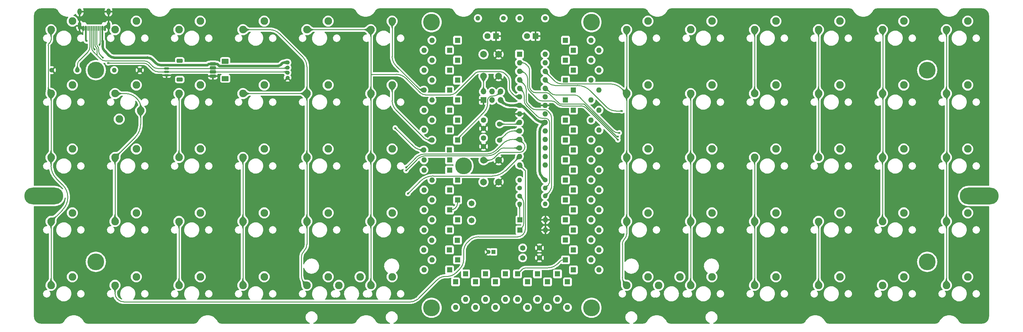
<source format=gbr>
G04 #@! TF.GenerationSoftware,KiCad,Pcbnew,7.0.5-0*
G04 #@! TF.CreationDate,2024-04-16T21:05:00+02:00*
G04 #@! TF.ProjectId,lumberjack,6c756d62-6572-46a6-9163-6b2e6b696361,1.8*
G04 #@! TF.SameCoordinates,Original*
G04 #@! TF.FileFunction,Copper,L2,Bot*
G04 #@! TF.FilePolarity,Positive*
%FSLAX46Y46*%
G04 Gerber Fmt 4.6, Leading zero omitted, Abs format (unit mm)*
G04 Created by KiCad (PCBNEW 7.0.5-0) date 2024-04-16 21:05:00*
%MOMM*%
%LPD*%
G01*
G04 APERTURE LIST*
G04 Aperture macros list*
%AMRoundRect*
0 Rectangle with rounded corners*
0 $1 Rounding radius*
0 $2 $3 $4 $5 $6 $7 $8 $9 X,Y pos of 4 corners*
0 Add a 4 corners polygon primitive as box body*
4,1,4,$2,$3,$4,$5,$6,$7,$8,$9,$2,$3,0*
0 Add four circle primitives for the rounded corners*
1,1,$1+$1,$2,$3*
1,1,$1+$1,$4,$5*
1,1,$1+$1,$6,$7*
1,1,$1+$1,$8,$9*
0 Add four rect primitives between the rounded corners*
20,1,$1+$1,$2,$3,$4,$5,0*
20,1,$1+$1,$4,$5,$6,$7,0*
20,1,$1+$1,$6,$7,$8,$9,0*
20,1,$1+$1,$8,$9,$2,$3,0*%
G04 Aperture macros list end*
G04 #@! TA.AperFunction,ComponentPad*
%ADD10C,1.600000*%
G04 #@! TD*
G04 #@! TA.AperFunction,ComponentPad*
%ADD11R,1.800000X1.800000*%
G04 #@! TD*
G04 #@! TA.AperFunction,ComponentPad*
%ADD12C,1.800000*%
G04 #@! TD*
G04 #@! TA.AperFunction,ComponentPad*
%ADD13R,1.600000X1.600000*%
G04 #@! TD*
G04 #@! TA.AperFunction,ComponentPad*
%ADD14O,1.600000X1.600000*%
G04 #@! TD*
G04 #@! TA.AperFunction,ComponentPad*
%ADD15C,1.710000*%
G04 #@! TD*
G04 #@! TA.AperFunction,ComponentPad*
%ADD16R,1.200000X1.200000*%
G04 #@! TD*
G04 #@! TA.AperFunction,ComponentPad*
%ADD17C,1.200000*%
G04 #@! TD*
G04 #@! TA.AperFunction,ComponentPad*
%ADD18C,2.000000*%
G04 #@! TD*
G04 #@! TA.AperFunction,WasherPad*
%ADD19C,5.000000*%
G04 #@! TD*
G04 #@! TA.AperFunction,WasherPad*
%ADD20O,11.600000X5.000000*%
G04 #@! TD*
G04 #@! TA.AperFunction,ComponentPad*
%ADD21C,2.286000*%
G04 #@! TD*
G04 #@! TA.AperFunction,ComponentPad*
%ADD22R,1.700000X1.700000*%
G04 #@! TD*
G04 #@! TA.AperFunction,ComponentPad*
%ADD23O,1.700000X1.700000*%
G04 #@! TD*
G04 #@! TA.AperFunction,ComponentPad*
%ADD24C,1.400000*%
G04 #@! TD*
G04 #@! TA.AperFunction,ComponentPad*
%ADD25O,1.400000X1.400000*%
G04 #@! TD*
G04 #@! TA.AperFunction,ComponentPad*
%ADD26C,1.500000*%
G04 #@! TD*
G04 #@! TA.AperFunction,SMDPad,CuDef*
%ADD27RoundRect,0.150000X-0.150000X-0.575000X0.150000X-0.575000X0.150000X0.575000X-0.150000X0.575000X0*%
G04 #@! TD*
G04 #@! TA.AperFunction,SMDPad,CuDef*
%ADD28RoundRect,0.075000X-0.075000X-0.650000X0.075000X-0.650000X0.075000X0.650000X-0.075000X0.650000X0*%
G04 #@! TD*
G04 #@! TA.AperFunction,ComponentPad*
%ADD29O,1.300000X1.900000*%
G04 #@! TD*
G04 #@! TA.AperFunction,ComponentPad*
%ADD30O,1.100000X2.200000*%
G04 #@! TD*
G04 #@! TA.AperFunction,SMDPad,CuDef*
%ADD31RoundRect,0.150000X-0.625000X0.150000X-0.625000X-0.150000X0.625000X-0.150000X0.625000X0.150000X0*%
G04 #@! TD*
G04 #@! TA.AperFunction,SMDPad,CuDef*
%ADD32RoundRect,0.249999X-0.650001X0.350001X-0.650001X-0.350001X0.650001X-0.350001X0.650001X0.350001X0*%
G04 #@! TD*
G04 #@! TA.AperFunction,ComponentPad*
%ADD33C,1.244600*%
G04 #@! TD*
G04 #@! TA.AperFunction,ComponentPad*
%ADD34C,0.600000*%
G04 #@! TD*
G04 #@! TA.AperFunction,SMDPad,CuDef*
%ADD35RoundRect,0.100000X-0.900000X0.625000X-0.900000X-0.625000X0.900000X-0.625000X0.900000X0.625000X0*%
G04 #@! TD*
G04 #@! TA.AperFunction,SMDPad,CuDef*
%ADD36RoundRect,0.166667X-0.733333X0.333333X-0.733333X-0.333333X0.733333X-0.333333X0.733333X0.333333X0*%
G04 #@! TD*
G04 #@! TA.AperFunction,ViaPad*
%ADD37C,0.600000*%
G04 #@! TD*
G04 #@! TA.AperFunction,Conductor*
%ADD38C,0.800000*%
G04 #@! TD*
G04 #@! TA.AperFunction,Conductor*
%ADD39C,0.250000*%
G04 #@! TD*
G04 #@! TA.AperFunction,Conductor*
%ADD40C,0.500000*%
G04 #@! TD*
G04 APERTURE END LIST*
D10*
X144065746Y-94059454D03*
X144065746Y-96559454D03*
X144065746Y-88701637D03*
X144065746Y-91201637D03*
D11*
X159543884Y-63698491D03*
D12*
X157003884Y-63698491D03*
D13*
X154781380Y-69056308D03*
D14*
X154781380Y-71596308D03*
X154781380Y-74136308D03*
X154781380Y-76676308D03*
X154781380Y-79216308D03*
X154781380Y-81756308D03*
X154781380Y-84296308D03*
X154781380Y-86836308D03*
X154781380Y-89376308D03*
X154781380Y-91916308D03*
X154781380Y-94456308D03*
X154781380Y-96996308D03*
X154781380Y-99536308D03*
X154781380Y-102076308D03*
X162401380Y-102076308D03*
X162401380Y-99536308D03*
X162401380Y-96996308D03*
X162401380Y-94456308D03*
X162401380Y-91916308D03*
X162401380Y-89376308D03*
X162401380Y-86836308D03*
X162401380Y-84296308D03*
X162401380Y-81756308D03*
X162401380Y-79216308D03*
X162401380Y-76676308D03*
X162401380Y-74136308D03*
X162401380Y-71596308D03*
X162401380Y-69056308D03*
D15*
X140493868Y-113546035D03*
X140493868Y-118626035D03*
D13*
X133945000Y-91675000D03*
D14*
X126325000Y-91675000D03*
D13*
X136326677Y-118467287D03*
D14*
X128706677Y-118467287D03*
D13*
X150614189Y-134540738D03*
D14*
X150614189Y-142160738D03*
D13*
X147637624Y-136921990D03*
D14*
X147637624Y-144541990D03*
D13*
X144661059Y-134540738D03*
D14*
X144661059Y-142160738D03*
D13*
X138707929Y-134540738D03*
D14*
X138707929Y-142160738D03*
D16*
X147042311Y-127992295D03*
D17*
X145542311Y-127992295D03*
D13*
X136326677Y-76795377D03*
D14*
X128706677Y-76795377D03*
D18*
X144065746Y-107156340D03*
X144065746Y-100656340D03*
X148565746Y-107156340D03*
X148565746Y-100656340D03*
D19*
X128587608Y-59531300D03*
X176212648Y-59531300D03*
X128587608Y-144661059D03*
X176212648Y-144661059D03*
D20*
X13096886Y-111323531D03*
X291703370Y-111323531D03*
D13*
X166092327Y-134540738D03*
D14*
X166092327Y-142160738D03*
D11*
X147796372Y-63698491D03*
D12*
X145256372Y-63698491D03*
D13*
X136335000Y-130375000D03*
D14*
X128715000Y-130375000D03*
D13*
X136310000Y-124500000D03*
D14*
X128690000Y-124500000D03*
D13*
X133945425Y-115490722D03*
D14*
X126325425Y-115490722D03*
D13*
X136326677Y-112514157D03*
D14*
X128706677Y-112514157D03*
D13*
X133945425Y-109537592D03*
D14*
X126325425Y-109537592D03*
D13*
X133945425Y-121443852D03*
D14*
X126325425Y-121443852D03*
D13*
X136326677Y-94654767D03*
D14*
X128706677Y-94654767D03*
D13*
X133935000Y-97625000D03*
D14*
X126315000Y-97625000D03*
D13*
X133945425Y-103584462D03*
D14*
X126325425Y-103584462D03*
D13*
X136350000Y-82750000D03*
D14*
X128730000Y-82750000D03*
D13*
X133950000Y-85750000D03*
D14*
X126330000Y-85750000D03*
D13*
X136326677Y-88701637D03*
D14*
X128706677Y-88701637D03*
D13*
X168473579Y-76795377D03*
D14*
X176093579Y-76795377D03*
D13*
X133945425Y-73818812D03*
D14*
X126325425Y-73818812D03*
D13*
X170854831Y-73818812D03*
D14*
X178474831Y-73818812D03*
D13*
X133945425Y-67865682D03*
D14*
X126325425Y-67865682D03*
D13*
X163115762Y-136921990D03*
D14*
X163115762Y-144541990D03*
D18*
X144065746Y-75604751D03*
X144065746Y-69104751D03*
X148565746Y-75604751D03*
X148565746Y-69104751D03*
D10*
X155734510Y-126801669D03*
X160734510Y-126801669D03*
D13*
X135731364Y-136921990D03*
D14*
X135731364Y-144541990D03*
D13*
X170854831Y-115490722D03*
D14*
X178474831Y-115490722D03*
D13*
X169068892Y-136921990D03*
D14*
X169068892Y-144541990D03*
D13*
X170854831Y-79771942D03*
D14*
X178474831Y-79771942D03*
D13*
X168473579Y-64889117D03*
D14*
X176093579Y-64889117D03*
D13*
X170854831Y-67865682D03*
D14*
X178474831Y-67865682D03*
D13*
X168473579Y-82748507D03*
D14*
X176093579Y-82748507D03*
D13*
X170854831Y-97631332D03*
D14*
X178474831Y-97631332D03*
D13*
X170854831Y-91678202D03*
D14*
X178474831Y-91678202D03*
D13*
X168473579Y-94654767D03*
D14*
X176093579Y-94654767D03*
D13*
X168473579Y-106561027D03*
D14*
X176093579Y-106561027D03*
D13*
X170854831Y-103584462D03*
D14*
X178474831Y-103584462D03*
D13*
X168473579Y-100607897D03*
D14*
X176093579Y-100607897D03*
D13*
X170854831Y-85725072D03*
D14*
X178474831Y-85725072D03*
D13*
X168473579Y-112514157D03*
D14*
X176093579Y-112514157D03*
D13*
X170854831Y-109537592D03*
D14*
X178474831Y-109537592D03*
D13*
X168473579Y-118467287D03*
D14*
X176093579Y-118467287D03*
D13*
X168473579Y-88701637D03*
D14*
X176093579Y-88701637D03*
D13*
X168473579Y-70842247D03*
D14*
X176093579Y-70842247D03*
D13*
X170854831Y-133350112D03*
D14*
X178474831Y-133350112D03*
D13*
X168473579Y-124420417D03*
D14*
X176093579Y-124420417D03*
D13*
X154186067Y-134540738D03*
D14*
X154186067Y-142160738D03*
D13*
X170854831Y-121443852D03*
D14*
X178474831Y-121443852D03*
D13*
X170854831Y-127396982D03*
D14*
X178474831Y-127396982D03*
D13*
X168473579Y-130373547D03*
D14*
X176093579Y-130373547D03*
D13*
X157162632Y-136921990D03*
D14*
X157162632Y-144541990D03*
D21*
X202565168Y-135413868D03*
X196215168Y-137953868D03*
X107315088Y-135413868D03*
X100965088Y-137953868D03*
D10*
X155734510Y-129778234D03*
X160734510Y-129778234D03*
D22*
X144065746Y-82748507D03*
D23*
X144065746Y-80208507D03*
X146605746Y-82748507D03*
X146605746Y-80208507D03*
X149145746Y-82748507D03*
X149145746Y-80208507D03*
D19*
X138112616Y-102393836D03*
D13*
X160139197Y-134540738D03*
D14*
X160139197Y-142160738D03*
D13*
X133960000Y-133350000D03*
D14*
X126340000Y-133350000D03*
D13*
X136326677Y-106561027D03*
D14*
X128706677Y-106561027D03*
D13*
X133945425Y-100607897D03*
D14*
X126325425Y-100607897D03*
D13*
X133945425Y-79771942D03*
D14*
X126325425Y-79771942D03*
D24*
X162401380Y-106561027D03*
D25*
X154781380Y-106561027D03*
D26*
X148828250Y-89892263D03*
X148828250Y-94772263D03*
D13*
X133910000Y-127400000D03*
D14*
X126290000Y-127400000D03*
D24*
X154781380Y-113704783D03*
D25*
X162401380Y-113704783D03*
D24*
X150018876Y-58340674D03*
D25*
X142398876Y-58340674D03*
D24*
X162401380Y-58340674D03*
D25*
X154781380Y-58340674D03*
D24*
X154781380Y-111323531D03*
D25*
X162401380Y-111323531D03*
D13*
X154900449Y-121443852D03*
D14*
X162520449Y-121443852D03*
D13*
X154900449Y-118467287D03*
D14*
X162520449Y-118467287D03*
D24*
X15478138Y-73818812D03*
D25*
X23098138Y-73818812D03*
D24*
X41671910Y-73818812D03*
D25*
X34051910Y-73818812D03*
D24*
X154781380Y-108942279D03*
D25*
X162401380Y-108942279D03*
D13*
X136326677Y-64889117D03*
D14*
X128706677Y-64889117D03*
D13*
X136326677Y-70842247D03*
D14*
X128706677Y-70842247D03*
D13*
X141684494Y-136921990D03*
D14*
X141684494Y-144541990D03*
D21*
X21590016Y-78263820D03*
X15240016Y-80803820D03*
X21590016Y-97313836D03*
X15240016Y-99853836D03*
X21590016Y-116363852D03*
X15240016Y-118903852D03*
X21590016Y-135413868D03*
X15240016Y-137953868D03*
X40640032Y-135413868D03*
X34290032Y-137953868D03*
X40640032Y-59213804D03*
X34290032Y-61753804D03*
X35560032Y-88423820D03*
X40640032Y-78263820D03*
X34290032Y-80803820D03*
X41910032Y-85883820D03*
X40640032Y-97313836D03*
X34290032Y-99853836D03*
X40640032Y-116363852D03*
X34290032Y-118903852D03*
X59690048Y-116363852D03*
X53340048Y-118903852D03*
X59690048Y-135413868D03*
X53340048Y-137953868D03*
X59690048Y-97313836D03*
X53340048Y-99853836D03*
X78740064Y-97313836D03*
X72390064Y-99853836D03*
X78740064Y-116363852D03*
X72390064Y-118903852D03*
X78740064Y-135413868D03*
X72390064Y-137953868D03*
X78740064Y-59213804D03*
X72390064Y-61753804D03*
X78740064Y-78263820D03*
X72390064Y-80803820D03*
X97790080Y-78263820D03*
X91440080Y-80803820D03*
X97790080Y-97313836D03*
X91440080Y-99853836D03*
X97790080Y-116363852D03*
X91440080Y-118903852D03*
X97790080Y-135413868D03*
X91440080Y-137953868D03*
X97790080Y-59213804D03*
X91440080Y-61753804D03*
X116840096Y-59213804D03*
X110490096Y-61753804D03*
X116840096Y-78263820D03*
X110490096Y-80803820D03*
X116840096Y-97313836D03*
X110490096Y-99853836D03*
X116840096Y-116363852D03*
X110490096Y-118903852D03*
X116840096Y-135413868D03*
X110490096Y-137953868D03*
X288290240Y-59213804D03*
X281940240Y-61753804D03*
X288290240Y-78263820D03*
X281940240Y-80803820D03*
X288290240Y-97313836D03*
X281940240Y-99853836D03*
X288290240Y-116363852D03*
X281940240Y-118903852D03*
X288290240Y-135413868D03*
X281940240Y-137953868D03*
X269240224Y-135413868D03*
X262890224Y-137953868D03*
X269240224Y-59213804D03*
X262890224Y-61753804D03*
X269240224Y-78263820D03*
X262890224Y-80803820D03*
X269240224Y-97313836D03*
X262890224Y-99853836D03*
X269240224Y-116363852D03*
X262890224Y-118903852D03*
X250190208Y-116363852D03*
X243840208Y-118903852D03*
X250190208Y-135413868D03*
X243840208Y-137953868D03*
X250190208Y-59213804D03*
X243840208Y-61753804D03*
X250190208Y-78263820D03*
X243840208Y-80803820D03*
X250190208Y-97313836D03*
X243840208Y-99853836D03*
X231140192Y-97313836D03*
X224790192Y-99853836D03*
X231140192Y-116363852D03*
X224790192Y-118903852D03*
X231140192Y-135413868D03*
X224790192Y-137953868D03*
X231140192Y-59213804D03*
X224790192Y-61753804D03*
X231140192Y-78263820D03*
X224790192Y-80803820D03*
X212090176Y-78263820D03*
X205740176Y-80803820D03*
X212090176Y-97313836D03*
X205740176Y-99853836D03*
X212090176Y-116363852D03*
X205740176Y-118903852D03*
X212090176Y-135413868D03*
X205740176Y-137953868D03*
X212090176Y-59213804D03*
X205740176Y-61753804D03*
X193040160Y-59213804D03*
X186690160Y-61753804D03*
X193040160Y-78263820D03*
X186690160Y-80803820D03*
X193040160Y-97313836D03*
X186690160Y-99853836D03*
X193040160Y-116363852D03*
X186690160Y-118903852D03*
X193040160Y-135413868D03*
X186690160Y-137953868D03*
X59690048Y-59213804D03*
X53340048Y-61753804D03*
X59690048Y-78263820D03*
X53340048Y-80803820D03*
D19*
X28575024Y-130968860D03*
X276225232Y-73818812D03*
X276225232Y-130968860D03*
X28575024Y-73818812D03*
D21*
X21589968Y-59213750D03*
X15239968Y-61753750D03*
D27*
X24817000Y-61381181D03*
X25617000Y-61381181D03*
D28*
X26817000Y-61381181D03*
X27813000Y-61381181D03*
X28317000Y-61381181D03*
X29317000Y-61381181D03*
D27*
X31317000Y-61381181D03*
X30517000Y-61381181D03*
D28*
X29817000Y-61381181D03*
X28817000Y-61381181D03*
X27317000Y-61381181D03*
X26317000Y-61381181D03*
D29*
X23767000Y-56406181D03*
D30*
X23767000Y-60606181D03*
D29*
X32367000Y-56406181D03*
D30*
X32367000Y-60606181D03*
D31*
X49690000Y-72310000D03*
X49690000Y-73310000D03*
X49690000Y-74310000D03*
X49690000Y-75310000D03*
D32*
X53565000Y-71010000D03*
X53565000Y-76610000D03*
D33*
X85696659Y-76075000D03*
X85696659Y-74575001D03*
X85696659Y-73074999D03*
X85696659Y-71574999D03*
D34*
X66427000Y-70765000D03*
D35*
X67127000Y-71190000D03*
D34*
X67827000Y-71565000D03*
X67127000Y-71565000D03*
X66427000Y-71565000D03*
X67827000Y-75965000D03*
X67127000Y-75965000D03*
X66427000Y-75965000D03*
D35*
X67127000Y-76340000D03*
D34*
X66427000Y-76715000D03*
D36*
X63427000Y-71965000D03*
X63427000Y-73165000D03*
X63427000Y-74365000D03*
X63427000Y-75565000D03*
D37*
X85725000Y-83312000D03*
X114350000Y-76075000D03*
X120987500Y-102837500D03*
X121548534Y-110623534D03*
X120993204Y-103743204D03*
X184100000Y-94600000D03*
X184093302Y-93672839D03*
X184500000Y-92500004D03*
X185300000Y-85979000D03*
X117750000Y-91050000D03*
X32218579Y-71674500D03*
X28217931Y-67627784D03*
X30718254Y-70128107D03*
X25836671Y-65127461D03*
X30542000Y-65127461D03*
X29699691Y-66300000D03*
D38*
X161567945Y-105727592D02*
X162401380Y-106561027D01*
X162401380Y-89376308D02*
X162233162Y-89376308D01*
X154781380Y-84296308D02*
X155082094Y-84296308D01*
X155789201Y-84589201D02*
X159275594Y-88075594D01*
X161567945Y-90249454D02*
X162401380Y-89416019D01*
X151788007Y-84296308D02*
X154781380Y-84296308D01*
X159404735Y-88204735D02*
X159275594Y-88075594D01*
X149919646Y-83522407D02*
X149145746Y-82748507D01*
X160734510Y-103715501D02*
X160734510Y-92261544D01*
X161567930Y-90249439D02*
G75*
G03*
X160734510Y-92261544I2012070J-2012061D01*
G01*
X160734499Y-103715501D02*
G75*
G03*
X161567945Y-105727592I2845501J1D01*
G01*
X155789202Y-84589200D02*
G75*
G03*
X155082094Y-84296308I-707102J-707100D01*
G01*
X159404752Y-88204718D02*
G75*
G03*
X162233162Y-89376308I2828448J2828418D01*
G01*
X149919633Y-83522420D02*
G75*
G03*
X151788007Y-84296308I1868367J1868420D01*
G01*
X24526978Y-61366159D02*
X23767000Y-60606181D01*
X31784858Y-60606181D02*
X31438429Y-60952610D01*
X32367000Y-60606181D02*
X31784858Y-60606181D01*
D39*
X148426828Y-80927425D02*
X149145746Y-80208507D01*
X146650434Y-81542256D02*
X146942496Y-81542256D01*
X145256372Y-83814632D02*
X145256372Y-82936318D01*
X148426827Y-80927425D02*
X148426828Y-80927425D01*
X144226999Y-86299757D02*
X136326677Y-94200080D01*
X146650434Y-81542275D02*
G75*
G03*
X145664683Y-81950567I-34J-1394025D01*
G01*
X146942496Y-81542253D02*
G75*
G03*
X148426826Y-80927424I4J2099153D01*
G01*
X144226978Y-86299736D02*
G75*
G03*
X145256372Y-83814632I-2485078J2485136D01*
G01*
X145664681Y-81950565D02*
G75*
G03*
X145256372Y-82936318I985719J-985735D01*
G01*
X134280851Y-115490722D02*
X133945425Y-115490722D01*
X136326677Y-112514157D02*
X136326677Y-113444896D01*
X135740890Y-114859110D02*
X135695064Y-114904936D01*
X135740887Y-114859107D02*
G75*
G03*
X136326677Y-113444896I-1414187J1414207D01*
G01*
X134280851Y-115490680D02*
G75*
G03*
X135695063Y-114904935I49J1999980D01*
G01*
X163217901Y-132754799D02*
X163213102Y-132750000D01*
X163213102Y-132750000D02*
X156805232Y-132750000D01*
X155391018Y-133335787D02*
X154186067Y-134540738D01*
X166862003Y-130794496D02*
X166092327Y-131564173D01*
X163217901Y-132754786D02*
G75*
G03*
X166092327Y-131564173I-1J4065086D01*
G01*
X167878266Y-130373535D02*
G75*
G03*
X166862004Y-130794497I34J-1437265D01*
G01*
X156805232Y-132750023D02*
G75*
G03*
X155391018Y-133335787I-32J-1999977D01*
G01*
X144065746Y-75604751D02*
X144065746Y-80208507D01*
X164303904Y-108253970D02*
X164263041Y-108616661D01*
X156728427Y-79451782D02*
X156728427Y-82700000D01*
X163708745Y-109954885D02*
X163481184Y-110240244D01*
X164181827Y-108972495D02*
X164061283Y-109317000D01*
X159628427Y-85600000D02*
X162267013Y-85600000D01*
X163353884Y-110371027D02*
X162401380Y-111323531D01*
X157314213Y-84114213D02*
X158214213Y-85014213D01*
X164061283Y-109317000D02*
X163902926Y-109645841D01*
X163481184Y-110240244D02*
X163353884Y-110371027D01*
X163902926Y-109645841D02*
X163708745Y-109954885D01*
X154781380Y-76676308D02*
X156142641Y-78037569D01*
X164306388Y-87931749D02*
X164306388Y-108071478D01*
X164306388Y-108071478D02*
X164303904Y-108253970D01*
X164263041Y-108616661D02*
X164181827Y-108972495D01*
X163720601Y-86517535D02*
X163182112Y-85979046D01*
X156728431Y-79451782D02*
G75*
G03*
X156142640Y-78037570I-2000031J-18D01*
G01*
X158214199Y-85014227D02*
G75*
G03*
X159628427Y-85600000I1414201J1414227D01*
G01*
X156728420Y-82700000D02*
G75*
G03*
X157314214Y-84114212I1999980J0D01*
G01*
X164306356Y-87931749D02*
G75*
G03*
X163720600Y-86517536I-1999956J49D01*
G01*
X163182096Y-85979062D02*
G75*
G03*
X162267013Y-85600000I-915096J-915038D01*
G01*
X163158227Y-108182390D02*
X163056227Y-108287431D01*
X156785787Y-84285787D02*
X160072589Y-87572589D01*
X163711075Y-89325289D02*
X163711075Y-106706489D01*
X163336473Y-107950095D02*
X163158227Y-108182390D01*
X163670704Y-107143185D02*
X163594922Y-107426009D01*
X163482873Y-107696522D02*
X163336473Y-107950095D01*
X163248856Y-88448856D02*
X163418182Y-88618182D01*
X163594922Y-107426009D02*
X163482873Y-107696522D01*
X163708921Y-106852889D02*
X163670704Y-107143185D01*
X161486802Y-88158375D02*
X162640002Y-88158375D01*
X163056227Y-108287431D02*
X162401380Y-108942279D01*
X156200000Y-81463355D02*
X156200000Y-82871573D01*
X163711075Y-106706489D02*
X163708921Y-106852889D01*
X154781380Y-79216308D02*
X155614213Y-80049141D01*
X156200031Y-81463355D02*
G75*
G03*
X155614212Y-80049142I-2000031J-45D01*
G01*
X156200020Y-82871573D02*
G75*
G03*
X156785788Y-84285786I1999980J-27D01*
G01*
X163711090Y-89325289D02*
G75*
G03*
X163418182Y-88618182I-999990J-11D01*
G01*
X160072593Y-87572585D02*
G75*
G03*
X161486802Y-88158375I1414207J1414185D01*
G01*
X163248852Y-88448860D02*
G75*
G03*
X162640002Y-88158376I-719352J-724440D01*
G01*
X126659896Y-98821958D02*
X145046701Y-98821958D01*
X120987500Y-102837500D02*
X123831469Y-99993531D01*
X91440080Y-118903852D02*
X91440080Y-99853836D01*
X72390064Y-80803820D02*
X91440080Y-80803820D01*
X90614540Y-137128328D02*
X91440080Y-137953868D01*
X83245377Y-62925377D02*
X90268507Y-69948507D01*
X149728427Y-98300000D02*
X154985786Y-98300000D01*
X156300000Y-96985786D02*
X156300000Y-96389142D01*
X91440080Y-118903852D02*
X91440080Y-125720272D01*
X91440080Y-72776934D02*
X91440080Y-80803820D01*
X144065746Y-100656340D02*
X145715233Y-100656340D01*
X72390064Y-61753804D02*
X80416950Y-61753804D01*
X91440080Y-99853836D02*
X91440080Y-81169282D01*
X89789000Y-129706331D02*
X89789000Y-135135298D01*
X155692893Y-98007107D02*
X156007107Y-97692893D01*
X147875129Y-97650384D02*
X149756753Y-95768759D01*
X156007107Y-95682035D02*
X154781380Y-94456308D01*
X152925293Y-94456308D02*
X154781380Y-94456308D01*
X147129447Y-100070553D02*
X148314214Y-98885786D01*
X154985786Y-98299990D02*
G75*
G03*
X155692893Y-98007107I14J999990D01*
G01*
X152925293Y-94456303D02*
G75*
G03*
X149756754Y-95768760I7J-4480997D01*
G01*
X83245401Y-62925353D02*
G75*
G03*
X80416950Y-61753804I-2828401J-2828447D01*
G01*
X156299970Y-96389142D02*
G75*
G03*
X156007107Y-95682035I-999970J42D01*
G01*
X126659896Y-98821968D02*
G75*
G03*
X123831469Y-99993531I4J-4000032D01*
G01*
X145715233Y-100656351D02*
G75*
G03*
X147129447Y-100070553I-33J2000051D01*
G01*
X91440061Y-72776934D02*
G75*
G03*
X90268507Y-69948507I-3999961J34D01*
G01*
X156007114Y-97692900D02*
G75*
G03*
X156300000Y-96985786I-707114J707100D01*
G01*
X89789011Y-135135298D02*
G75*
G03*
X90614541Y-137128327I2818589J-2D01*
G01*
X145046701Y-98821970D02*
G75*
G03*
X147875128Y-97650383I-1J3999970D01*
G01*
X90614556Y-127713318D02*
G75*
G03*
X91440080Y-125720272I-1993056J1993018D01*
G01*
X149728427Y-98300020D02*
G75*
G03*
X148314215Y-98885787I-27J-1999980D01*
G01*
X90614518Y-127713280D02*
G75*
G03*
X89789000Y-129706331I1993082J-1993020D01*
G01*
X123291535Y-142668505D02*
X123654419Y-142518189D01*
X134115666Y-135132528D02*
X134491535Y-135018505D01*
X15239968Y-61753750D02*
X15239968Y-64777648D01*
X133339538Y-135247664D02*
X133730430Y-135209160D01*
X139321573Y-125078427D02*
X139728427Y-124671573D01*
X14947075Y-65484755D02*
X14692893Y-65738937D01*
X132906854Y-135250000D02*
X133143146Y-135250000D01*
X15240016Y-118903852D02*
X18697157Y-115446710D01*
X156500000Y-103794928D02*
X154781380Y-102076308D01*
X135527407Y-134464807D02*
X135831031Y-134215625D01*
X38100022Y-142900000D02*
X121943146Y-142900000D01*
X138150000Y-130243146D02*
X138150000Y-127906854D01*
X15240016Y-99853836D02*
X15240016Y-80803820D01*
X135200821Y-134683029D02*
X135527407Y-134464807D01*
X15240016Y-137953868D02*
X15240016Y-118903852D01*
X122530430Y-142859160D02*
X122915666Y-142782528D01*
X124327407Y-142114807D02*
X124631031Y-141865625D01*
X133143146Y-135250000D02*
X133339538Y-135247664D01*
X130078427Y-136421573D02*
X130218947Y-136284351D01*
X34290032Y-140299086D02*
X34290032Y-137953868D01*
X15240016Y-102283002D02*
X15240016Y-99853836D01*
X122915666Y-142782528D02*
X123291535Y-142668505D01*
X130522574Y-136035167D02*
X130849162Y-135816943D01*
X38099977Y-142900000D02*
X38100022Y-142900000D01*
X38099977Y-142900000D02*
X36890945Y-142900000D01*
X131934327Y-135367441D02*
X132319565Y-135290808D01*
X124000821Y-142333029D02*
X124327407Y-142114807D01*
X124631031Y-141865625D02*
X124771573Y-141728427D01*
X122139538Y-142897664D02*
X122530430Y-142859160D01*
X131195568Y-135631782D02*
X131558454Y-135481465D01*
X123654419Y-142518189D02*
X124000821Y-142333029D01*
X134854419Y-134868189D02*
X135200821Y-134683029D01*
X124771573Y-141728427D02*
X130078427Y-136421573D01*
X130218947Y-136284351D02*
X130522574Y-136035167D01*
X135831031Y-134215625D02*
X135971573Y-134078427D01*
X130849162Y-135816943D02*
X131195568Y-135631782D01*
X155680088Y-122914213D02*
X155914214Y-122680087D01*
X142556854Y-123500000D02*
X154265874Y-123500000D01*
X132319565Y-135290808D02*
X132710461Y-135252304D01*
X135971573Y-134078427D02*
X136978427Y-133071573D01*
X134491535Y-135018505D02*
X134854419Y-134868189D01*
X131558454Y-135481465D02*
X131934327Y-135367441D01*
X156500000Y-121265874D02*
X156500000Y-103794928D01*
X14400000Y-66446044D02*
X14400000Y-79135377D01*
X133730430Y-135209160D02*
X134115666Y-135132528D01*
X16833808Y-106130758D02*
X18697157Y-107994107D01*
X132710461Y-135252304D02*
X132906854Y-135250000D01*
X121943146Y-142900000D02*
X122139538Y-142897664D01*
X14692891Y-65738935D02*
G75*
G03*
X14400000Y-66446044I707109J-707105D01*
G01*
X155914227Y-122680100D02*
G75*
G03*
X156500000Y-121265874I-1414227J1414200D01*
G01*
X35051802Y-142138230D02*
G75*
G03*
X36890945Y-142900000I1839098J1839130D01*
G01*
X15240025Y-102283002D02*
G75*
G03*
X16833808Y-106130758I5441575J2D01*
G01*
X34290029Y-140299086D02*
G75*
G03*
X35051822Y-142138210I2600871J-14D01*
G01*
X142556854Y-123499968D02*
G75*
G03*
X139728427Y-124671573I46J-4000032D01*
G01*
X14400003Y-79135377D02*
G75*
G03*
X14985788Y-80549590I1999997J-3D01*
G01*
X20240648Y-111720409D02*
G75*
G03*
X18697157Y-107994107I-5269748J9D01*
G01*
X38100016Y-142900016D02*
G75*
G03*
X38100022Y-142900000I-16J16D01*
G01*
X18697159Y-115446712D02*
G75*
G03*
X20240642Y-111720409I-3726309J3726302D01*
G01*
X38100019Y-142900000D02*
G75*
G03*
X38099977Y-142900001I-19J-100D01*
G01*
X139321596Y-125078450D02*
G75*
G03*
X138150000Y-127906854I2828404J-2828450D01*
G01*
X14947075Y-65484755D02*
G75*
G03*
X15239968Y-64777648I-707105J707105D01*
G01*
X154265874Y-123499981D02*
G75*
G03*
X155680088Y-122914213I26J1999981D01*
G01*
X136978404Y-133071550D02*
G75*
G03*
X138150000Y-130243146I-2828404J2828450D01*
G01*
X129055632Y-105370401D02*
X146693323Y-105370401D01*
X40316239Y-93827628D02*
X34290032Y-99853836D01*
X37454601Y-80803820D02*
X34290032Y-80803820D01*
X41910032Y-89979872D02*
X41910032Y-85883820D01*
X40605066Y-82108785D02*
X41036730Y-82540449D01*
X121548534Y-110623534D02*
X125207876Y-106964193D01*
X53340048Y-118903852D02*
X53340048Y-137953868D01*
X150541079Y-103776608D02*
X154781380Y-99536308D01*
X41910032Y-85883820D02*
X41910032Y-84648785D01*
X34290032Y-118903852D02*
X34290032Y-99853836D01*
X146693323Y-105370401D02*
G75*
G03*
X150541078Y-103776607I-23J5441601D01*
G01*
X129055632Y-105370409D02*
G75*
G03*
X125207876Y-106964193I-32J-5441491D01*
G01*
X40605055Y-82108796D02*
G75*
G03*
X37454601Y-80803820I-3150455J-3150404D01*
G01*
X40316241Y-93827630D02*
G75*
G03*
X41910032Y-89979872I-3847771J3847760D01*
G01*
X41910043Y-84648785D02*
G75*
G03*
X41036729Y-82540450I-2981643J-15D01*
G01*
X145343146Y-99325000D02*
X127068263Y-99325000D01*
X124239836Y-100496573D02*
X120993204Y-103743204D01*
X154781380Y-96996308D02*
X150185441Y-96996308D01*
X53340048Y-99853836D02*
X53340048Y-80803820D01*
X72390064Y-118903852D02*
X72390064Y-99853836D01*
X148722879Y-97602121D02*
X148171573Y-98153427D01*
X72390064Y-118903852D02*
X72390064Y-137953868D01*
X145343146Y-99325032D02*
G75*
G03*
X148171573Y-98153427I-46J4000032D01*
G01*
X127068263Y-99324975D02*
G75*
G03*
X124239837Y-100496574I37J-4000025D01*
G01*
X150185441Y-96996342D02*
G75*
G03*
X148722879Y-97602121I-41J-2068358D01*
G01*
X110490096Y-80803820D02*
X110490096Y-75057000D01*
X110490096Y-118356114D02*
X110490096Y-99853836D01*
X151765000Y-77028427D02*
X151765000Y-79054573D01*
X110490096Y-75057000D02*
X110490096Y-61753804D01*
X126685427Y-81153000D02*
X134299573Y-81153000D01*
X110490096Y-80803820D02*
X110490096Y-99853836D01*
X110490096Y-61753804D02*
X91440080Y-61753804D01*
X154466735Y-81756308D02*
X154781380Y-81756308D01*
X110490096Y-75057000D02*
X118104146Y-75057000D01*
X142829676Y-74279751D02*
X149016324Y-74279751D01*
X110490096Y-137953868D02*
X110490096Y-118903852D01*
X135713787Y-80567213D02*
X141415463Y-74865537D01*
X120932573Y-76228573D02*
X125271214Y-80567214D01*
X150430538Y-74865538D02*
X151179214Y-75614214D01*
X152350787Y-80468787D02*
X153052522Y-81170522D01*
X153052503Y-81170541D02*
G75*
G03*
X154466735Y-81756308I1414197J1414241D01*
G01*
X142829676Y-74279749D02*
G75*
G03*
X141415463Y-74865537I24J-2000051D01*
G01*
X150430536Y-74865540D02*
G75*
G03*
X149016324Y-74279751I-1414236J-1414260D01*
G01*
X120932550Y-76228596D02*
G75*
G03*
X118104146Y-75057000I-2828450J-2828404D01*
G01*
X134299573Y-81152980D02*
G75*
G03*
X135713786Y-80567212I27J1999980D01*
G01*
X125271200Y-80567228D02*
G75*
G03*
X126685427Y-81153000I1414200J1414228D01*
G01*
X151765020Y-79054573D02*
G75*
G03*
X152350788Y-80468786I1999980J-27D01*
G01*
X151764980Y-77028427D02*
G75*
G03*
X151179213Y-75614215I-1999980J27D01*
G01*
X174535786Y-85035786D02*
X177714213Y-88214213D01*
X281940240Y-99853836D02*
X281940240Y-118903852D01*
X167442031Y-84450000D02*
X173121573Y-84450000D01*
X161528427Y-83000000D02*
X164335177Y-83000000D01*
X157785786Y-80085786D02*
X160114213Y-82414213D01*
X281940240Y-118904021D02*
X281940240Y-137953868D01*
X281940240Y-79995597D02*
X281940240Y-61753804D01*
X156422094Y-74722094D02*
X156614213Y-74914213D01*
X165749390Y-83585786D02*
X166027817Y-83864213D01*
X177714213Y-88214213D02*
X184100000Y-94600000D01*
X157200000Y-76328427D02*
X157200000Y-78671573D01*
X282075241Y-99623374D02*
X282075241Y-80938821D01*
X166027801Y-83864229D02*
G75*
G03*
X167442031Y-84450000I1414199J1414229D01*
G01*
X160114199Y-82414227D02*
G75*
G03*
X161528427Y-83000000I1414201J1414227D01*
G01*
X157200020Y-78671573D02*
G75*
G03*
X157785787Y-80085785I1999980J-27D01*
G01*
X165749402Y-83585774D02*
G75*
G03*
X164335177Y-83000000I-1414202J-1414226D01*
G01*
X157199980Y-76328427D02*
G75*
G03*
X156614212Y-74914214I-1999980J27D01*
G01*
X156422102Y-74722086D02*
G75*
G03*
X155007881Y-74136308I-1414202J-1414214D01*
G01*
X174535800Y-85035772D02*
G75*
G03*
X173121573Y-84450000I-1414200J-1414228D01*
G01*
X163584044Y-80835072D02*
X163716036Y-80936351D01*
X158615967Y-80164911D02*
X158842799Y-80295870D01*
X163961648Y-81164724D02*
X163968926Y-81168926D01*
X243840208Y-118903852D02*
X243840208Y-137953868D01*
X166214213Y-83414213D02*
X166308155Y-83505480D01*
X163960693Y-81161162D02*
X163961648Y-81164724D01*
X155858527Y-71632402D02*
X156111527Y-71700191D01*
X162471573Y-80500000D02*
X162602535Y-80501908D01*
X163718058Y-80951711D02*
X163846562Y-81050315D01*
X262890224Y-99853836D02*
X262890224Y-118903852D01*
X158285786Y-79885786D02*
X158314213Y-79914213D01*
X158408168Y-80005465D02*
X158615967Y-80164911D01*
X157803880Y-79115221D02*
X157904112Y-79357209D01*
X157205465Y-72508168D02*
X157364911Y-72715967D01*
X157736092Y-78862220D02*
X157803880Y-79115221D01*
X163846562Y-81050315D02*
X163960693Y-81161162D01*
X155467881Y-71596308D02*
X155598843Y-71598216D01*
X163115221Y-80603880D02*
X163357209Y-80704112D01*
X166515955Y-83664928D02*
X166742791Y-83795888D01*
X159084785Y-80396101D02*
X159337784Y-80463888D01*
X159597466Y-80498073D02*
X159728427Y-80500000D01*
X166742791Y-83795888D02*
X166984779Y-83896120D01*
X157701908Y-78602535D02*
X157736092Y-78862220D01*
X263025225Y-80573358D02*
X263025225Y-61888805D01*
X163968926Y-81168926D02*
X166214213Y-83414213D01*
X157700000Y-73828427D02*
X157700000Y-78471573D01*
X162862220Y-80536092D02*
X163115221Y-80603880D01*
X158842799Y-80295870D02*
X159084785Y-80396101D01*
X157698073Y-73697466D02*
X157700000Y-73828427D01*
X158035072Y-79584044D02*
X158194519Y-79791844D01*
X157904112Y-79357209D02*
X158035072Y-79584044D01*
X157364911Y-72715967D02*
X157495870Y-72942799D01*
X156111527Y-71700191D02*
X156353514Y-71800423D01*
X157114213Y-72414213D02*
X157205465Y-72508168D01*
X163357209Y-80704112D02*
X163584044Y-80835072D01*
X156353514Y-71800423D02*
X156580348Y-71931384D01*
X157495870Y-72942799D02*
X157596101Y-73184785D01*
X174032516Y-83896120D02*
X183809235Y-93672839D01*
X263025225Y-99623374D02*
X263025225Y-80938821D01*
X158194519Y-79791844D02*
X158285786Y-79885786D01*
X159337784Y-80463888D02*
X159597466Y-80498073D01*
X154781380Y-71596308D02*
X155467881Y-71596308D01*
X166984779Y-83896120D02*
X174032516Y-83896120D01*
X162602535Y-80501908D02*
X162862220Y-80536092D01*
X156882094Y-72182094D02*
X157114213Y-72414213D01*
X157596101Y-73184785D02*
X157663888Y-73437784D01*
X158314213Y-79914213D02*
X158408168Y-80005465D01*
X183809235Y-93672839D02*
X184093302Y-93672839D01*
X166308155Y-83505480D02*
X166515955Y-83664928D01*
X159728427Y-80500000D02*
X162471573Y-80500000D01*
X157663888Y-73437784D02*
X157698073Y-73697466D01*
X157700000Y-78471573D02*
X157701908Y-78602535D01*
X155598843Y-71598216D02*
X155858527Y-71632402D01*
X156580348Y-71931384D02*
X156788147Y-72090832D01*
X156788147Y-72090832D02*
X156882094Y-72182094D01*
X163716036Y-80936351D02*
X163718058Y-80951711D01*
X162652704Y-79216308D02*
X164050609Y-80614213D01*
X184101223Y-92500004D02*
X184500000Y-92500004D01*
X177112005Y-86339213D02*
X182687010Y-91914218D01*
X224790192Y-118903852D02*
X224790192Y-137953868D01*
X243840208Y-80803820D02*
X243840208Y-99853836D01*
X172558578Y-81785786D02*
X177112005Y-86339213D01*
X224790192Y-99853836D02*
X224790192Y-118903852D01*
X165464823Y-81200000D02*
X171144365Y-81200000D01*
X243840208Y-79995597D02*
X243840208Y-61753804D01*
X164050597Y-80614225D02*
G75*
G03*
X165464823Y-81200000I1414203J1414225D01*
G01*
X172558596Y-81785768D02*
G75*
G03*
X171144365Y-81200000I-1414196J-1414232D01*
G01*
X182686998Y-91914230D02*
G75*
G03*
X184101223Y-92500004I1414202J1414230D01*
G01*
X205740176Y-99853836D02*
X205740176Y-118903852D01*
X224790192Y-61753804D02*
X224790192Y-80803820D01*
X175864180Y-79964180D02*
X180707427Y-84807427D01*
X205740176Y-118903852D02*
X205740176Y-137953868D01*
X205740176Y-80803820D02*
X205740176Y-99853836D01*
X165293355Y-78370388D02*
X172016424Y-78370388D01*
X183535854Y-85979000D02*
X185300000Y-85979000D01*
X162401380Y-76676308D02*
X163248420Y-77523348D01*
X163248440Y-77523328D02*
G75*
G03*
X165293355Y-78370388I2044960J2044928D01*
G01*
X175864201Y-79964159D02*
G75*
G03*
X172016424Y-78370388I-3847801J-3847941D01*
G01*
X180707450Y-84807404D02*
G75*
G03*
X183535854Y-85979000I2828450J2828404D01*
G01*
X153232792Y-91916308D02*
X154781380Y-91916308D01*
X150589188Y-93011324D02*
X148828250Y-94772263D01*
X153232792Y-91916294D02*
G75*
G03*
X150589188Y-93011324I8J-3738606D01*
G01*
X148828250Y-89892263D02*
X153900589Y-89892263D01*
X153900589Y-89892263D02*
G75*
G03*
X154523402Y-89634285I11J880763D01*
G01*
X125981854Y-97625000D02*
X126315000Y-97625000D01*
X117750000Y-91050000D02*
X123153427Y-96453427D01*
X123153450Y-96453404D02*
G75*
G03*
X125981854Y-97625000I2828450J2828404D01*
G01*
X126066369Y-79771942D02*
X126325425Y-79771942D01*
X118011669Y-72545669D02*
X124652156Y-79186156D01*
X116840096Y-59213804D02*
X116840096Y-69717242D01*
X124652163Y-79186149D02*
G75*
G03*
X126066369Y-79771942I1414237J1414249D01*
G01*
X116840068Y-69717242D02*
G75*
G03*
X118011669Y-72545669I4000032J42D01*
G01*
X118011669Y-85711669D02*
X126368981Y-94068981D01*
X127783194Y-94654767D02*
X128706677Y-94654767D01*
X116840096Y-78263820D02*
X116840096Y-82883242D01*
X116840068Y-82883242D02*
G75*
G03*
X118011669Y-85711669I4000032J42D01*
G01*
X126368991Y-94068971D02*
G75*
G03*
X127783194Y-94654767I1414209J1414171D01*
G01*
X63427000Y-74365000D02*
X63502000Y-74290000D01*
X47039559Y-74310000D02*
X49690000Y-74310000D01*
X32218579Y-71674500D02*
X32244079Y-71700000D01*
X27813000Y-66808639D02*
X27813000Y-60831181D01*
X156025450Y-119523355D02*
X156025450Y-113447291D01*
X63372000Y-74310000D02*
X63427000Y-74365000D01*
X30718254Y-70128107D02*
X29994347Y-69404200D01*
X63502000Y-74290000D02*
X85411658Y-74290000D01*
X44186919Y-72285787D02*
X45625346Y-73724214D01*
X32244079Y-71700000D02*
X42772705Y-71700000D01*
X49690000Y-74310000D02*
X63372000Y-74310000D01*
X29408561Y-67989987D02*
X29408561Y-67443501D01*
X28829000Y-66038694D02*
X28829000Y-60843181D01*
X85411658Y-74290000D02*
X85696659Y-74575001D01*
X28217931Y-67627784D02*
X28105893Y-67515746D01*
X155403415Y-111945566D02*
X154978645Y-111520796D01*
X28829000Y-60843181D02*
X28817000Y-60831181D01*
X29115668Y-66736394D02*
X29053997Y-66674723D01*
X27812985Y-66808639D02*
G75*
G03*
X28105894Y-67515745I999815J-61D01*
G01*
X156025459Y-113447291D02*
G75*
G03*
X155403415Y-111945566I-2123759J-9D01*
G01*
X44186917Y-72285789D02*
G75*
G03*
X42772705Y-71700000I-1414217J-1414211D01*
G01*
X29408582Y-67989987D02*
G75*
G03*
X29994347Y-69404200I2000018J-13D01*
G01*
X45625366Y-73724194D02*
G75*
G03*
X47039559Y-74310000I1414234J1414194D01*
G01*
X155462983Y-120881385D02*
G75*
G03*
X156025450Y-119523355I-1358083J1357985D01*
G01*
X29408572Y-67443501D02*
G75*
G03*
X29115668Y-66736394I-999972J1D01*
G01*
X28829004Y-66038694D02*
G75*
G03*
X29053997Y-66674723I1022496J3894D01*
G01*
X181767816Y-77920378D02*
X167459866Y-77920378D01*
X165122142Y-76952061D02*
X162401380Y-74231299D01*
X186690160Y-61753804D02*
X186690160Y-80803820D01*
X186690160Y-122635713D02*
X186690160Y-118903852D01*
X186690160Y-80803820D02*
X186690160Y-99853836D01*
X186690160Y-80803820D02*
X185248439Y-79362099D01*
X186690160Y-99853836D02*
X186690160Y-118903852D01*
X185420000Y-135635569D02*
X185420000Y-125702150D01*
X185248426Y-79362112D02*
G75*
G03*
X181767816Y-77920378I-3480626J-3480588D01*
G01*
X186055065Y-124168917D02*
G75*
G03*
X186690160Y-122635713I-1533165J1533217D01*
G01*
X185420023Y-135635569D02*
G75*
G03*
X186055081Y-137168787I2168277J-31D01*
G01*
X186055054Y-124168906D02*
G75*
G03*
X185420000Y-125702150I1533246J-1533194D01*
G01*
X165122151Y-76952052D02*
G75*
G03*
X167459866Y-77920378I2337749J2337752D01*
G01*
X28609893Y-66948179D02*
X28639416Y-66977702D01*
X44453933Y-71635787D02*
X45542360Y-72724214D01*
X63427000Y-73165000D02*
X63504000Y-73242000D01*
X28932309Y-69413729D02*
X28970701Y-69452121D01*
X85529658Y-73242000D02*
X85696659Y-73074999D01*
X27902786Y-68384206D02*
X29982793Y-70464213D01*
X49690000Y-73310000D02*
X63282000Y-73310000D01*
X63282000Y-73310000D02*
X63427000Y-73165000D01*
X46956573Y-73310000D02*
X49690000Y-73310000D01*
X31397007Y-71050000D02*
X43039719Y-71050000D01*
X28317000Y-60831181D02*
X28317000Y-66241072D01*
X63504000Y-73242000D02*
X85529658Y-73242000D01*
X27317000Y-60831181D02*
X27317000Y-66969993D01*
X28932309Y-67684809D02*
X28932309Y-69413729D01*
X154781380Y-113704783D02*
X154781380Y-118348218D01*
X28316979Y-66241072D02*
G75*
G03*
X28609894Y-66948178I1000121J72D01*
G01*
X44453924Y-71635796D02*
G75*
G03*
X43039719Y-71050000I-1414224J-1414204D01*
G01*
X27317006Y-66969993D02*
G75*
G03*
X27902787Y-68384205I1999994J-7D01*
G01*
X29982789Y-70464217D02*
G75*
G03*
X31397007Y-71050000I1414211J1414217D01*
G01*
X45542373Y-72724201D02*
G75*
G03*
X46956573Y-73310000I1414227J1414201D01*
G01*
X28932300Y-67684809D02*
G75*
G03*
X28639416Y-66977702I-1000000J9D01*
G01*
D40*
X30542000Y-60856181D02*
X30517000Y-60831181D01*
D38*
X30599191Y-66680294D02*
X30599191Y-65184652D01*
X83604893Y-72224107D02*
X83961108Y-71867892D01*
X49690000Y-72310000D02*
X61802000Y-72310000D01*
X32579683Y-69489213D02*
X31184977Y-68094507D01*
X30599191Y-65184652D02*
X30542000Y-65127461D01*
X62147000Y-71965000D02*
X63427000Y-71965000D01*
X64726000Y-71965000D02*
X65278000Y-72517000D01*
X43973573Y-70075000D02*
X33993897Y-70075000D01*
D40*
X25617000Y-64907790D02*
X25617000Y-60831181D01*
X30517000Y-60831181D02*
X30517000Y-61844000D01*
D38*
X61802000Y-72310000D02*
X62147000Y-71965000D01*
X65278000Y-72517000D02*
X82897786Y-72517000D01*
X63427000Y-71965000D02*
X64726000Y-71965000D01*
D40*
X30542000Y-65127461D02*
X30542000Y-60856181D01*
D38*
X49690000Y-72310000D02*
X47865427Y-72310000D01*
X84668215Y-71574999D02*
X85696659Y-71574999D01*
D40*
X25836671Y-65127461D02*
X25617000Y-64907790D01*
D38*
X46451214Y-71724214D02*
X45387787Y-70660787D01*
X32579684Y-69489212D02*
G75*
G03*
X33993897Y-70075000I1414216J1414212D01*
G01*
X46451200Y-71724228D02*
G75*
G03*
X47865427Y-72310000I1414200J1414228D01*
G01*
X84668215Y-71575010D02*
G75*
G03*
X83961108Y-71867892I-15J-999990D01*
G01*
X30599198Y-66680294D02*
G75*
G03*
X31184977Y-68094507I2000002J-6D01*
G01*
X45387771Y-70660803D02*
G75*
G03*
X43973573Y-70075000I-1414271J-1414297D01*
G01*
X82897786Y-72516961D02*
G75*
G03*
X83604893Y-72224107I14J1000061D01*
G01*
D39*
X26231213Y-68369277D02*
X23683924Y-70916566D01*
X23098138Y-72330779D02*
X23098138Y-73818812D01*
X26817000Y-60831181D02*
X26817000Y-66955063D01*
X23683901Y-70916543D02*
G75*
G03*
X23098138Y-72330779I1414399J-1414257D01*
G01*
X26231202Y-68369266D02*
G75*
G03*
X26817000Y-66955063I-1414302J1414266D01*
G01*
X29817000Y-66182691D02*
X29817000Y-60831181D01*
X29699691Y-66300000D02*
X29817000Y-66182691D01*
G04 #@! TA.AperFunction,Conductor*
G36*
X153492158Y-98953502D02*
G01*
X153538651Y-99007158D01*
X153548755Y-99077432D01*
X153545744Y-99092109D01*
X153534489Y-99134111D01*
X153533846Y-99136343D01*
X153465806Y-99357008D01*
X153442062Y-99434014D01*
X153436557Y-99454966D01*
X153434662Y-99463657D01*
X153431508Y-99478119D01*
X153427770Y-99499597D01*
X153391595Y-99776685D01*
X153391585Y-99776745D01*
X153391244Y-99779383D01*
X153391067Y-99780734D01*
X153391064Y-99780772D01*
X153371473Y-99932243D01*
X153363823Y-99962067D01*
X153337376Y-100029533D01*
X153318257Y-100062507D01*
X153168039Y-100249309D01*
X153168011Y-100249344D01*
X153156475Y-100264499D01*
X153150890Y-100270892D01*
X150094021Y-103327761D01*
X150092237Y-103329476D01*
X149817717Y-103583239D01*
X149813954Y-103586452D01*
X149521358Y-103817114D01*
X149517355Y-103820023D01*
X149207579Y-104027007D01*
X149203360Y-104029592D01*
X148878296Y-104211638D01*
X148873886Y-104213885D01*
X148535531Y-104369869D01*
X148530959Y-104371763D01*
X148181410Y-104500718D01*
X148176704Y-104502247D01*
X147818122Y-104603378D01*
X147813310Y-104604533D01*
X147523665Y-104662148D01*
X147447895Y-104677219D01*
X147443011Y-104677993D01*
X147073011Y-104721786D01*
X147068078Y-104722175D01*
X146694553Y-104736852D01*
X146692079Y-104736901D01*
X140330263Y-104736901D01*
X140262142Y-104716899D01*
X140215649Y-104663243D01*
X140205545Y-104592969D01*
X140235039Y-104528389D01*
X140238614Y-104524434D01*
X140421167Y-104330940D01*
X140630441Y-104049836D01*
X140805666Y-103746337D01*
X140944473Y-103424548D01*
X141044983Y-103088820D01*
X141105838Y-102743693D01*
X141126215Y-102393836D01*
X141105838Y-102043979D01*
X141044983Y-101698852D01*
X140944473Y-101363124D01*
X140805666Y-101041335D01*
X140630441Y-100737836D01*
X140421167Y-100456732D01*
X140180673Y-100201824D01*
X140180671Y-100201823D01*
X140180669Y-100201820D01*
X140155882Y-100181022D01*
X140116555Y-100121912D01*
X140115429Y-100050925D01*
X140152860Y-99990597D01*
X140216964Y-99960083D01*
X140236873Y-99958500D01*
X142533440Y-99958500D01*
X142601561Y-99978502D01*
X142648054Y-100032158D01*
X142658158Y-100102432D01*
X142649850Y-100132713D01*
X142642924Y-100149436D01*
X142626640Y-100188747D01*
X142579241Y-100386182D01*
X142571211Y-100419629D01*
X142552581Y-100656340D01*
X142571211Y-100893051D01*
X142583568Y-100944522D01*
X142626640Y-101123932D01*
X142695851Y-101291022D01*
X142717506Y-101343303D01*
X142832056Y-101530231D01*
X142841571Y-101545757D01*
X142841572Y-101545759D01*
X142995776Y-101726309D01*
X143176326Y-101880513D01*
X143176330Y-101880516D01*
X143378783Y-102004580D01*
X143598152Y-102095445D01*
X143829035Y-102150875D01*
X144065746Y-102169505D01*
X144302457Y-102150875D01*
X144533340Y-102095445D01*
X144677631Y-102035677D01*
X144680029Y-102034742D01*
X144703129Y-102026289D01*
X144709786Y-102022706D01*
X144715535Y-102019978D01*
X144741533Y-102009209D01*
X144752709Y-102004580D01*
X144817697Y-101964753D01*
X144820714Y-101963019D01*
X145060142Y-101834192D01*
X145082251Y-101820820D01*
X145105624Y-101805026D01*
X145126305Y-101789479D01*
X145371159Y-101585324D01*
X145377596Y-101579738D01*
X145382320Y-101575533D01*
X145529701Y-101441096D01*
X145550714Y-101425592D01*
X145657621Y-101362694D01*
X145691496Y-101348922D01*
X145798133Y-101322768D01*
X145974554Y-101279499D01*
X145974581Y-101279491D01*
X145974642Y-101279477D01*
X145978893Y-101278315D01*
X145997986Y-101274652D01*
X146157064Y-101256727D01*
X146445434Y-101190905D01*
X146724622Y-101093211D01*
X146938101Y-100990402D01*
X147008153Y-100978868D01*
X147073322Y-101007036D01*
X147112916Y-101065967D01*
X147115288Y-101074509D01*
X147127115Y-101123771D01*
X147127117Y-101123775D01*
X147217952Y-101343073D01*
X147332644Y-101530231D01*
X148038843Y-100824031D01*
X148042630Y-100842255D01*
X148112188Y-100976496D01*
X148215384Y-101086992D01*
X148344565Y-101165549D01*
X148400167Y-101181128D01*
X147691853Y-101889441D01*
X147691853Y-101889442D01*
X147879007Y-102004131D01*
X148098308Y-102094968D01*
X148329113Y-102150379D01*
X148565746Y-102169002D01*
X148802378Y-102150379D01*
X149033183Y-102094968D01*
X149252484Y-102004131D01*
X149439637Y-101889442D01*
X149439638Y-101889441D01*
X148733371Y-101183174D01*
X148854204Y-101130689D01*
X148971485Y-101035274D01*
X149058674Y-100911755D01*
X149090583Y-100821968D01*
X149798847Y-101530232D01*
X149798848Y-101530231D01*
X149913537Y-101343078D01*
X150004374Y-101123777D01*
X150059785Y-100892972D01*
X150078408Y-100656340D01*
X150059785Y-100419707D01*
X150004374Y-100188902D01*
X149913537Y-99969601D01*
X149798848Y-99782447D01*
X149798847Y-99782447D01*
X149092648Y-100488646D01*
X149088862Y-100470425D01*
X149019304Y-100336184D01*
X148916108Y-100225688D01*
X148786927Y-100147131D01*
X148731323Y-100131551D01*
X149439637Y-99423238D01*
X149439637Y-99423237D01*
X149252479Y-99308546D01*
X149185172Y-99280667D01*
X149129891Y-99236119D01*
X149107470Y-99168755D01*
X149125028Y-99099964D01*
X149176990Y-99051586D01*
X149177662Y-99051252D01*
X149183759Y-99048244D01*
X149201784Y-99039356D01*
X149209394Y-99036204D01*
X149294965Y-99007158D01*
X149370834Y-98981405D01*
X149378786Y-98979273D01*
X149546021Y-98946010D01*
X149554155Y-98944939D01*
X149726667Y-98933634D01*
X149730779Y-98933500D01*
X149805339Y-98933501D01*
X149805343Y-98933500D01*
X153424037Y-98933500D01*
X153492158Y-98953502D01*
G37*
G04 #@! TD.AperFunction*
G04 #@! TA.AperFunction,Conductor*
G36*
X157570439Y-80766797D02*
G01*
X157577020Y-80772924D01*
X159609618Y-82805523D01*
X159609637Y-82805544D01*
X159626452Y-82822357D01*
X159630308Y-82826213D01*
X159630340Y-82826272D01*
X159666251Y-82862182D01*
X159666251Y-82862183D01*
X159744856Y-82940786D01*
X159770830Y-82966760D01*
X159986969Y-83139123D01*
X160002089Y-83151180D01*
X160252544Y-83308547D01*
X160339593Y-83350466D01*
X160519038Y-83436880D01*
X160519041Y-83436881D01*
X160519043Y-83436882D01*
X160798235Y-83534572D01*
X160798239Y-83534572D01*
X160798245Y-83534575D01*
X160962335Y-83572024D01*
X161086610Y-83600388D01*
X161098728Y-83601753D01*
X161164182Y-83629253D01*
X161204378Y-83687776D01*
X161206553Y-83758739D01*
X161198821Y-83780210D01*
X161167570Y-83847228D01*
X161167566Y-83847239D01*
X161115297Y-84042308D01*
X162089694Y-84042308D01*
X162073739Y-84058263D01*
X162016215Y-84171160D01*
X161996394Y-84296308D01*
X162016215Y-84421456D01*
X162073739Y-84534353D01*
X162089694Y-84550308D01*
X161115298Y-84550308D01*
X161167566Y-84745376D01*
X161167568Y-84745381D01*
X161187092Y-84787250D01*
X161197753Y-84857441D01*
X161168773Y-84922254D01*
X161109354Y-84961111D01*
X161072897Y-84966500D01*
X159709154Y-84966500D01*
X159709138Y-84966499D01*
X159630474Y-84966499D01*
X159626354Y-84966364D01*
X159537025Y-84960511D01*
X159454167Y-84955081D01*
X159446006Y-84954007D01*
X159384745Y-84941822D01*
X159278797Y-84920748D01*
X159270829Y-84918613D01*
X159109391Y-84863815D01*
X159101769Y-84860658D01*
X158948866Y-84785256D01*
X158941729Y-84781137D01*
X158840201Y-84713300D01*
X158799975Y-84686422D01*
X158793433Y-84681403D01*
X158663916Y-84567821D01*
X158660925Y-84565020D01*
X157823740Y-83727835D01*
X157823735Y-83727829D01*
X157775963Y-83680058D01*
X157775963Y-83680057D01*
X157775962Y-83680057D01*
X157763617Y-83667712D01*
X157760829Y-83664736D01*
X157647027Y-83534973D01*
X157642006Y-83528429D01*
X157623866Y-83501281D01*
X157548046Y-83387808D01*
X157547292Y-83386680D01*
X157543173Y-83379546D01*
X157467758Y-83226624D01*
X157464615Y-83219037D01*
X157409809Y-83057583D01*
X157407677Y-83049624D01*
X157374414Y-82882403D01*
X157373340Y-82874236D01*
X157373122Y-82870917D01*
X157362061Y-82702164D01*
X157361927Y-82698046D01*
X157361927Y-80862021D01*
X157381929Y-80793900D01*
X157435585Y-80747407D01*
X157505859Y-80737303D01*
X157570439Y-80766797D01*
G37*
G04 #@! TD.AperFunction*
G04 #@! TA.AperFunction,Conductor*
G36*
X147099476Y-74933253D02*
G01*
X147145969Y-74986909D01*
X147156073Y-75057183D01*
X147147764Y-75087469D01*
X147127117Y-75137313D01*
X147071706Y-75368118D01*
X147053083Y-75604751D01*
X147071706Y-75841383D01*
X147127117Y-76072188D01*
X147217952Y-76291484D01*
X147332644Y-76478642D01*
X148038843Y-75772442D01*
X148042630Y-75790666D01*
X148112188Y-75924907D01*
X148215384Y-76035403D01*
X148344565Y-76113960D01*
X148400167Y-76129539D01*
X147691853Y-76837852D01*
X147691853Y-76837853D01*
X147879007Y-76952542D01*
X148098308Y-77043379D01*
X148329113Y-77098790D01*
X148565746Y-77117413D01*
X148802378Y-77098790D01*
X149033183Y-77043379D01*
X149252484Y-76952542D01*
X149439637Y-76837853D01*
X149439638Y-76837852D01*
X148733371Y-76131585D01*
X148854204Y-76079100D01*
X148971485Y-75983685D01*
X149058674Y-75860166D01*
X149090583Y-75770379D01*
X149798847Y-76478643D01*
X149798848Y-76478642D01*
X149913537Y-76291489D01*
X150004374Y-76072188D01*
X150059785Y-75841382D01*
X150071223Y-75696045D01*
X150096508Y-75629703D01*
X150153646Y-75587563D01*
X150224496Y-75583004D01*
X150285930Y-75616835D01*
X150359595Y-75690500D01*
X150719235Y-76050140D01*
X150729807Y-76060712D01*
X150732612Y-76063707D01*
X150846382Y-76193441D01*
X150851404Y-76199985D01*
X150946116Y-76341735D01*
X150950241Y-76348880D01*
X151025640Y-76501779D01*
X151028797Y-76509400D01*
X151083594Y-76670834D01*
X151085729Y-76678800D01*
X151115268Y-76827312D01*
X151118986Y-76846002D01*
X151120061Y-76854170D01*
X151124423Y-76920727D01*
X151131364Y-77026658D01*
X151131499Y-77030779D01*
X151131499Y-77109137D01*
X151131500Y-77109154D01*
X151131500Y-79096022D01*
X151131519Y-79096644D01*
X151131519Y-79202460D01*
X151164632Y-79496389D01*
X151164633Y-79496396D01*
X151230444Y-79784748D01*
X151250394Y-79841764D01*
X151328137Y-80063949D01*
X151434165Y-80284124D01*
X151456474Y-80330450D01*
X151613842Y-80580905D01*
X151798255Y-80812156D01*
X151842956Y-80856857D01*
X151842979Y-80856883D01*
X151846244Y-80860148D01*
X151846245Y-80860149D01*
X151902831Y-80916735D01*
X151944515Y-80958421D01*
X151959790Y-80973696D01*
X151959806Y-80973710D01*
X152547930Y-81561834D01*
X152547959Y-81561866D01*
X152567651Y-81581557D01*
X152567694Y-81581636D01*
X152604558Y-81618499D01*
X152604558Y-81618500D01*
X152709136Y-81723077D01*
X152867100Y-81849045D01*
X152872654Y-81854042D01*
X152882308Y-81863828D01*
X152882312Y-81863831D01*
X152882313Y-81863832D01*
X152912631Y-81886853D01*
X153139936Y-82059451D01*
X153237021Y-82133445D01*
X153321504Y-82197835D01*
X153323246Y-82199211D01*
X153462830Y-82313590D01*
X153465382Y-82315799D01*
X153622225Y-82459084D01*
X153623857Y-82460629D01*
X153844696Y-82677371D01*
X153847740Y-82680358D01*
X153847742Y-82680361D01*
X153847750Y-82680368D01*
X153886847Y-82715016D01*
X153886854Y-82715020D01*
X153888851Y-82716471D01*
X153903889Y-82729316D01*
X153937080Y-82762506D01*
X153937083Y-82762508D01*
X154124629Y-82893830D01*
X154124630Y-82893830D01*
X154124631Y-82893831D01*
X154154989Y-82907987D01*
X154208274Y-82954903D01*
X154227736Y-83023180D01*
X154207195Y-83091140D01*
X154153173Y-83137206D01*
X154151916Y-83137761D01*
X153963207Y-83219683D01*
X153850358Y-83268648D01*
X153767150Y-83304751D01*
X153761350Y-83306935D01*
X153640369Y-83345805D01*
X153620419Y-83350466D01*
X153470747Y-83372795D01*
X153463474Y-83373452D01*
X153200093Y-83381938D01*
X153176167Y-83382709D01*
X153176165Y-83382709D01*
X153176138Y-83382710D01*
X153123633Y-83386802D01*
X153123621Y-83386655D01*
X153110246Y-83387808D01*
X151790063Y-83387808D01*
X151785948Y-83387673D01*
X151704020Y-83382303D01*
X151565826Y-83373246D01*
X151557652Y-83372170D01*
X151409613Y-83342725D01*
X151343321Y-83329539D01*
X151335355Y-83327405D01*
X151275052Y-83306935D01*
X151128432Y-83257164D01*
X151120811Y-83254008D01*
X150924819Y-83157358D01*
X150917674Y-83153234D01*
X150893461Y-83137056D01*
X150824742Y-83091140D01*
X150771713Y-83055708D01*
X150767849Y-83052909D01*
X150687786Y-82990160D01*
X150685110Y-82987940D01*
X150643674Y-82951603D01*
X150631338Y-82940784D01*
X150593587Y-82881780D01*
X150573158Y-82812683D01*
X150571997Y-82808136D01*
X150526471Y-82596890D01*
X150523243Y-82583635D01*
X150519526Y-82569958D01*
X150515654Y-82557060D01*
X150515647Y-82557039D01*
X150515642Y-82557022D01*
X150479927Y-82448469D01*
X150442485Y-82334667D01*
X150441267Y-82330478D01*
X150435042Y-82305891D01*
X150428154Y-82290189D01*
X150426000Y-82284561D01*
X150424456Y-82279867D01*
X150421281Y-82270216D01*
X150418158Y-82261283D01*
X150416215Y-82256036D01*
X150412791Y-82248507D01*
X150400067Y-82220525D01*
X150385602Y-82188715D01*
X150385599Y-82188711D01*
X150382153Y-82182885D01*
X150382833Y-82182482D01*
X150375057Y-82169139D01*
X150373515Y-82165623D01*
X150344606Y-82099716D01*
X150269263Y-81984395D01*
X150221470Y-81911241D01*
X150221466Y-81911236D01*
X150083321Y-81761173D01*
X150068986Y-81745601D01*
X150068985Y-81745600D01*
X150068983Y-81745598D01*
X149978961Y-81675531D01*
X149891322Y-81607318D01*
X149858065Y-81589320D01*
X149807675Y-81539309D01*
X149792322Y-81469992D01*
X149816882Y-81403379D01*
X149858066Y-81367693D01*
X149891322Y-81349696D01*
X150068986Y-81211413D01*
X150221468Y-81045775D01*
X150344606Y-80857298D01*
X150435042Y-80651123D01*
X150490310Y-80432875D01*
X150508902Y-80208507D01*
X150490310Y-79984139D01*
X150475279Y-79924784D01*
X150435043Y-79765894D01*
X150435042Y-79765893D01*
X150435042Y-79765891D01*
X150344606Y-79559716D01*
X150329224Y-79536172D01*
X150221470Y-79371241D01*
X150221466Y-79371236D01*
X150089874Y-79228291D01*
X150068986Y-79205601D01*
X150068985Y-79205600D01*
X150068983Y-79205598D01*
X149981375Y-79137410D01*
X149891322Y-79067318D01*
X149693320Y-78960165D01*
X149693318Y-78960164D01*
X149693317Y-78960163D01*
X149480385Y-78887064D01*
X149480376Y-78887062D01*
X149436222Y-78879694D01*
X149258315Y-78850007D01*
X149033177Y-78850007D01*
X148889514Y-78873980D01*
X148811115Y-78887062D01*
X148811106Y-78887064D01*
X148598174Y-78960163D01*
X148598172Y-78960165D01*
X148407100Y-79063568D01*
X148400172Y-79067317D01*
X148400170Y-79067318D01*
X148222508Y-79205598D01*
X148070025Y-79371236D01*
X147981229Y-79507150D01*
X147927225Y-79553238D01*
X147856877Y-79562813D01*
X147792520Y-79532836D01*
X147770263Y-79507150D01*
X147704197Y-79406028D01*
X147681468Y-79371239D01*
X147681467Y-79371238D01*
X147681466Y-79371236D01*
X147549874Y-79228291D01*
X147528986Y-79205601D01*
X147528985Y-79205600D01*
X147528983Y-79205598D01*
X147441375Y-79137410D01*
X147351322Y-79067318D01*
X147153320Y-78960165D01*
X147153318Y-78960164D01*
X147153317Y-78960163D01*
X146940385Y-78887064D01*
X146940376Y-78887062D01*
X146896222Y-78879694D01*
X146718315Y-78850007D01*
X146493177Y-78850007D01*
X146349514Y-78873980D01*
X146271115Y-78887062D01*
X146271106Y-78887064D01*
X146058174Y-78960163D01*
X146058172Y-78960165D01*
X145867100Y-79063568D01*
X145860172Y-79067317D01*
X145860170Y-79067318D01*
X145682508Y-79205598D01*
X145530025Y-79371236D01*
X145442916Y-79504567D01*
X145388912Y-79550655D01*
X145318564Y-79560230D01*
X145254207Y-79530252D01*
X145226153Y-79494750D01*
X145211152Y-79466505D01*
X145179034Y-79406028D01*
X145119095Y-79293167D01*
X145119062Y-79293107D01*
X145107795Y-79273950D01*
X145107780Y-79273924D01*
X145106336Y-79271695D01*
X145094601Y-79253586D01*
X145094547Y-79253508D01*
X145081734Y-79235492D01*
X145081718Y-79235470D01*
X145081701Y-79235448D01*
X144893432Y-78993610D01*
X144893349Y-78993509D01*
X144892384Y-78992309D01*
X144889178Y-78988221D01*
X144792112Y-78864433D01*
X144776135Y-78837880D01*
X144740995Y-78758852D01*
X144730887Y-78721489D01*
X144728607Y-78700846D01*
X144702293Y-78462558D01*
X144699827Y-78444542D01*
X144699246Y-78436000D01*
X144699246Y-77679828D01*
X144701416Y-77656546D01*
X144702077Y-77653028D01*
X144703113Y-77644015D01*
X144739061Y-77331260D01*
X144749922Y-77292659D01*
X144804569Y-77174788D01*
X144821259Y-77148127D01*
X144958602Y-76979834D01*
X144980472Y-76952542D01*
X145065844Y-76846002D01*
X145181370Y-76701831D01*
X145192042Y-76687193D01*
X145195156Y-76682922D01*
X145199532Y-76676307D01*
X145209289Y-76661555D01*
X145221356Y-76641358D01*
X145373589Y-76357824D01*
X145375345Y-76354768D01*
X145413986Y-76291714D01*
X145414080Y-76291489D01*
X145421288Y-76274084D01*
X145429317Y-76254697D01*
X145432012Y-76249015D01*
X145438957Y-76236081D01*
X145444737Y-76224640D01*
X145447980Y-76217802D01*
X145476564Y-76142935D01*
X145476566Y-76142920D01*
X145477063Y-76141011D01*
X145479834Y-76132737D01*
X145504851Y-76072345D01*
X145560281Y-75841462D01*
X145578911Y-75604751D01*
X145560281Y-75368040D01*
X145504851Y-75137157D01*
X145484268Y-75087466D01*
X145476680Y-75016879D01*
X145508459Y-74953392D01*
X145569517Y-74917165D01*
X145600678Y-74913251D01*
X147031355Y-74913251D01*
X147099476Y-74933253D01*
G37*
G04 #@! TD.AperFunction*
G04 #@! TA.AperFunction,Conductor*
G36*
X145846451Y-127965511D02*
G01*
X145844126Y-127998012D01*
X145840023Y-127953741D01*
X145846451Y-127965511D01*
G37*
G04 #@! TD.AperFunction*
G04 #@! TA.AperFunction,Conductor*
G36*
X16119956Y-55394440D02*
G01*
X16324785Y-55410423D01*
X16344131Y-55413460D01*
X16525898Y-55456711D01*
X16536833Y-55459313D01*
X16555491Y-55465320D01*
X16738741Y-55540502D01*
X16756241Y-55549330D01*
X16766554Y-55555583D01*
X16925604Y-55652019D01*
X16941524Y-55663455D01*
X17092917Y-55791176D01*
X17106871Y-55804942D01*
X17236624Y-55954599D01*
X17248274Y-55970365D01*
X17294059Y-56043629D01*
X17357056Y-56144436D01*
X17359482Y-56148677D01*
X17370888Y-56170548D01*
X17378501Y-56185146D01*
X17378581Y-56185259D01*
X17436586Y-56296384D01*
X17529771Y-56437234D01*
X17622956Y-56578083D01*
X17650430Y-56611486D01*
X17837519Y-56838952D01*
X18077961Y-57076179D01*
X18142171Y-57127558D01*
X18341690Y-57287209D01*
X18341692Y-57287210D01*
X18341693Y-57287211D01*
X18625876Y-57469774D01*
X18927449Y-57621902D01*
X18927457Y-57621905D01*
X18927456Y-57621905D01*
X19067464Y-57675145D01*
X19243163Y-57741957D01*
X19243167Y-57741958D01*
X19243173Y-57741960D01*
X19569602Y-57828643D01*
X19569611Y-57828644D01*
X19569620Y-57828647D01*
X19845990Y-57872038D01*
X19855820Y-57873582D01*
X19903303Y-57881037D01*
X19903310Y-57881037D01*
X19903316Y-57881038D01*
X20240614Y-57898563D01*
X20240618Y-57898563D01*
X20240618Y-57898562D01*
X20240619Y-57898563D01*
X20262644Y-57897418D01*
X20331710Y-57913856D01*
X20380926Y-57965026D01*
X20394664Y-58034680D01*
X20368564Y-58100705D01*
X20364996Y-58105078D01*
X20249744Y-58240022D01*
X20113919Y-58461667D01*
X20014440Y-58701831D01*
X20001535Y-58755586D01*
X19953757Y-58954600D01*
X19933361Y-59213750D01*
X19953757Y-59472900D01*
X19968752Y-59535359D01*
X20014440Y-59725668D01*
X20078844Y-59881152D01*
X20113920Y-59965834D01*
X20244105Y-60178276D01*
X20249746Y-60187480D01*
X20249747Y-60187482D01*
X20418569Y-60385148D01*
X20597353Y-60537843D01*
X20616239Y-60553973D01*
X20837884Y-60689798D01*
X21078048Y-60789277D01*
X21330818Y-60849961D01*
X21589968Y-60870357D01*
X21849118Y-60849961D01*
X22101888Y-60789277D01*
X22342052Y-60689798D01*
X22563697Y-60553973D01*
X22680129Y-60454531D01*
X22764619Y-60382370D01*
X22829408Y-60353339D01*
X22846449Y-60352181D01*
X23467000Y-60352181D01*
X23467000Y-60860181D01*
X22709000Y-60860181D01*
X22709000Y-61208160D01*
X22724307Y-61363578D01*
X22784806Y-61563019D01*
X22883047Y-61746815D01*
X23015261Y-61907919D01*
X23176365Y-62040133D01*
X23360161Y-62138374D01*
X23513000Y-62184736D01*
X23513000Y-61315831D01*
X23541457Y-61361791D01*
X23630962Y-61429382D01*
X23738840Y-61460076D01*
X23850521Y-61449727D01*
X23950922Y-61399733D01*
X24020999Y-61322863D01*
X24020999Y-62184737D01*
X24030326Y-62191654D01*
X24063721Y-62228719D01*
X24142943Y-62362677D01*
X24142949Y-62362684D01*
X24260497Y-62480232D01*
X24403600Y-62564862D01*
X24563000Y-62611172D01*
X24563000Y-62090203D01*
X24583002Y-62022082D01*
X24636658Y-61975589D01*
X24706932Y-61965485D01*
X24771512Y-61994979D01*
X24809896Y-62054705D01*
X24809997Y-62055051D01*
X24811437Y-62060010D01*
X24811438Y-62060012D01*
X24853497Y-62204781D01*
X24858500Y-62239933D01*
X24858500Y-63221961D01*
X24838498Y-63290082D01*
X24784842Y-63336575D01*
X24714568Y-63346679D01*
X24664381Y-63327960D01*
X24636954Y-63310334D01*
X24636952Y-63310333D01*
X24441684Y-63232158D01*
X24441680Y-63232157D01*
X24400371Y-63224195D01*
X24235143Y-63192350D01*
X24235139Y-63192350D01*
X24077500Y-63192350D01*
X24077498Y-63192350D01*
X24077480Y-63192351D01*
X23920589Y-63207332D01*
X23920574Y-63207335D01*
X23718762Y-63266592D01*
X23718755Y-63266595D01*
X23531800Y-63362977D01*
X23366457Y-63493003D01*
X23240619Y-63638229D01*
X23228713Y-63651969D01*
X23228712Y-63651970D01*
X23228711Y-63651970D01*
X23123542Y-63834130D01*
X23123539Y-63834135D01*
X23054748Y-64032896D01*
X23054744Y-64032911D01*
X23024810Y-64241103D01*
X23034818Y-64451198D01*
X23034820Y-64451211D01*
X23084408Y-64655615D01*
X23084409Y-64655617D01*
X23084410Y-64655621D01*
X23171789Y-64846955D01*
X23293799Y-65018294D01*
X23293801Y-65018296D01*
X23293802Y-65018297D01*
X23293859Y-65018351D01*
X23446031Y-65163447D01*
X23446033Y-65163448D01*
X23446035Y-65163450D01*
X23569647Y-65242890D01*
X23622982Y-65277166D01*
X23818256Y-65355343D01*
X24024797Y-65395150D01*
X24024801Y-65395150D01*
X24182434Y-65395150D01*
X24182436Y-65395150D01*
X24339357Y-65380166D01*
X24541179Y-65320906D01*
X24728138Y-65224521D01*
X24745502Y-65210865D01*
X24811411Y-65184478D01*
X24881125Y-65197913D01*
X24930141Y-65244647D01*
X24930532Y-65244391D01*
X24931641Y-65246077D01*
X24932509Y-65246905D01*
X24933983Y-65249639D01*
X24976736Y-65314640D01*
X24977717Y-65316180D01*
X25017970Y-65381441D01*
X25017972Y-65381442D01*
X25017972Y-65381443D01*
X25022522Y-65387198D01*
X25022468Y-65387240D01*
X25027228Y-65393082D01*
X25027279Y-65393040D01*
X25031997Y-65398662D01*
X25074117Y-65438400D01*
X25101170Y-65475372D01*
X25103630Y-65480480D01*
X25200558Y-65634740D01*
X25200559Y-65634742D01*
X25329389Y-65763572D01*
X25329391Y-65763573D01*
X25483652Y-65860502D01*
X25483653Y-65860502D01*
X25483656Y-65860504D01*
X25655624Y-65920678D01*
X25836671Y-65941077D01*
X26017718Y-65920678D01*
X26017728Y-65920674D01*
X26024617Y-65919103D01*
X26025016Y-65920854D01*
X26086782Y-65917698D01*
X26148389Y-65952983D01*
X26181140Y-66015975D01*
X26183500Y-66040248D01*
X26183500Y-66952979D01*
X26183365Y-66957102D01*
X26172074Y-67129288D01*
X26170997Y-67137465D01*
X26161685Y-67184279D01*
X26137736Y-67304664D01*
X26135601Y-67312632D01*
X26080797Y-67474073D01*
X26077640Y-67481694D01*
X26002233Y-67634600D01*
X25998109Y-67641744D01*
X25903399Y-67783488D01*
X25898377Y-67790033D01*
X25784452Y-67919941D01*
X25781633Y-67922951D01*
X23292984Y-70411600D01*
X23292933Y-70411646D01*
X23236888Y-70467696D01*
X23236770Y-70467810D01*
X23131344Y-70573246D01*
X22946940Y-70804501D01*
X22789580Y-71054959D01*
X22661260Y-71321436D01*
X22661258Y-71321439D01*
X22563569Y-71600633D01*
X22497756Y-71888987D01*
X22464638Y-72182910D01*
X22464638Y-72330776D01*
X22464637Y-72347353D01*
X22461624Y-72371709D01*
X22462081Y-72371790D01*
X22461297Y-72376224D01*
X22440749Y-72573961D01*
X22431689Y-72609500D01*
X22414191Y-72651392D01*
X22399248Y-72677729D01*
X22332030Y-72768656D01*
X22326083Y-72776700D01*
X22180139Y-72972287D01*
X22168550Y-72989184D01*
X22156682Y-73008061D01*
X22156668Y-73008086D01*
X22146502Y-73025782D01*
X22146500Y-73025786D01*
X22055294Y-73200273D01*
X22051072Y-73207219D01*
X22047556Y-73212242D01*
X22047551Y-73212250D01*
X22047549Y-73212253D01*
X22047549Y-73212254D01*
X22047430Y-73212509D01*
X22035873Y-73237290D01*
X22034610Y-73239843D01*
X21999568Y-73306886D01*
X21994484Y-73317168D01*
X21994484Y-73317169D01*
X21991646Y-73323243D01*
X21974574Y-73368333D01*
X21972753Y-73372650D01*
X21958183Y-73403896D01*
X21922038Y-73538793D01*
X21903452Y-73608157D01*
X21885022Y-73818812D01*
X21903452Y-74029467D01*
X21924240Y-74107047D01*
X21958137Y-74233557D01*
X21958182Y-74233722D01*
X21963311Y-74244721D01*
X22047550Y-74425373D01*
X22168830Y-74598579D01*
X22168834Y-74598584D01*
X22168837Y-74598588D01*
X22318362Y-74748113D01*
X22318366Y-74748116D01*
X22318370Y-74748119D01*
X22491576Y-74869399D01*
X22491579Y-74869400D01*
X22491580Y-74869401D01*
X22683228Y-74958768D01*
X22887483Y-75013498D01*
X23098138Y-75031928D01*
X23308793Y-75013498D01*
X23513048Y-74958768D01*
X23704696Y-74869401D01*
X23705315Y-74868968D01*
X23813727Y-74793057D01*
X23877914Y-74748113D01*
X24027439Y-74598588D01*
X24148727Y-74425370D01*
X24238094Y-74233722D01*
X24292824Y-74029467D01*
X24311254Y-73818812D01*
X24292824Y-73608157D01*
X24238094Y-73403902D01*
X24222084Y-73369569D01*
X24206345Y-73335815D01*
X24204024Y-73330129D01*
X24194018Y-73301740D01*
X24161652Y-73239821D01*
X24160397Y-73237281D01*
X24148727Y-73212254D01*
X24145210Y-73207231D01*
X24140980Y-73200273D01*
X24140641Y-73199625D01*
X24100112Y-73122088D01*
X24049771Y-73025779D01*
X24049757Y-73025754D01*
X24039560Y-73008008D01*
X24039552Y-73007995D01*
X24027661Y-72989094D01*
X24016104Y-72972247D01*
X23870357Y-72776927D01*
X23842446Y-72739171D01*
X23797025Y-72677729D01*
X23782081Y-72651395D01*
X23764581Y-72609498D01*
X23755523Y-72573961D01*
X23754896Y-72567923D01*
X23734978Y-72376232D01*
X23732180Y-72355019D01*
X23731638Y-72346769D01*
X23731638Y-72332876D01*
X23731773Y-72328755D01*
X23735676Y-72269212D01*
X23743060Y-72156559D01*
X23744131Y-72148418D01*
X23777394Y-71981188D01*
X23779525Y-71973228D01*
X23834329Y-71811776D01*
X23837477Y-71804173D01*
X23912887Y-71651246D01*
X23916999Y-71644124D01*
X24011722Y-71502351D01*
X24016739Y-71495814D01*
X24019994Y-71492102D01*
X24130482Y-71366101D01*
X24133279Y-71363114D01*
X24143859Y-71352535D01*
X26614404Y-68881988D01*
X26614409Y-68881985D01*
X26624778Y-68871615D01*
X26624780Y-68871615D01*
X26679171Y-68817223D01*
X26707348Y-68789046D01*
X26707351Y-68789041D01*
X26708592Y-68787801D01*
X26708908Y-68787462D01*
X26783734Y-68712637D01*
X26962765Y-68488136D01*
X27020873Y-68447350D01*
X27091811Y-68444453D01*
X27153053Y-68480368D01*
X27164023Y-68493768D01*
X27165832Y-68496317D01*
X27350256Y-68727579D01*
X27350261Y-68727585D01*
X27368218Y-68745541D01*
X27396063Y-68773386D01*
X27396082Y-68773407D01*
X28442089Y-69819414D01*
X28454929Y-69834447D01*
X28466836Y-69850835D01*
X28466841Y-69850840D01*
X28481638Y-69863080D01*
X28503203Y-69880921D01*
X28507572Y-69884897D01*
X28899067Y-70276392D01*
X29276102Y-70653427D01*
X29310128Y-70715739D01*
X29305063Y-70786554D01*
X29262516Y-70843390D01*
X29195996Y-70868201D01*
X29157950Y-70865126D01*
X29098335Y-70850997D01*
X29098325Y-70850995D01*
X28750252Y-70810312D01*
X28750249Y-70810312D01*
X28399799Y-70810312D01*
X28399796Y-70810312D01*
X28051722Y-70850995D01*
X28051716Y-70850996D01*
X27710710Y-70931817D01*
X27710705Y-70931818D01*
X27381407Y-71051673D01*
X27381402Y-71051675D01*
X27381398Y-71051676D01*
X27381398Y-71051677D01*
X27261540Y-71111872D01*
X27068222Y-71208960D01*
X26775420Y-71401538D01*
X26506978Y-71626789D01*
X26506972Y-71626795D01*
X26506968Y-71626798D01*
X26506967Y-71626800D01*
X26453473Y-71683500D01*
X26266474Y-71881706D01*
X26057202Y-72162807D01*
X26057192Y-72162823D01*
X25881977Y-72466305D01*
X25881968Y-72466323D01*
X25747154Y-72778857D01*
X25743167Y-72788100D01*
X25712809Y-72889504D01*
X25642657Y-73123827D01*
X25581801Y-73468959D01*
X25581801Y-73468965D01*
X25561425Y-73818812D01*
X25581801Y-74168658D01*
X25581801Y-74168664D01*
X25595212Y-74244721D01*
X25642657Y-74513796D01*
X25743167Y-74849524D01*
X25743169Y-74849530D01*
X25743170Y-74849531D01*
X25870439Y-75144574D01*
X25881974Y-75171313D01*
X26057199Y-75474812D01*
X26266473Y-75755916D01*
X26506967Y-76010824D01*
X26506972Y-76010828D01*
X26506978Y-76010834D01*
X26775420Y-76236085D01*
X26775424Y-76236088D01*
X26775427Y-76236090D01*
X27068224Y-76428665D01*
X27381398Y-76585947D01*
X27406384Y-76595041D01*
X27710705Y-76705805D01*
X27710706Y-76705805D01*
X27710714Y-76705808D01*
X28051718Y-76786628D01*
X28250621Y-76809876D01*
X28399796Y-76827312D01*
X28399799Y-76827312D01*
X28750252Y-76827312D01*
X28880779Y-76812055D01*
X29098330Y-76786628D01*
X29439334Y-76705808D01*
X29768650Y-76585947D01*
X30081824Y-76428665D01*
X30374621Y-76236090D01*
X30388267Y-76224640D01*
X30643069Y-76010834D01*
X30643068Y-76010834D01*
X30643081Y-76010824D01*
X30883575Y-75755916D01*
X31026451Y-75564000D01*
X48410007Y-75564000D01*
X48456318Y-75723401D01*
X48540948Y-75866501D01*
X48540949Y-75866503D01*
X48658496Y-75984050D01*
X48658498Y-75984051D01*
X48801598Y-76068681D01*
X48961251Y-76115065D01*
X48961249Y-76115065D01*
X48998543Y-76117999D01*
X49436000Y-76117999D01*
X49436000Y-75564000D01*
X49944000Y-75564000D01*
X49944000Y-76117999D01*
X50381456Y-76117999D01*
X50418750Y-76115065D01*
X50578400Y-76068681D01*
X50721501Y-75984051D01*
X50721503Y-75984050D01*
X50839050Y-75866503D01*
X50839051Y-75866501D01*
X50923681Y-75723401D01*
X50969993Y-75564000D01*
X49944000Y-75564000D01*
X49436000Y-75564000D01*
X48410007Y-75564000D01*
X31026451Y-75564000D01*
X31092849Y-75474812D01*
X31268074Y-75171313D01*
X31406881Y-74849524D01*
X31507391Y-74513796D01*
X31568246Y-74168669D01*
X31588623Y-73818812D01*
X32838794Y-73818812D01*
X32857224Y-74029467D01*
X32878012Y-74107047D01*
X32911909Y-74233557D01*
X32911954Y-74233722D01*
X32917083Y-74244721D01*
X33001322Y-74425373D01*
X33122602Y-74598579D01*
X33122606Y-74598584D01*
X33122609Y-74598588D01*
X33272134Y-74748113D01*
X33272138Y-74748116D01*
X33272142Y-74748119D01*
X33445348Y-74869399D01*
X33445351Y-74869400D01*
X33445352Y-74869401D01*
X33637000Y-74958768D01*
X33841255Y-75013498D01*
X34051910Y-75031928D01*
X34262565Y-75013498D01*
X34466820Y-74958768D01*
X34658468Y-74869401D01*
X34659087Y-74868968D01*
X34708871Y-74834109D01*
X41015822Y-74834109D01*
X41065602Y-74868966D01*
X41065607Y-74868969D01*
X41257164Y-74958292D01*
X41257174Y-74958296D01*
X41461342Y-75013003D01*
X41671910Y-75031425D01*
X41882477Y-75013003D01*
X42086645Y-74958296D01*
X42086655Y-74958292D01*
X42278214Y-74868968D01*
X42278215Y-74868967D01*
X42327997Y-74834109D01*
X42327997Y-74834108D01*
X41671911Y-74178022D01*
X41671910Y-74178022D01*
X41015822Y-74834108D01*
X41015822Y-74834109D01*
X34708871Y-74834109D01*
X34767499Y-74793057D01*
X34831686Y-74748113D01*
X34981211Y-74598588D01*
X35102499Y-74425370D01*
X35191866Y-74233722D01*
X35246596Y-74029467D01*
X35265026Y-73818812D01*
X40459296Y-73818812D01*
X40477718Y-74029379D01*
X40532425Y-74233547D01*
X40532429Y-74233557D01*
X40621752Y-74425114D01*
X40621754Y-74425117D01*
X40656612Y-74474898D01*
X41283397Y-73848114D01*
X41318282Y-73848114D01*
X41346957Y-73961350D01*
X41410846Y-74059139D01*
X41503025Y-74130884D01*
X41613505Y-74168812D01*
X41700915Y-74168812D01*
X41787126Y-74154426D01*
X41889857Y-74098831D01*
X41968970Y-74012891D01*
X42015892Y-73905920D01*
X42023110Y-73818811D01*
X42031119Y-73818811D01*
X42687206Y-74474899D01*
X42687207Y-74474899D01*
X42722065Y-74425117D01*
X42722066Y-74425116D01*
X42811390Y-74233557D01*
X42811394Y-74233547D01*
X42866101Y-74029379D01*
X42884523Y-73818811D01*
X42866101Y-73608244D01*
X42811394Y-73404076D01*
X42811390Y-73404066D01*
X42722067Y-73212509D01*
X42722064Y-73212504D01*
X42687207Y-73162724D01*
X42687205Y-73162724D01*
X42031119Y-73818811D01*
X42023110Y-73818811D01*
X42025538Y-73789510D01*
X41996863Y-73676274D01*
X41932974Y-73578485D01*
X41840795Y-73506740D01*
X41730315Y-73468812D01*
X41642905Y-73468812D01*
X41556694Y-73483198D01*
X41453963Y-73538793D01*
X41374850Y-73624733D01*
X41327928Y-73731704D01*
X41318282Y-73848114D01*
X41283397Y-73848114D01*
X41312700Y-73818811D01*
X40656613Y-73162724D01*
X40656611Y-73162724D01*
X40621756Y-73212502D01*
X40532427Y-73404070D01*
X40532425Y-73404076D01*
X40477718Y-73608244D01*
X40459296Y-73818812D01*
X35265026Y-73818812D01*
X35246596Y-73608157D01*
X35191866Y-73403902D01*
X35102499Y-73212254D01*
X35102498Y-73212253D01*
X35102497Y-73212250D01*
X34981217Y-73039044D01*
X34981214Y-73039040D01*
X34981211Y-73039036D01*
X34831686Y-72889511D01*
X34831682Y-72889508D01*
X34831677Y-72889504D01*
X34708872Y-72803515D01*
X41015822Y-72803515D01*
X41671909Y-73459602D01*
X41671910Y-73459602D01*
X42327996Y-72803514D01*
X42327996Y-72803513D01*
X42278215Y-72768656D01*
X42278212Y-72768654D01*
X42086655Y-72679331D01*
X42086645Y-72679327D01*
X41882477Y-72624620D01*
X41671910Y-72606198D01*
X41461342Y-72624620D01*
X41257174Y-72679327D01*
X41257168Y-72679329D01*
X41065600Y-72768658D01*
X41015822Y-72803513D01*
X41015822Y-72803515D01*
X34708872Y-72803515D01*
X34658471Y-72768224D01*
X34494516Y-72691771D01*
X34466820Y-72678856D01*
X34466818Y-72678855D01*
X34364323Y-72651392D01*
X34262565Y-72624126D01*
X34051910Y-72605696D01*
X33841255Y-72624126D01*
X33807077Y-72633284D01*
X33637001Y-72678855D01*
X33636997Y-72678857D01*
X33445348Y-72768224D01*
X33272142Y-72889504D01*
X33272131Y-72889513D01*
X33122611Y-73039033D01*
X33122602Y-73039044D01*
X33001322Y-73212250D01*
X32911955Y-73403899D01*
X32911953Y-73403903D01*
X32875810Y-73538793D01*
X32857224Y-73608157D01*
X32838794Y-73818812D01*
X31588623Y-73818812D01*
X31568246Y-73468955D01*
X31507391Y-73123828D01*
X31406881Y-72788100D01*
X31268074Y-72466311D01*
X31092849Y-72162812D01*
X30883575Y-71881708D01*
X30883571Y-71881704D01*
X30883569Y-71881701D01*
X30866894Y-71864027D01*
X30834694Y-71800752D01*
X30841815Y-71730114D01*
X30885996Y-71674539D01*
X30953209Y-71651672D01*
X30972642Y-71652350D01*
X31249115Y-71683501D01*
X31293375Y-71683500D01*
X31361495Y-71703501D01*
X31407989Y-71757155D01*
X31418584Y-71795391D01*
X31425362Y-71855547D01*
X31425362Y-71855549D01*
X31425363Y-71855550D01*
X31485536Y-72027515D01*
X31485537Y-72027518D01*
X31582466Y-72181779D01*
X31582467Y-72181781D01*
X31711297Y-72310611D01*
X31711299Y-72310612D01*
X31865560Y-72407541D01*
X31865561Y-72407541D01*
X31865564Y-72407543D01*
X32037532Y-72467717D01*
X32218579Y-72488116D01*
X32399626Y-72467717D01*
X32515448Y-72427188D01*
X32519580Y-72425901D01*
X32549067Y-72417822D01*
X32549072Y-72417820D01*
X32652587Y-72372800D01*
X32681286Y-72360272D01*
X32701639Y-72351387D01*
X32747904Y-72340933D01*
X32819072Y-72338593D01*
X32865452Y-72334959D01*
X32865451Y-72334959D01*
X32871362Y-72334496D01*
X32871374Y-72334652D01*
X32884716Y-72333500D01*
X42695783Y-72333500D01*
X42770643Y-72333500D01*
X42774761Y-72333634D01*
X42946945Y-72344920D01*
X42955106Y-72345994D01*
X43066876Y-72368227D01*
X43122325Y-72379257D01*
X43130293Y-72381392D01*
X43168275Y-72394285D01*
X43291727Y-72436191D01*
X43299343Y-72439346D01*
X43339706Y-72459251D01*
X43452248Y-72514751D01*
X43459382Y-72518869D01*
X43585823Y-72603354D01*
X43601139Y-72613588D01*
X43607678Y-72618606D01*
X43661114Y-72665468D01*
X43737462Y-72732425D01*
X43740471Y-72735243D01*
X43800532Y-72795305D01*
X43800538Y-72795310D01*
X44894144Y-73888917D01*
X45206655Y-74201428D01*
X45207319Y-74202051D01*
X45281982Y-74276717D01*
X45327487Y-74313007D01*
X45513227Y-74461135D01*
X45513230Y-74461137D01*
X45513234Y-74461140D01*
X45763681Y-74618512D01*
X46030173Y-74746853D01*
X46309359Y-74844550D01*
X46309368Y-74844553D01*
X46561041Y-74902000D01*
X46597727Y-74910374D01*
X46597729Y-74910374D01*
X46597738Y-74910376D01*
X46891652Y-74943498D01*
X46891653Y-74943498D01*
X46947497Y-74943498D01*
X46947517Y-74943500D01*
X46959529Y-74943500D01*
X47039544Y-74943500D01*
X47039547Y-74943500D01*
X47116467Y-74943502D01*
X47116471Y-74943500D01*
X47120258Y-74943501D01*
X47120289Y-74943500D01*
X48274875Y-74943500D01*
X48342996Y-74963502D01*
X48389489Y-75017158D01*
X48391536Y-75031399D01*
X48410007Y-75056000D01*
X48744929Y-75056000D01*
X48794965Y-75066361D01*
X48801395Y-75069143D01*
X48801396Y-75069143D01*
X48801399Y-75069145D01*
X48961169Y-75115562D01*
X48998488Y-75118499D01*
X48998489Y-75118500D01*
X48998498Y-75118500D01*
X50381511Y-75118500D01*
X50381511Y-75118499D01*
X50418831Y-75115562D01*
X50578601Y-75069145D01*
X50578605Y-75069142D01*
X50585035Y-75066361D01*
X50635071Y-75056000D01*
X50969993Y-75056000D01*
X50984320Y-75036916D01*
X50984330Y-75033660D01*
X51022882Y-74974042D01*
X51087546Y-74944732D01*
X51105125Y-74943500D01*
X61905561Y-74943500D01*
X61973682Y-74963502D01*
X62020175Y-75017158D01*
X62030279Y-75087432D01*
X62025855Y-75106988D01*
X62025176Y-75109164D01*
X62025176Y-75109166D01*
X62019000Y-75177141D01*
X62019000Y-75311000D01*
X62371160Y-75311000D01*
X62408644Y-75316705D01*
X62483657Y-75340079D01*
X62571071Y-75367318D01*
X62639098Y-75373500D01*
X62639101Y-75373500D01*
X64214899Y-75373500D01*
X64214902Y-75373500D01*
X64282929Y-75367318D01*
X64386861Y-75334932D01*
X64445356Y-75316705D01*
X64482840Y-75311000D01*
X64835000Y-75311000D01*
X64835000Y-75177141D01*
X64828823Y-75109166D01*
X64828823Y-75109163D01*
X64821912Y-75086985D01*
X64820742Y-75015998D01*
X64858137Y-74955648D01*
X64922223Y-74925095D01*
X64942207Y-74923500D01*
X65914318Y-74923500D01*
X65982439Y-74943502D01*
X66028932Y-74997158D01*
X66039036Y-75067432D01*
X66009542Y-75132012D01*
X65962537Y-75165907D01*
X65936135Y-75176844D01*
X65920121Y-75183477D01*
X65793013Y-75281013D01*
X65695477Y-75408121D01*
X65634161Y-75556151D01*
X65618500Y-75675112D01*
X65618500Y-75916049D01*
X65618104Y-75923105D01*
X65613384Y-75965000D01*
X65615530Y-75984051D01*
X65618104Y-76006891D01*
X65618500Y-76013950D01*
X65618500Y-76666047D01*
X65618104Y-76673099D01*
X65613384Y-76715000D01*
X65615986Y-76738101D01*
X65618104Y-76756894D01*
X65618500Y-76763952D01*
X65618500Y-77004883D01*
X65618501Y-77004892D01*
X65629394Y-77087630D01*
X65634162Y-77123850D01*
X65695476Y-77271876D01*
X65695477Y-77271878D01*
X65727261Y-77313299D01*
X65793013Y-77398987D01*
X65876103Y-77462745D01*
X65913382Y-77491351D01*
X65920124Y-77496524D01*
X66068150Y-77557838D01*
X66187115Y-77573500D01*
X68066884Y-77573499D01*
X68185850Y-77557838D01*
X68333876Y-77496524D01*
X68460987Y-77398987D01*
X68558524Y-77271876D01*
X68619838Y-77123850D01*
X68635500Y-77004885D01*
X68635499Y-76013950D01*
X68635895Y-76006895D01*
X68640616Y-75965000D01*
X68635894Y-75923100D01*
X68635499Y-75916042D01*
X68635499Y-75675116D01*
X68635498Y-75675107D01*
X68631223Y-75642637D01*
X68619838Y-75556150D01*
X68558524Y-75408124D01*
X68556471Y-75405449D01*
X68524426Y-75363687D01*
X68460987Y-75281013D01*
X68385191Y-75222852D01*
X68333878Y-75183477D01*
X68333876Y-75183476D01*
X68291462Y-75165907D01*
X68236183Y-75121361D01*
X68213762Y-75053997D01*
X68231320Y-74985206D01*
X68283282Y-74936828D01*
X68339682Y-74923500D01*
X84454957Y-74923500D01*
X84463434Y-74924072D01*
X84471823Y-74925209D01*
X84471827Y-74925211D01*
X84502968Y-74929436D01*
X84567778Y-74958411D01*
X84592113Y-74986308D01*
X84636770Y-75056000D01*
X84670190Y-75108158D01*
X84670194Y-75108163D01*
X84679084Y-75121141D01*
X84679107Y-75121173D01*
X84688889Y-75134552D01*
X84688904Y-75134572D01*
X84698710Y-75147144D01*
X84718804Y-75171318D01*
X84767599Y-75230023D01*
X84782770Y-75248274D01*
X84810932Y-75313447D01*
X84799389Y-75383499D01*
X84786424Y-75404746D01*
X84731544Y-75477420D01*
X84731544Y-75477421D01*
X84638168Y-75664944D01*
X84580845Y-75866414D01*
X84561517Y-76074999D01*
X84580845Y-76283585D01*
X84638168Y-76485055D01*
X84731544Y-76672578D01*
X84735125Y-76677321D01*
X84735126Y-76677322D01*
X85326160Y-76086287D01*
X85324541Y-76105835D01*
X85354716Y-76224990D01*
X85421945Y-76327892D01*
X85518944Y-76403389D01*
X85635201Y-76443300D01*
X85687567Y-76443300D01*
X85097454Y-77033412D01*
X85190681Y-77091136D01*
X85190688Y-77091139D01*
X85386006Y-77166807D01*
X85591924Y-77205300D01*
X85801394Y-77205300D01*
X86007311Y-77166807D01*
X86202629Y-77091139D01*
X86202638Y-77091134D01*
X86295861Y-77033412D01*
X85705748Y-76443300D01*
X85727180Y-76443300D01*
X85817900Y-76428162D01*
X85926002Y-76369660D01*
X86009251Y-76279227D01*
X86058626Y-76166663D01*
X86065429Y-76084559D01*
X86658190Y-76677321D01*
X86658191Y-76677321D01*
X86661776Y-76672574D01*
X86755149Y-76485055D01*
X86812472Y-76283585D01*
X86831800Y-76074999D01*
X86812472Y-75866414D01*
X86755149Y-75664944D01*
X86661776Y-75477426D01*
X86604324Y-75401348D01*
X86579234Y-75334932D01*
X86594033Y-75265495D01*
X86604318Y-75249491D01*
X86662203Y-75172841D01*
X86755615Y-74985243D01*
X86812967Y-74783675D01*
X86832303Y-74575001D01*
X86812967Y-74366327D01*
X86755615Y-74164759D01*
X86662203Y-73977161D01*
X86604637Y-73900932D01*
X86579547Y-73834517D01*
X86594347Y-73765080D01*
X86604637Y-73749068D01*
X86615049Y-73735280D01*
X86662203Y-73672839D01*
X86755615Y-73485241D01*
X86812967Y-73283673D01*
X86832303Y-73074999D01*
X86812967Y-72866325D01*
X86755615Y-72664757D01*
X86662203Y-72477159D01*
X86604635Y-72400928D01*
X86579547Y-72334515D01*
X86594346Y-72265078D01*
X86604628Y-72249078D01*
X86662203Y-72172839D01*
X86755615Y-71985241D01*
X86812967Y-71783673D01*
X86832303Y-71574999D01*
X86812967Y-71366325D01*
X86755615Y-71164757D01*
X86662203Y-70977159D01*
X86535910Y-70809921D01*
X86381037Y-70668736D01*
X86202859Y-70558412D01*
X86202857Y-70558411D01*
X86202853Y-70558409D01*
X86007447Y-70482708D01*
X86007448Y-70482708D01*
X86007443Y-70482707D01*
X85801443Y-70444199D01*
X85801441Y-70444199D01*
X85701785Y-70444199D01*
X85695961Y-70443929D01*
X85683054Y-70442730D01*
X85658631Y-70440462D01*
X85658615Y-70440462D01*
X85368746Y-70455025D01*
X85351647Y-70456458D01*
X85339590Y-70457876D01*
X85333578Y-70458584D01*
X85333574Y-70458584D01*
X85333562Y-70458586D01*
X85333556Y-70458587D01*
X85316151Y-70461244D01*
X85095247Y-70502763D01*
X85080888Y-70505890D01*
X85066175Y-70509538D01*
X85052489Y-70513339D01*
X85052407Y-70513363D01*
X84872230Y-70568829D01*
X84694729Y-70621949D01*
X84689309Y-70623312D01*
X84434902Y-70675437D01*
X84393231Y-70685831D01*
X84386202Y-70687166D01*
X84295106Y-70699158D01*
X84295090Y-70699162D01*
X84053445Y-70763905D01*
X83822319Y-70859638D01*
X83822304Y-70859645D01*
X83605651Y-70984725D01*
X83407167Y-71137023D01*
X83407158Y-71137031D01*
X83353691Y-71190496D01*
X83353690Y-71190495D01*
X83325269Y-71218918D01*
X83318709Y-71225478D01*
X83270256Y-71273930D01*
X83253416Y-71290769D01*
X83253415Y-71290768D01*
X83253406Y-71290777D01*
X83253407Y-71290778D01*
X82972592Y-71571594D01*
X82910279Y-71605619D01*
X82883496Y-71608499D01*
X82805247Y-71608499D01*
X82805227Y-71608500D01*
X68761499Y-71608500D01*
X68693378Y-71588498D01*
X68646885Y-71534842D01*
X68635499Y-71482500D01*
X68635499Y-70525116D01*
X68635498Y-70525107D01*
X68629916Y-70482707D01*
X68619838Y-70406150D01*
X68558524Y-70258124D01*
X68460987Y-70131013D01*
X68369713Y-70060975D01*
X68333878Y-70033477D01*
X68185848Y-69972161D01*
X68066887Y-69956500D01*
X68066885Y-69956500D01*
X66475953Y-69956500D01*
X66468900Y-69956104D01*
X66427000Y-69951384D01*
X66385098Y-69956104D01*
X66378046Y-69956500D01*
X66187116Y-69956500D01*
X66187107Y-69956501D01*
X66080046Y-69970595D01*
X66068150Y-69972162D01*
X65920121Y-70033477D01*
X65793013Y-70131013D01*
X65695477Y-70258121D01*
X65634161Y-70406151D01*
X65618500Y-70525112D01*
X65618500Y-70716049D01*
X65618104Y-70723105D01*
X65613384Y-70765000D01*
X65615812Y-70786554D01*
X65618104Y-70806890D01*
X65618500Y-70813949D01*
X65618499Y-71263102D01*
X65598497Y-71331223D01*
X65544841Y-71377716D01*
X65474567Y-71387819D01*
X65409986Y-71358326D01*
X65408190Y-71356739D01*
X65379851Y-71331223D01*
X65352784Y-71306852D01*
X65350435Y-71304622D01*
X65334741Y-71288928D01*
X65318160Y-71275500D01*
X65317507Y-71274971D01*
X65315002Y-71272832D01*
X65299440Y-71258821D01*
X65262944Y-71225960D01*
X65250748Y-71218918D01*
X65234474Y-71207732D01*
X65223530Y-71198871D01*
X65161102Y-71167062D01*
X65158217Y-71165496D01*
X65126287Y-71147061D01*
X65097556Y-71130473D01*
X65097555Y-71130472D01*
X65097554Y-71130472D01*
X65084169Y-71126123D01*
X65065909Y-71118559D01*
X65060075Y-71115587D01*
X65053369Y-71112170D01*
X64985712Y-71094041D01*
X64982575Y-71093112D01*
X64942889Y-71080218D01*
X64915933Y-71071459D01*
X64915929Y-71071458D01*
X64915928Y-71071458D01*
X64914150Y-71071271D01*
X64901922Y-71069985D01*
X64882495Y-71066384D01*
X64868900Y-71062742D01*
X64868903Y-71062742D01*
X64798956Y-71059076D01*
X64795674Y-71058818D01*
X64791779Y-71058409D01*
X64773624Y-71056501D01*
X64773615Y-71056500D01*
X64773610Y-71056500D01*
X64773603Y-71056500D01*
X64751424Y-71056500D01*
X64748153Y-71056414D01*
X64719331Y-71054904D01*
X64678191Y-71052747D01*
X64664294Y-71054949D01*
X64644583Y-71056500D01*
X64549096Y-71056500D01*
X64483911Y-71038328D01*
X64439466Y-71011460D01*
X64329375Y-70977155D01*
X64282929Y-70962682D01*
X64282927Y-70962681D01*
X64282925Y-70962681D01*
X64235298Y-70958353D01*
X64214902Y-70956500D01*
X62639098Y-70956500D01*
X62620555Y-70958185D01*
X62571074Y-70962681D01*
X62414533Y-71011460D01*
X62370089Y-71038328D01*
X62304904Y-71056500D01*
X62228417Y-71056500D01*
X62208707Y-71054949D01*
X62194806Y-71052747D01*
X62152622Y-71054959D01*
X62124846Y-71056414D01*
X62121576Y-71056500D01*
X62099390Y-71056500D01*
X62099384Y-71056500D01*
X62099374Y-71056501D01*
X62079993Y-71058537D01*
X62077324Y-71058818D01*
X62074043Y-71059076D01*
X62004102Y-71062742D01*
X62004098Y-71062742D01*
X62004097Y-71062743D01*
X61990503Y-71066385D01*
X61971079Y-71069985D01*
X61957072Y-71071457D01*
X61957071Y-71071458D01*
X61890461Y-71093100D01*
X61887300Y-71094036D01*
X61819631Y-71112169D01*
X61819626Y-71112170D01*
X61807084Y-71118561D01*
X61788828Y-71126123D01*
X61775446Y-71130471D01*
X61775442Y-71130473D01*
X61714795Y-71165487D01*
X61711898Y-71167060D01*
X61649469Y-71198871D01*
X61649466Y-71198873D01*
X61638522Y-71207734D01*
X61622249Y-71218918D01*
X61610060Y-71225956D01*
X61610051Y-71225963D01*
X61557999Y-71272829D01*
X61555497Y-71274966D01*
X61538260Y-71288926D01*
X61538255Y-71288931D01*
X61522563Y-71304622D01*
X61520173Y-71306889D01*
X61468133Y-71353747D01*
X61463720Y-71358649D01*
X61461719Y-71356847D01*
X61414976Y-71392906D01*
X61369240Y-71401500D01*
X55099500Y-71401500D01*
X55031379Y-71381498D01*
X54984886Y-71327842D01*
X54973500Y-71275500D01*
X54973500Y-70609445D01*
X54965621Y-70532336D01*
X54962887Y-70505573D01*
X54907115Y-70337261D01*
X54814030Y-70186348D01*
X54814029Y-70186347D01*
X54814024Y-70186341D01*
X54688658Y-70060975D01*
X54688652Y-70060970D01*
X54688652Y-70060969D01*
X54537739Y-69967885D01*
X54422804Y-69929800D01*
X54369428Y-69912113D01*
X54369421Y-69912112D01*
X54265554Y-69901500D01*
X54265546Y-69901500D01*
X52864454Y-69901500D01*
X52864446Y-69901500D01*
X52760578Y-69912112D01*
X52760571Y-69912113D01*
X52592261Y-69967885D01*
X52441347Y-70060970D01*
X52441341Y-70060975D01*
X52315975Y-70186341D01*
X52315970Y-70186347D01*
X52222885Y-70337261D01*
X52167113Y-70505571D01*
X52167112Y-70505578D01*
X52156500Y-70609445D01*
X52156500Y-71275500D01*
X52136498Y-71343621D01*
X52082842Y-71390114D01*
X52030500Y-71401500D01*
X47957986Y-71401500D01*
X47957966Y-71401499D01*
X47867893Y-71401499D01*
X47862949Y-71401305D01*
X47704551Y-71388841D01*
X47685023Y-71385748D01*
X47537760Y-71350396D01*
X47518960Y-71344288D01*
X47423161Y-71304608D01*
X47379041Y-71286333D01*
X47361426Y-71277358D01*
X47277549Y-71225960D01*
X47232291Y-71198226D01*
X47216308Y-71186614D01*
X47095661Y-71083575D01*
X47092043Y-71080230D01*
X46095567Y-70083754D01*
X46095549Y-70083734D01*
X46030188Y-70018375D01*
X45996528Y-69984715D01*
X45996527Y-69984714D01*
X45995676Y-69983863D01*
X45995059Y-69983277D01*
X45929140Y-69917359D01*
X45929135Y-69917354D01*
X45818339Y-69826428D01*
X45708239Y-69736072D01*
X45470635Y-69577309D01*
X45470629Y-69577305D01*
X45218618Y-69442600D01*
X44954613Y-69333241D01*
X44954599Y-69333236D01*
X44681152Y-69250281D01*
X44681134Y-69250277D01*
X44400876Y-69194522D01*
X44116489Y-69166505D01*
X44116479Y-69166504D01*
X44022324Y-69166501D01*
X44022261Y-69166500D01*
X44021183Y-69166500D01*
X43973608Y-69166500D01*
X43973547Y-69166499D01*
X43884127Y-69166497D01*
X43884126Y-69166497D01*
X43881075Y-69166497D01*
X43881017Y-69166500D01*
X33996380Y-69166500D01*
X33991434Y-69166306D01*
X33833035Y-69153839D01*
X33813507Y-69150746D01*
X33666249Y-69115393D01*
X33647444Y-69109283D01*
X33507528Y-69051327D01*
X33489912Y-69042351D01*
X33455011Y-69020964D01*
X33360781Y-68963219D01*
X33344792Y-68951602D01*
X33263281Y-68881985D01*
X33223945Y-68848388D01*
X33220324Y-68845041D01*
X31829132Y-67453849D01*
X31825785Y-67450228D01*
X31722593Y-67329404D01*
X31710972Y-67313409D01*
X31646949Y-67208933D01*
X31631839Y-67184275D01*
X31622865Y-67166661D01*
X31564915Y-67026752D01*
X31558805Y-67007950D01*
X31523447Y-66860675D01*
X31520358Y-66841169D01*
X31507884Y-66682667D01*
X31507691Y-66677734D01*
X31507691Y-65266068D01*
X31509242Y-65246358D01*
X31511443Y-65232460D01*
X31511027Y-65224521D01*
X31507775Y-65162496D01*
X31507690Y-65159221D01*
X31507690Y-65156855D01*
X31507691Y-65137042D01*
X31505369Y-65114954D01*
X31505115Y-65111721D01*
X31501448Y-65041748D01*
X31497804Y-65028150D01*
X31494203Y-65008714D01*
X31492733Y-64994725D01*
X31492101Y-64992779D01*
X31471079Y-64928082D01*
X31470147Y-64924934D01*
X31452020Y-64857282D01*
X31445631Y-64844743D01*
X31438065Y-64826475D01*
X31433718Y-64813096D01*
X31398693Y-64752432D01*
X31397119Y-64749532D01*
X31381541Y-64718958D01*
X31365320Y-64687122D01*
X31356458Y-64676178D01*
X31345267Y-64659894D01*
X31338231Y-64647708D01*
X31338230Y-64647707D01*
X31338229Y-64647705D01*
X31334352Y-64642369D01*
X31335787Y-64641326D01*
X31308839Y-64585174D01*
X31307269Y-64569275D01*
X31305582Y-64520859D01*
X31301915Y-64474949D01*
X31301914Y-64474948D01*
X31301444Y-64469052D01*
X31301641Y-64469036D01*
X31300500Y-64455918D01*
X31300500Y-62740180D01*
X31320502Y-62672059D01*
X31374158Y-62625566D01*
X31426500Y-62614180D01*
X31533456Y-62614180D01*
X31570750Y-62611246D01*
X31730400Y-62564862D01*
X31873501Y-62480232D01*
X31873503Y-62480231D01*
X31991051Y-62362683D01*
X32070276Y-62228720D01*
X32103671Y-62191655D01*
X32112999Y-62184736D01*
X32112999Y-61315831D01*
X32141457Y-61361791D01*
X32230962Y-61429382D01*
X32338840Y-61460076D01*
X32450521Y-61449727D01*
X32550922Y-61399733D01*
X32620999Y-61322862D01*
X32621000Y-62184737D01*
X32671941Y-62222518D01*
X32671315Y-62223361D01*
X32696034Y-62238934D01*
X32717968Y-62274085D01*
X32813983Y-62505886D01*
X32813984Y-62505888D01*
X32921849Y-62681907D01*
X32949810Y-62727534D01*
X32949811Y-62727536D01*
X33118630Y-62925198D01*
X33118632Y-62925199D01*
X33118634Y-62925202D01*
X33171781Y-62970594D01*
X33210589Y-63030043D01*
X33211097Y-63101037D01*
X33173141Y-63161036D01*
X33108772Y-63190990D01*
X33089950Y-63192404D01*
X32967564Y-63192404D01*
X32967562Y-63192404D01*
X32967544Y-63192405D01*
X32810653Y-63207386D01*
X32810638Y-63207389D01*
X32608826Y-63266646D01*
X32608819Y-63266649D01*
X32421864Y-63363031D01*
X32256521Y-63493057D01*
X32118824Y-63651969D01*
X32118777Y-63652023D01*
X32118776Y-63652024D01*
X32118775Y-63652024D01*
X32013606Y-63834184D01*
X32013603Y-63834189D01*
X31944812Y-64032950D01*
X31944808Y-64032965D01*
X31914874Y-64241157D01*
X31924882Y-64451252D01*
X31924884Y-64451265D01*
X31974472Y-64655669D01*
X31974474Y-64655675D01*
X32061853Y-64847009D01*
X32183863Y-65018348D01*
X32336095Y-65163501D01*
X32336097Y-65163502D01*
X32336099Y-65163504D01*
X32465875Y-65246905D01*
X32513046Y-65277220D01*
X32708320Y-65355397D01*
X32914861Y-65395204D01*
X32914865Y-65395204D01*
X33072498Y-65395204D01*
X33072500Y-65395204D01*
X33229421Y-65380220D01*
X33431243Y-65320960D01*
X33618202Y-65224575D01*
X33783542Y-65094551D01*
X33921287Y-64935585D01*
X34026458Y-64753423D01*
X34031690Y-64738308D01*
X34056044Y-64667939D01*
X34095254Y-64554650D01*
X34121950Y-64368976D01*
X35851865Y-64368976D01*
X35881941Y-64667939D01*
X35881942Y-64667946D01*
X35881943Y-64667949D01*
X35951602Y-64960253D01*
X36059601Y-65240664D01*
X36115098Y-65341933D01*
X36204010Y-65504178D01*
X36295322Y-65628108D01*
X36382255Y-65746094D01*
X36582342Y-65952983D01*
X36591155Y-65962095D01*
X36591159Y-65962098D01*
X36826978Y-66148322D01*
X37085519Y-66301456D01*
X37362165Y-66418764D01*
X37651978Y-66498152D01*
X37949787Y-66538204D01*
X37949791Y-66538204D01*
X38175055Y-66538204D01*
X38175065Y-66538204D01*
X38399851Y-66523156D01*
X38694319Y-66463303D01*
X38978183Y-66364735D01*
X39246375Y-66229211D01*
X39494112Y-66059150D01*
X39716971Y-65857586D01*
X39910975Y-65628116D01*
X40072663Y-65374836D01*
X40192218Y-65117203D01*
X40199146Y-65102273D01*
X40199149Y-65102266D01*
X40199166Y-65102212D01*
X40288178Y-64815266D01*
X40338158Y-64518962D01*
X40347446Y-64241157D01*
X42074874Y-64241157D01*
X42084882Y-64451252D01*
X42084884Y-64451265D01*
X42134472Y-64655669D01*
X42134474Y-64655675D01*
X42221853Y-64847009D01*
X42343863Y-65018348D01*
X42496095Y-65163501D01*
X42496097Y-65163502D01*
X42496099Y-65163504D01*
X42625875Y-65246905D01*
X42673046Y-65277220D01*
X42868320Y-65355397D01*
X43074861Y-65395204D01*
X43074865Y-65395204D01*
X43232498Y-65395204D01*
X43232500Y-65395204D01*
X43389421Y-65380220D01*
X43591243Y-65320960D01*
X43778202Y-65224575D01*
X43943542Y-65094551D01*
X44081287Y-64935585D01*
X44186458Y-64753423D01*
X44191690Y-64738308D01*
X44216044Y-64667939D01*
X44255254Y-64554650D01*
X44285189Y-64346449D01*
X44280173Y-64241157D01*
X50964890Y-64241157D01*
X50974898Y-64451252D01*
X50974900Y-64451265D01*
X51024488Y-64655669D01*
X51024490Y-64655675D01*
X51111869Y-64847009D01*
X51233879Y-65018348D01*
X51386111Y-65163501D01*
X51386113Y-65163502D01*
X51386115Y-65163504D01*
X51515891Y-65246905D01*
X51563062Y-65277220D01*
X51758336Y-65355397D01*
X51964877Y-65395204D01*
X51964881Y-65395204D01*
X52122514Y-65395204D01*
X52122516Y-65395204D01*
X52279437Y-65380220D01*
X52481259Y-65320960D01*
X52668218Y-65224575D01*
X52833558Y-65094551D01*
X52971303Y-64935585D01*
X53076474Y-64753423D01*
X53081706Y-64738308D01*
X53106060Y-64667939D01*
X53145270Y-64554650D01*
X53171966Y-64368976D01*
X54901881Y-64368976D01*
X54931957Y-64667939D01*
X54931958Y-64667946D01*
X54931959Y-64667949D01*
X55001618Y-64960253D01*
X55109617Y-65240664D01*
X55165114Y-65341933D01*
X55254026Y-65504178D01*
X55345338Y-65628108D01*
X55432271Y-65746094D01*
X55632358Y-65952983D01*
X55641171Y-65962095D01*
X55641175Y-65962098D01*
X55876994Y-66148322D01*
X56135535Y-66301456D01*
X56412181Y-66418764D01*
X56701994Y-66498152D01*
X56999803Y-66538204D01*
X56999807Y-66538204D01*
X57225071Y-66538204D01*
X57225081Y-66538204D01*
X57449867Y-66523156D01*
X57744335Y-66463303D01*
X58028199Y-66364735D01*
X58296391Y-66229211D01*
X58544128Y-66059150D01*
X58766987Y-65857586D01*
X58960991Y-65628116D01*
X59122679Y-65374836D01*
X59242234Y-65117203D01*
X59249162Y-65102273D01*
X59249165Y-65102266D01*
X59249182Y-65102212D01*
X59338194Y-64815266D01*
X59388174Y-64518962D01*
X59397462Y-64241157D01*
X61124890Y-64241157D01*
X61134898Y-64451252D01*
X61134900Y-64451265D01*
X61184488Y-64655669D01*
X61184490Y-64655675D01*
X61271869Y-64847009D01*
X61393879Y-65018348D01*
X61546111Y-65163501D01*
X61546113Y-65163502D01*
X61546115Y-65163504D01*
X61675891Y-65246905D01*
X61723062Y-65277220D01*
X61918336Y-65355397D01*
X62124877Y-65395204D01*
X62124881Y-65395204D01*
X62282514Y-65395204D01*
X62282516Y-65395204D01*
X62439437Y-65380220D01*
X62641259Y-65320960D01*
X62828218Y-65224575D01*
X62993558Y-65094551D01*
X63131303Y-64935585D01*
X63236474Y-64753423D01*
X63241706Y-64738308D01*
X63266060Y-64667939D01*
X63305270Y-64554650D01*
X63335205Y-64346449D01*
X63330187Y-64241105D01*
X63325197Y-64136355D01*
X63325196Y-64136350D01*
X63325196Y-64136345D01*
X63275606Y-63931933D01*
X63188227Y-63740599D01*
X63066217Y-63569260D01*
X63051538Y-63555264D01*
X63003601Y-63509556D01*
X62913985Y-63424107D01*
X62913982Y-63424105D01*
X62913980Y-63424103D01*
X62737036Y-63310389D01*
X62736896Y-63310333D01*
X62627781Y-63266649D01*
X62541764Y-63232212D01*
X62541760Y-63232211D01*
X62500451Y-63224249D01*
X62335223Y-63192404D01*
X62335219Y-63192404D01*
X62177580Y-63192404D01*
X62177578Y-63192404D01*
X62177560Y-63192405D01*
X62020669Y-63207386D01*
X62020654Y-63207389D01*
X61818842Y-63266646D01*
X61818835Y-63266649D01*
X61631880Y-63363031D01*
X61466537Y-63493057D01*
X61328840Y-63651969D01*
X61328793Y-63652023D01*
X61328792Y-63652024D01*
X61328791Y-63652024D01*
X61223622Y-63834184D01*
X61223619Y-63834189D01*
X61154828Y-64032950D01*
X61154824Y-64032965D01*
X61124890Y-64241157D01*
X59397462Y-64241157D01*
X59398215Y-64218640D01*
X59380292Y-64040479D01*
X59368138Y-63919668D01*
X59368137Y-63919667D01*
X59368137Y-63919659D01*
X59298478Y-63627355D01*
X59190479Y-63346944D01*
X59046069Y-63083429D01*
X58867825Y-62841514D01*
X58658927Y-62625515D01*
X58658926Y-62625514D01*
X58658924Y-62625512D01*
X58658920Y-62625509D01*
X58423107Y-62439290D01*
X58423102Y-62439286D01*
X58164561Y-62286152D01*
X57887915Y-62168844D01*
X57598102Y-62089456D01*
X57300293Y-62049404D01*
X57075015Y-62049404D01*
X56870664Y-62063084D01*
X56850228Y-62064452D01*
X56850220Y-62064453D01*
X56555767Y-62124303D01*
X56555757Y-62124306D01*
X56271897Y-62222872D01*
X56003702Y-62358398D01*
X55755975Y-62528452D01*
X55755965Y-62528461D01*
X55533110Y-62730020D01*
X55533097Y-62730034D01*
X55339105Y-62959491D01*
X55339099Y-62959499D01*
X55177418Y-63212768D01*
X55050933Y-63485334D01*
X55050930Y-63485341D01*
X54961902Y-63772340D01*
X54911922Y-64068641D01*
X54911922Y-64068645D01*
X54911922Y-64068646D01*
X54906908Y-64218631D01*
X54901881Y-64368976D01*
X53171966Y-64368976D01*
X53175205Y-64346449D01*
X53170187Y-64241105D01*
X53165197Y-64136355D01*
X53165196Y-64136350D01*
X53165196Y-64136345D01*
X53115606Y-63931933D01*
X53028227Y-63740599D01*
X52911478Y-63576648D01*
X52888258Y-63509556D01*
X52904996Y-63440561D01*
X52956379Y-63391568D01*
X53026092Y-63378132D01*
X53043516Y-63381040D01*
X53080898Y-63390015D01*
X53340048Y-63410411D01*
X53599198Y-63390015D01*
X53851968Y-63329331D01*
X54092132Y-63229852D01*
X54313777Y-63094027D01*
X54511446Y-62925202D01*
X54680271Y-62727533D01*
X54816096Y-62505888D01*
X54915575Y-62265724D01*
X54976259Y-62012954D01*
X54996655Y-61753804D01*
X54976259Y-61494654D01*
X54915575Y-61241884D01*
X54816096Y-61001720D01*
X54680271Y-60780075D01*
X54680225Y-60780021D01*
X54511446Y-60582405D01*
X54313780Y-60413583D01*
X54313778Y-60413582D01*
X54313777Y-60413581D01*
X54092132Y-60277756D01*
X54092000Y-60277701D01*
X53851966Y-60178276D01*
X53650765Y-60129973D01*
X53599198Y-60117593D01*
X53340048Y-60097197D01*
X53080898Y-60117593D01*
X52828129Y-60178276D01*
X52587965Y-60277755D01*
X52366317Y-60413582D01*
X52366315Y-60413583D01*
X52168649Y-60582405D01*
X51999827Y-60780071D01*
X51999826Y-60780073D01*
X51863999Y-61001721D01*
X51764520Y-61241885D01*
X51703850Y-61494600D01*
X51703837Y-61494654D01*
X51683441Y-61753804D01*
X51703837Y-62012954D01*
X51718560Y-62074279D01*
X51764520Y-62265722D01*
X51863978Y-62505834D01*
X51864000Y-62505888D01*
X51971865Y-62681907D01*
X51999826Y-62727534D01*
X51999827Y-62727536D01*
X52168646Y-62925198D01*
X52168648Y-62925199D01*
X52168650Y-62925202D01*
X52221797Y-62970594D01*
X52260605Y-63030043D01*
X52261113Y-63101037D01*
X52223157Y-63161036D01*
X52158788Y-63190990D01*
X52139966Y-63192404D01*
X52017580Y-63192404D01*
X52017578Y-63192404D01*
X52017560Y-63192405D01*
X51860669Y-63207386D01*
X51860654Y-63207389D01*
X51658842Y-63266646D01*
X51658835Y-63266649D01*
X51471880Y-63363031D01*
X51306537Y-63493057D01*
X51168840Y-63651969D01*
X51168793Y-63652023D01*
X51168792Y-63652024D01*
X51168791Y-63652024D01*
X51063622Y-63834184D01*
X51063619Y-63834189D01*
X50994828Y-64032950D01*
X50994824Y-64032965D01*
X50964890Y-64241157D01*
X44280173Y-64241157D01*
X44280171Y-64241105D01*
X44275181Y-64136355D01*
X44275180Y-64136350D01*
X44275180Y-64136345D01*
X44225590Y-63931933D01*
X44138211Y-63740599D01*
X44016201Y-63569260D01*
X44001522Y-63555264D01*
X43953585Y-63509556D01*
X43863969Y-63424107D01*
X43863966Y-63424105D01*
X43863964Y-63424103D01*
X43687020Y-63310389D01*
X43686880Y-63310333D01*
X43577765Y-63266649D01*
X43491748Y-63232212D01*
X43491744Y-63232211D01*
X43450435Y-63224249D01*
X43285207Y-63192404D01*
X43285203Y-63192404D01*
X43127564Y-63192404D01*
X43127562Y-63192404D01*
X43127544Y-63192405D01*
X42970653Y-63207386D01*
X42970638Y-63207389D01*
X42768826Y-63266646D01*
X42768819Y-63266649D01*
X42581864Y-63363031D01*
X42416521Y-63493057D01*
X42278824Y-63651969D01*
X42278777Y-63652023D01*
X42278776Y-63652024D01*
X42278775Y-63652024D01*
X42173606Y-63834184D01*
X42173603Y-63834189D01*
X42104812Y-64032950D01*
X42104808Y-64032965D01*
X42074874Y-64241157D01*
X40347446Y-64241157D01*
X40348199Y-64218640D01*
X40330276Y-64040479D01*
X40318122Y-63919668D01*
X40318121Y-63919667D01*
X40318121Y-63919659D01*
X40248462Y-63627355D01*
X40140463Y-63346944D01*
X39996053Y-63083429D01*
X39817809Y-62841514D01*
X39608911Y-62625515D01*
X39608910Y-62625514D01*
X39608908Y-62625512D01*
X39608904Y-62625509D01*
X39373091Y-62439290D01*
X39373086Y-62439286D01*
X39114545Y-62286152D01*
X38837899Y-62168844D01*
X38548086Y-62089456D01*
X38250277Y-62049404D01*
X38024999Y-62049404D01*
X37820648Y-62063084D01*
X37800212Y-62064452D01*
X37800204Y-62064453D01*
X37505751Y-62124303D01*
X37505741Y-62124306D01*
X37221881Y-62222872D01*
X36953686Y-62358398D01*
X36705959Y-62528452D01*
X36705949Y-62528461D01*
X36483094Y-62730020D01*
X36483081Y-62730034D01*
X36289089Y-62959491D01*
X36289083Y-62959499D01*
X36127402Y-63212768D01*
X36000917Y-63485334D01*
X36000914Y-63485341D01*
X35911886Y-63772340D01*
X35861906Y-64068641D01*
X35861906Y-64068645D01*
X35861906Y-64068646D01*
X35856892Y-64218631D01*
X35851865Y-64368976D01*
X34121950Y-64368976D01*
X34125189Y-64346449D01*
X34120171Y-64241105D01*
X34115181Y-64136355D01*
X34115180Y-64136350D01*
X34115180Y-64136345D01*
X34065590Y-63931933D01*
X33978211Y-63740599D01*
X33861462Y-63576648D01*
X33838242Y-63509556D01*
X33854980Y-63440561D01*
X33906363Y-63391568D01*
X33976076Y-63378132D01*
X33993500Y-63381040D01*
X34030882Y-63390015D01*
X34290032Y-63410411D01*
X34549182Y-63390015D01*
X34801952Y-63329331D01*
X35042116Y-63229852D01*
X35263761Y-63094027D01*
X35461430Y-62925202D01*
X35630255Y-62727533D01*
X35766080Y-62505888D01*
X35865559Y-62265724D01*
X35926243Y-62012954D01*
X35946639Y-61753804D01*
X35926243Y-61494654D01*
X35865559Y-61241884D01*
X35766080Y-61001720D01*
X35630255Y-60780075D01*
X35630209Y-60780021D01*
X35461430Y-60582405D01*
X35263764Y-60413583D01*
X35263762Y-60413582D01*
X35263761Y-60413581D01*
X35042116Y-60277756D01*
X35041984Y-60277701D01*
X34801950Y-60178276D01*
X34600749Y-60129973D01*
X34549182Y-60117593D01*
X34290032Y-60097197D01*
X34290031Y-60097197D01*
X34030882Y-60117593D01*
X33778113Y-60178276D01*
X33599218Y-60252377D01*
X33528628Y-60259966D01*
X33465141Y-60228186D01*
X33428914Y-60167128D01*
X33425000Y-60135968D01*
X33425000Y-60004217D01*
X33424999Y-60004201D01*
X33409692Y-59848783D01*
X33349193Y-59649342D01*
X33250952Y-59465546D01*
X33118738Y-59304442D01*
X33008295Y-59213804D01*
X38983425Y-59213804D01*
X39003821Y-59472954D01*
X39018803Y-59535359D01*
X39064504Y-59725722D01*
X39163962Y-59965834D01*
X39163984Y-59965888D01*
X39294136Y-60178276D01*
X39299810Y-60187534D01*
X39299811Y-60187536D01*
X39468633Y-60385202D01*
X39666299Y-60554024D01*
X39666303Y-60554027D01*
X39887948Y-60689852D01*
X40128112Y-60789331D01*
X40380882Y-60850015D01*
X40640032Y-60870411D01*
X40899182Y-60850015D01*
X41151952Y-60789331D01*
X41392116Y-60689852D01*
X41613761Y-60554027D01*
X41811430Y-60385202D01*
X41980255Y-60187533D01*
X42116080Y-59965888D01*
X42215559Y-59725724D01*
X42276243Y-59472954D01*
X42296639Y-59213804D01*
X58033441Y-59213804D01*
X58053837Y-59472954D01*
X58068819Y-59535359D01*
X58114520Y-59725722D01*
X58213978Y-59965834D01*
X58214000Y-59965888D01*
X58344152Y-60178276D01*
X58349826Y-60187534D01*
X58349827Y-60187536D01*
X58518649Y-60385202D01*
X58716315Y-60554024D01*
X58716319Y-60554027D01*
X58937964Y-60689852D01*
X59178128Y-60789331D01*
X59430898Y-60850015D01*
X59690048Y-60870411D01*
X59949198Y-60850015D01*
X60201968Y-60789331D01*
X60442132Y-60689852D01*
X60663777Y-60554027D01*
X60861446Y-60385202D01*
X61030271Y-60187533D01*
X61166096Y-59965888D01*
X61265575Y-59725724D01*
X61326259Y-59472954D01*
X61346655Y-59213804D01*
X77083457Y-59213804D01*
X77103853Y-59472954D01*
X77118835Y-59535359D01*
X77164536Y-59725722D01*
X77263994Y-59965834D01*
X77264016Y-59965888D01*
X77394168Y-60178276D01*
X77399842Y-60187534D01*
X77399843Y-60187536D01*
X77568665Y-60385202D01*
X77766331Y-60554024D01*
X77766335Y-60554027D01*
X77987980Y-60689852D01*
X78228144Y-60789331D01*
X78480914Y-60850015D01*
X78718229Y-60868692D01*
X78734170Y-60874768D01*
X78736288Y-60873408D01*
X78761895Y-60868692D01*
X78999214Y-60850015D01*
X79251984Y-60789331D01*
X79492148Y-60689852D01*
X79713793Y-60554027D01*
X79911462Y-60385202D01*
X80080287Y-60187533D01*
X80216112Y-59965888D01*
X80315591Y-59725724D01*
X80376275Y-59472954D01*
X80396671Y-59213804D01*
X96133473Y-59213804D01*
X96153869Y-59472954D01*
X96168851Y-59535359D01*
X96214552Y-59725722D01*
X96314010Y-59965834D01*
X96314032Y-59965888D01*
X96444184Y-60178276D01*
X96449858Y-60187534D01*
X96449859Y-60187536D01*
X96618681Y-60385202D01*
X96816347Y-60554024D01*
X96816351Y-60554027D01*
X97037996Y-60689852D01*
X97278160Y-60789331D01*
X97530930Y-60850015D01*
X97768245Y-60868692D01*
X97784186Y-60874768D01*
X97786304Y-60873408D01*
X97811911Y-60868692D01*
X98049230Y-60850015D01*
X98302000Y-60789331D01*
X98542164Y-60689852D01*
X98763809Y-60554027D01*
X98961478Y-60385202D01*
X99130303Y-60187533D01*
X99266128Y-59965888D01*
X99365607Y-59725724D01*
X99426291Y-59472954D01*
X99446687Y-59213804D01*
X99426291Y-58954654D01*
X99365607Y-58701884D01*
X99266128Y-58461720D01*
X99130303Y-58240075D01*
X99130257Y-58240021D01*
X98961478Y-58042405D01*
X98763812Y-57873583D01*
X98763810Y-57873582D01*
X98763809Y-57873581D01*
X98542164Y-57737756D01*
X98542032Y-57737701D01*
X98301998Y-57638276D01*
X98071306Y-57582893D01*
X98049230Y-57577593D01*
X97790080Y-57557197D01*
X97790079Y-57557197D01*
X97530930Y-57577593D01*
X97278161Y-57638276D01*
X97037997Y-57737755D01*
X96816349Y-57873582D01*
X96816347Y-57873583D01*
X96618681Y-58042405D01*
X96449859Y-58240071D01*
X96449858Y-58240073D01*
X96314031Y-58461721D01*
X96214552Y-58701885D01*
X96201660Y-58755586D01*
X96153869Y-58954654D01*
X96133473Y-59213804D01*
X80396671Y-59213804D01*
X80376275Y-58954654D01*
X80315591Y-58701884D01*
X80216112Y-58461720D01*
X80080287Y-58240075D01*
X80080241Y-58240021D01*
X79911462Y-58042405D01*
X79713796Y-57873583D01*
X79713794Y-57873582D01*
X79713793Y-57873581D01*
X79492148Y-57737756D01*
X79492016Y-57737701D01*
X79251982Y-57638276D01*
X79021290Y-57582893D01*
X78999214Y-57577593D01*
X78740064Y-57557197D01*
X78480914Y-57577593D01*
X78228145Y-57638276D01*
X77987981Y-57737755D01*
X77766333Y-57873582D01*
X77766331Y-57873583D01*
X77568665Y-58042405D01*
X77399843Y-58240071D01*
X77399842Y-58240073D01*
X77264015Y-58461721D01*
X77164536Y-58701885D01*
X77151644Y-58755586D01*
X77103853Y-58954654D01*
X77083457Y-59213804D01*
X61346655Y-59213804D01*
X61326259Y-58954654D01*
X61265575Y-58701884D01*
X61166096Y-58461720D01*
X61030271Y-58240075D01*
X61030225Y-58240021D01*
X60861446Y-58042405D01*
X60663780Y-57873583D01*
X60663778Y-57873582D01*
X60663777Y-57873581D01*
X60442132Y-57737756D01*
X60442000Y-57737701D01*
X60201966Y-57638276D01*
X59971274Y-57582893D01*
X59949198Y-57577593D01*
X59690048Y-57557197D01*
X59430898Y-57577593D01*
X59178129Y-57638276D01*
X58937965Y-57737755D01*
X58716317Y-57873582D01*
X58716315Y-57873583D01*
X58518649Y-58042405D01*
X58349827Y-58240071D01*
X58349826Y-58240073D01*
X58213999Y-58461721D01*
X58114520Y-58701885D01*
X58101628Y-58755586D01*
X58053837Y-58954654D01*
X58033441Y-59213804D01*
X42296639Y-59213804D01*
X42276243Y-58954654D01*
X42215559Y-58701884D01*
X42116080Y-58461720D01*
X41980255Y-58240075D01*
X41980209Y-58240021D01*
X41811430Y-58042405D01*
X41613764Y-57873583D01*
X41613762Y-57873582D01*
X41613761Y-57873581D01*
X41392116Y-57737756D01*
X41391984Y-57737701D01*
X41151950Y-57638276D01*
X40921258Y-57582893D01*
X40899182Y-57577593D01*
X40640032Y-57557197D01*
X40640031Y-57557197D01*
X40380882Y-57577593D01*
X40128113Y-57638276D01*
X39887949Y-57737755D01*
X39666301Y-57873582D01*
X39666299Y-57873583D01*
X39468633Y-58042405D01*
X39299811Y-58240071D01*
X39299810Y-58240073D01*
X39163983Y-58461721D01*
X39064504Y-58701885D01*
X39051612Y-58755586D01*
X39003821Y-58954654D01*
X38983425Y-59213804D01*
X33008295Y-59213804D01*
X32957634Y-59172228D01*
X32773839Y-59073987D01*
X32620999Y-59027624D01*
X32620999Y-59896529D01*
X32592543Y-59850571D01*
X32503038Y-59782980D01*
X32395160Y-59752286D01*
X32283479Y-59762635D01*
X32183078Y-59812629D01*
X32112999Y-59889500D01*
X32112999Y-59027624D01*
X31960164Y-59073986D01*
X31960158Y-59073988D01*
X31776365Y-59172228D01*
X31615261Y-59304442D01*
X31483046Y-59465547D01*
X31483045Y-59465549D01*
X31451512Y-59524543D01*
X31401760Y-59575191D01*
X31332523Y-59590900D01*
X31265784Y-59566683D01*
X31263707Y-59565124D01*
X31247233Y-59552483D01*
X31205893Y-59535359D01*
X31107234Y-59494493D01*
X30994722Y-59479681D01*
X30994720Y-59479681D01*
X30919280Y-59479681D01*
X30919277Y-59479681D01*
X30806765Y-59494493D01*
X30666768Y-59552482D01*
X30666760Y-59552487D01*
X30546548Y-59644729D01*
X30454306Y-59764941D01*
X30454301Y-59764949D01*
X30396313Y-59904945D01*
X30384315Y-59996073D01*
X30355592Y-60060999D01*
X30303998Y-60095030D01*
X30304716Y-60096694D01*
X30297982Y-60099598D01*
X30297979Y-60099599D01*
X30275738Y-60109191D01*
X30258459Y-60115198D01*
X30235049Y-60121471D01*
X30188577Y-60146527D01*
X30183632Y-60148921D01*
X30148012Y-60164288D01*
X30077540Y-60172905D01*
X30049887Y-60165004D01*
X30044324Y-60162700D01*
X29930246Y-60147681D01*
X29930244Y-60147681D01*
X29703756Y-60147681D01*
X29703753Y-60147681D01*
X29583445Y-60163520D01*
X29550553Y-60163520D01*
X29430246Y-60147681D01*
X29430244Y-60147681D01*
X29203756Y-60147681D01*
X29203753Y-60147681D01*
X29083445Y-60163520D01*
X29050553Y-60163520D01*
X28930246Y-60147681D01*
X28930244Y-60147681D01*
X28703756Y-60147681D01*
X28703753Y-60147681D01*
X28583445Y-60163520D01*
X28550553Y-60163520D01*
X28430246Y-60147681D01*
X28430244Y-60147681D01*
X28203756Y-60147681D01*
X28203753Y-60147681D01*
X28081488Y-60163778D01*
X28081090Y-60160756D01*
X28048910Y-60160756D01*
X28048512Y-60163778D01*
X27926246Y-60147681D01*
X27926244Y-60147681D01*
X27699756Y-60147681D01*
X27699751Y-60147681D01*
X27581445Y-60163256D01*
X27548555Y-60163256D01*
X27430248Y-60147681D01*
X27430244Y-60147681D01*
X27203756Y-60147681D01*
X27203753Y-60147681D01*
X27083445Y-60163520D01*
X27050553Y-60163520D01*
X26930246Y-60147681D01*
X26930244Y-60147681D01*
X26703756Y-60147681D01*
X26703753Y-60147681D01*
X26583445Y-60163520D01*
X26550553Y-60163520D01*
X26430246Y-60147681D01*
X26430244Y-60147681D01*
X26203756Y-60147681D01*
X26203753Y-60147681D01*
X26089674Y-60162700D01*
X26080977Y-60166302D01*
X26010386Y-60173886D01*
X25969768Y-60159010D01*
X25919474Y-60129973D01*
X25919465Y-60129969D01*
X25839206Y-60105941D01*
X25779684Y-60067242D01*
X25750533Y-60002506D01*
X25750448Y-60001878D01*
X25737687Y-59904945D01*
X25679698Y-59764948D01*
X25679693Y-59764941D01*
X25587451Y-59644729D01*
X25467239Y-59552487D01*
X25467231Y-59552482D01*
X25327234Y-59494493D01*
X25214722Y-59479681D01*
X25214720Y-59479681D01*
X25139280Y-59479681D01*
X25139277Y-59479681D01*
X25026765Y-59494493D01*
X24886768Y-59552482D01*
X24886761Y-59552487D01*
X24870310Y-59565110D01*
X24804089Y-59590709D01*
X24734540Y-59576443D01*
X24683745Y-59526840D01*
X24682486Y-59524542D01*
X24650952Y-59465546D01*
X24518738Y-59304442D01*
X24357634Y-59172228D01*
X24173839Y-59073987D01*
X24021000Y-59027624D01*
X24020999Y-59896529D01*
X23992543Y-59850571D01*
X23903038Y-59782980D01*
X23795160Y-59752286D01*
X23683479Y-59762635D01*
X23583078Y-59812629D01*
X23513000Y-59889499D01*
X23513000Y-59027624D01*
X23388376Y-59065428D01*
X23317383Y-59066061D01*
X23257316Y-59028212D01*
X23227248Y-58963897D01*
X23226189Y-58954731D01*
X23226179Y-58954600D01*
X23165495Y-58701830D01*
X23066016Y-58461666D01*
X22930191Y-58240021D01*
X22877903Y-58178799D01*
X22761366Y-58042351D01*
X22563700Y-57873529D01*
X22563698Y-57873528D01*
X22563697Y-57873527D01*
X22342052Y-57737702D01*
X22249837Y-57699505D01*
X22101886Y-57638222D01*
X22034009Y-57621927D01*
X22018669Y-57618244D01*
X21957102Y-57582893D01*
X21924419Y-57519867D01*
X21930999Y-57449176D01*
X21974753Y-57393264D01*
X21979961Y-57389730D01*
X22139545Y-57287212D01*
X22403277Y-57076181D01*
X22458765Y-57021434D01*
X22521301Y-56987831D01*
X22592081Y-56993372D01*
X22648629Y-57036300D01*
X22668446Y-57076647D01*
X22682571Y-57126292D01*
X22682573Y-57126296D01*
X22778227Y-57318396D01*
X22778231Y-57318401D01*
X22907562Y-57489664D01*
X23066159Y-57634244D01*
X23066160Y-57634245D01*
X23248612Y-57747214D01*
X23248628Y-57747222D01*
X23448733Y-57824744D01*
X23448736Y-57824745D01*
X23513000Y-57836758D01*
X23513000Y-56865831D01*
X23541457Y-56911791D01*
X23630962Y-56979382D01*
X23738840Y-57010076D01*
X23850521Y-56999727D01*
X23950922Y-56949733D01*
X24021000Y-56872862D01*
X24021000Y-57836758D01*
X24085263Y-57824745D01*
X24085266Y-57824744D01*
X24285371Y-57747222D01*
X24285387Y-57747214D01*
X24467839Y-57634245D01*
X24467840Y-57634244D01*
X24626437Y-57489664D01*
X24755768Y-57318401D01*
X24755772Y-57318396D01*
X24851426Y-57126296D01*
X24851429Y-57126290D01*
X24910159Y-56919873D01*
X24910159Y-56919869D01*
X24925000Y-56759721D01*
X24925000Y-56660181D01*
X24067000Y-56660181D01*
X24067000Y-56152181D01*
X24925000Y-56152181D01*
X24925000Y-56052640D01*
X24910159Y-55892492D01*
X24910159Y-55892488D01*
X24851429Y-55686071D01*
X24851426Y-55686065D01*
X24796826Y-55576413D01*
X24784366Y-55506519D01*
X24811673Y-55440983D01*
X24870076Y-55400615D01*
X24909616Y-55394250D01*
X31224384Y-55394250D01*
X31292505Y-55414252D01*
X31338998Y-55467908D01*
X31349102Y-55538182D01*
X31337174Y-55576413D01*
X31282573Y-55686065D01*
X31282570Y-55686071D01*
X31223840Y-55892488D01*
X31223840Y-55892492D01*
X31208999Y-56052640D01*
X31209000Y-56152181D01*
X32067000Y-56152181D01*
X32067000Y-56660181D01*
X31209000Y-56660181D01*
X31208999Y-56759721D01*
X31223840Y-56919869D01*
X31223840Y-56919873D01*
X31282570Y-57126290D01*
X31282573Y-57126296D01*
X31378227Y-57318396D01*
X31378231Y-57318401D01*
X31507562Y-57489664D01*
X31666159Y-57634244D01*
X31666160Y-57634245D01*
X31848612Y-57747214D01*
X31848628Y-57747222D01*
X32048733Y-57824744D01*
X32048736Y-57824745D01*
X32113000Y-57836758D01*
X32113000Y-56865831D01*
X32141457Y-56911791D01*
X32230962Y-56979382D01*
X32338840Y-57010076D01*
X32450521Y-56999727D01*
X32550922Y-56949733D01*
X32621000Y-56872862D01*
X32621000Y-57836757D01*
X32685263Y-57824745D01*
X32685266Y-57824744D01*
X32885371Y-57747222D01*
X32885387Y-57747214D01*
X33067839Y-57634245D01*
X33067840Y-57634244D01*
X33226437Y-57489664D01*
X33355768Y-57318401D01*
X33355772Y-57318396D01*
X33451426Y-57126296D01*
X33451429Y-57126290D01*
X33510159Y-56919873D01*
X33510159Y-56919869D01*
X33524999Y-56759721D01*
X33525000Y-56660181D01*
X32667000Y-56660181D01*
X32667000Y-56152181D01*
X33525000Y-56152181D01*
X33524999Y-56052640D01*
X33510159Y-55892492D01*
X33510159Y-55892488D01*
X33451429Y-55686071D01*
X33451426Y-55686065D01*
X33396826Y-55576413D01*
X33384366Y-55506519D01*
X33411673Y-55440983D01*
X33470076Y-55400615D01*
X33509616Y-55394250D01*
X43474965Y-55394250D01*
X43499442Y-55394250D01*
X43504338Y-55394440D01*
X43709160Y-55410420D01*
X43728526Y-55413460D01*
X43921221Y-55459309D01*
X43939879Y-55465316D01*
X43955121Y-55471569D01*
X44123127Y-55540495D01*
X44140620Y-55549318D01*
X44256167Y-55619376D01*
X44309999Y-55652015D01*
X44325919Y-55663451D01*
X44477307Y-55791165D01*
X44491261Y-55804932D01*
X44621017Y-55954590D01*
X44632665Y-55970352D01*
X44741095Y-56143855D01*
X44741313Y-56144203D01*
X44743768Y-56148498D01*
X44766362Y-56191891D01*
X44766653Y-56192332D01*
X44820965Y-56296385D01*
X44849543Y-56339581D01*
X45007338Y-56578088D01*
X45061801Y-56644305D01*
X45221898Y-56838953D01*
X45462340Y-57076180D01*
X45617978Y-57200717D01*
X45726070Y-57287210D01*
X45726072Y-57287211D01*
X45726073Y-57287212D01*
X46010256Y-57469775D01*
X46311829Y-57621903D01*
X46311837Y-57621906D01*
X46311836Y-57621906D01*
X46354888Y-57638277D01*
X46627543Y-57741958D01*
X46627547Y-57741959D01*
X46627553Y-57741961D01*
X46953982Y-57828644D01*
X46953991Y-57828645D01*
X46954000Y-57828648D01*
X47230370Y-57872039D01*
X47251206Y-57875311D01*
X47287683Y-57881038D01*
X47287690Y-57881038D01*
X47287696Y-57881039D01*
X47624994Y-57898564D01*
X47624999Y-57898564D01*
X47625004Y-57898564D01*
X47962301Y-57881039D01*
X47962305Y-57881038D01*
X47962315Y-57881038D01*
X48295998Y-57828648D01*
X48622455Y-57741959D01*
X48633511Y-57737755D01*
X48658805Y-57728136D01*
X48938170Y-57621904D01*
X49239743Y-57469776D01*
X49523926Y-57287213D01*
X49787658Y-57076182D01*
X50028100Y-56838955D01*
X50242662Y-56578086D01*
X50429034Y-56296387D01*
X50486650Y-56186002D01*
X50486725Y-56185897D01*
X50494727Y-56170551D01*
X50494730Y-56170550D01*
X50506057Y-56148829D01*
X50508464Y-56144620D01*
X50617363Y-55970365D01*
X50628999Y-55954618D01*
X50758772Y-55804942D01*
X50772707Y-55791195D01*
X50780095Y-55784963D01*
X50924104Y-55663473D01*
X50940012Y-55652045D01*
X51109392Y-55549347D01*
X51126879Y-55540526D01*
X51310137Y-55465343D01*
X51328784Y-55459340D01*
X51508120Y-55416670D01*
X51521477Y-55413492D01*
X51540840Y-55410452D01*
X51668405Y-55400500D01*
X51746069Y-55394441D01*
X51750972Y-55394250D01*
X104754412Y-55400493D01*
X104754451Y-55400500D01*
X104773071Y-55400500D01*
X104797548Y-55400500D01*
X104802446Y-55400690D01*
X105007239Y-55416670D01*
X105007265Y-55416672D01*
X105026629Y-55419712D01*
X105219323Y-55465562D01*
X105237970Y-55471564D01*
X105421234Y-55546753D01*
X105438721Y-55555576D01*
X105608094Y-55658274D01*
X105624010Y-55669706D01*
X105775397Y-55797425D01*
X105789347Y-55811189D01*
X105919099Y-55960850D01*
X105930749Y-55976615D01*
X106039569Y-56150755D01*
X106041973Y-56154954D01*
X106119061Y-56302641D01*
X106300778Y-56577306D01*
X106305439Y-56584351D01*
X106519989Y-56845202D01*
X106519994Y-56845208D01*
X106519996Y-56845210D01*
X106760438Y-57082438D01*
X107024172Y-57293469D01*
X107308355Y-57476032D01*
X107609929Y-57628161D01*
X107609937Y-57628164D01*
X107609942Y-57628166D01*
X107733485Y-57675145D01*
X107925644Y-57748216D01*
X108252102Y-57834905D01*
X108252107Y-57834905D01*
X108252108Y-57834906D01*
X108252115Y-57834907D01*
X108585709Y-57887283D01*
X108585786Y-57887295D01*
X108585793Y-57887295D01*
X108585799Y-57887296D01*
X108923097Y-57904821D01*
X108923102Y-57904821D01*
X108923107Y-57904821D01*
X109115770Y-57894810D01*
X109260419Y-57887295D01*
X109594103Y-57834904D01*
X109594113Y-57834901D01*
X109594120Y-57834900D01*
X109920549Y-57748217D01*
X109920550Y-57748216D01*
X109920560Y-57748214D01*
X110236276Y-57628159D01*
X110537849Y-57476030D01*
X110822032Y-57293467D01*
X111085765Y-57082435D01*
X111326208Y-56845207D01*
X111540770Y-56584338D01*
X111727142Y-56302637D01*
X111784758Y-56192252D01*
X111784836Y-56192142D01*
X111792837Y-56176798D01*
X111792839Y-56176797D01*
X111804165Y-56155076D01*
X111806575Y-56150863D01*
X111915473Y-55976599D01*
X111927103Y-55960861D01*
X112056865Y-55811189D01*
X112070800Y-55797440D01*
X112222207Y-55669706D01*
X112238113Y-55658280D01*
X112407495Y-55555578D01*
X112424981Y-55546758D01*
X112608237Y-55471574D01*
X112626887Y-55465570D01*
X112819583Y-55419720D01*
X112838945Y-55416681D01*
X112894353Y-55412358D01*
X113043908Y-55400691D01*
X113048810Y-55400500D01*
X113090542Y-55400500D01*
X113090630Y-55400486D01*
X133986941Y-55394250D01*
X133991834Y-55394440D01*
X134196667Y-55410421D01*
X134216026Y-55413460D01*
X134408725Y-55459309D01*
X134427371Y-55465312D01*
X134610628Y-55540495D01*
X134628125Y-55549321D01*
X134797499Y-55652015D01*
X134813419Y-55663451D01*
X134964807Y-55791165D01*
X134978762Y-55804932D01*
X134984196Y-55811199D01*
X135091381Y-55934826D01*
X135108518Y-55954591D01*
X135120160Y-55970344D01*
X135176293Y-56060164D01*
X135228826Y-56144225D01*
X135231261Y-56148480D01*
X135242769Y-56170548D01*
X135250511Y-56185392D01*
X135250576Y-56185484D01*
X135298959Y-56278181D01*
X135308462Y-56296387D01*
X135494831Y-56578091D01*
X135709391Y-56838963D01*
X135949833Y-57076194D01*
X136213565Y-57287229D01*
X136213567Y-57287230D01*
X136213568Y-57287231D01*
X136411127Y-57414148D01*
X136497748Y-57469795D01*
X136799322Y-57621926D01*
X136842176Y-57638222D01*
X137115031Y-57741981D01*
X137115047Y-57741986D01*
X137441479Y-57828670D01*
X137441488Y-57828671D01*
X137441497Y-57828674D01*
X137775182Y-57881065D01*
X137894813Y-57887281D01*
X138112495Y-57898592D01*
X138112500Y-57898592D01*
X138112505Y-57898592D01*
X138329910Y-57887296D01*
X138449817Y-57881066D01*
X138783502Y-57828675D01*
X138783512Y-57828672D01*
X138783519Y-57828671D01*
X139109951Y-57741987D01*
X139109956Y-57741985D01*
X139109961Y-57741984D01*
X139425677Y-57621926D01*
X139727251Y-57469795D01*
X140011434Y-57287229D01*
X140275167Y-57076195D01*
X140515608Y-56838964D01*
X140730168Y-56578091D01*
X140916537Y-56296387D01*
X140974153Y-56186000D01*
X140974225Y-56185900D01*
X140982229Y-56170550D01*
X140982231Y-56170550D01*
X140993550Y-56148845D01*
X140995977Y-56144602D01*
X141104865Y-55970363D01*
X141116500Y-55954618D01*
X141246273Y-55804942D01*
X141260208Y-55791195D01*
X141267596Y-55784963D01*
X141314656Y-55745261D01*
X141411603Y-55663476D01*
X141427523Y-55652040D01*
X141427564Y-55652015D01*
X141596898Y-55549345D01*
X141614380Y-55540527D01*
X141797634Y-55465345D01*
X141816285Y-55459341D01*
X141995621Y-55416671D01*
X142008978Y-55413493D01*
X142028341Y-55410453D01*
X142082628Y-55406217D01*
X142233585Y-55394441D01*
X142238487Y-55394250D01*
X142262534Y-55394250D01*
X162537466Y-55394250D01*
X162561942Y-55394250D01*
X162566840Y-55394440D01*
X162771667Y-55410421D01*
X162791026Y-55413460D01*
X162983725Y-55459309D01*
X163002371Y-55465312D01*
X163185628Y-55540495D01*
X163203125Y-55549321D01*
X163372499Y-55652015D01*
X163388419Y-55663451D01*
X163539807Y-55791165D01*
X163553762Y-55804932D01*
X163559196Y-55811199D01*
X163666381Y-55934826D01*
X163683518Y-55954591D01*
X163695160Y-55970344D01*
X163751293Y-56060164D01*
X163803826Y-56144225D01*
X163806261Y-56148480D01*
X163817769Y-56170548D01*
X163825511Y-56185392D01*
X163825576Y-56185484D01*
X163873959Y-56278181D01*
X163883462Y-56296387D01*
X164069831Y-56578091D01*
X164284391Y-56838963D01*
X164524833Y-57076194D01*
X164788565Y-57287229D01*
X164788567Y-57287230D01*
X164788568Y-57287231D01*
X164986127Y-57414148D01*
X165072748Y-57469795D01*
X165374322Y-57621926D01*
X165417176Y-57638222D01*
X165690031Y-57741981D01*
X165690047Y-57741986D01*
X166016479Y-57828670D01*
X166016488Y-57828671D01*
X166016497Y-57828674D01*
X166350182Y-57881065D01*
X166469813Y-57887281D01*
X166687495Y-57898592D01*
X166687500Y-57898592D01*
X166687505Y-57898592D01*
X166904910Y-57887296D01*
X167024817Y-57881066D01*
X167358502Y-57828675D01*
X167358512Y-57828672D01*
X167358519Y-57828671D01*
X167684951Y-57741987D01*
X167684956Y-57741985D01*
X167684961Y-57741984D01*
X168000677Y-57621926D01*
X168302251Y-57469795D01*
X168586434Y-57287229D01*
X168850167Y-57076195D01*
X169090608Y-56838964D01*
X169305168Y-56578091D01*
X169491537Y-56296387D01*
X169549153Y-56186000D01*
X169549225Y-56185900D01*
X169557229Y-56170550D01*
X169557231Y-56170550D01*
X169568550Y-56148845D01*
X169570977Y-56144602D01*
X169679865Y-55970363D01*
X169691500Y-55954618D01*
X169821273Y-55804942D01*
X169835208Y-55791195D01*
X169842596Y-55784963D01*
X169889656Y-55745261D01*
X169986603Y-55663476D01*
X170002523Y-55652040D01*
X170002564Y-55652015D01*
X170171898Y-55549345D01*
X170189380Y-55540527D01*
X170372634Y-55465345D01*
X170391285Y-55459341D01*
X170570621Y-55416671D01*
X170583978Y-55413493D01*
X170603341Y-55410453D01*
X170808584Y-55394440D01*
X170813481Y-55394250D01*
X191710403Y-55400487D01*
X191710503Y-55400500D01*
X191726860Y-55400500D01*
X191751341Y-55400500D01*
X191756237Y-55400690D01*
X191961054Y-55416670D01*
X191980420Y-55419710D01*
X192056204Y-55437741D01*
X192173112Y-55465558D01*
X192191770Y-55471565D01*
X192375017Y-55546745D01*
X192392517Y-55555573D01*
X192561884Y-55658267D01*
X192577804Y-55669703D01*
X192699974Y-55772771D01*
X192721790Y-55791176D01*
X192729193Y-55797421D01*
X192743147Y-55811188D01*
X192869445Y-55956866D01*
X192872897Y-55960847D01*
X192884546Y-55976612D01*
X192896619Y-55995931D01*
X192992183Y-56148856D01*
X192993344Y-56150713D01*
X192995780Y-56154972D01*
X193014974Y-56191781D01*
X193015103Y-56191963D01*
X193015572Y-56192860D01*
X193072870Y-56302633D01*
X193101427Y-56345797D01*
X193259240Y-56584331D01*
X193473801Y-56845199D01*
X193714243Y-57082426D01*
X193862075Y-57200717D01*
X193977972Y-57293455D01*
X193977974Y-57293456D01*
X193977975Y-57293457D01*
X194049300Y-57339277D01*
X194262160Y-57476022D01*
X194289204Y-57489664D01*
X194563729Y-57628148D01*
X194563737Y-57628151D01*
X194563736Y-57628151D01*
X194687395Y-57675174D01*
X194879443Y-57748203D01*
X194879447Y-57748204D01*
X194879453Y-57748206D01*
X195205882Y-57834889D01*
X195205891Y-57834890D01*
X195205900Y-57834893D01*
X195451974Y-57873528D01*
X195499895Y-57881052D01*
X195539582Y-57887283D01*
X195539589Y-57887283D01*
X195539595Y-57887284D01*
X195876893Y-57904809D01*
X195876898Y-57904809D01*
X195876903Y-57904809D01*
X196214198Y-57887284D01*
X196214201Y-57887283D01*
X196214213Y-57887283D01*
X196547896Y-57834894D01*
X196874352Y-57748205D01*
X197190066Y-57628150D01*
X197491639Y-57476022D01*
X197775821Y-57293460D01*
X198039554Y-57082429D01*
X198279996Y-56845202D01*
X198445234Y-56644304D01*
X198494551Y-56584344D01*
X198494552Y-56584341D01*
X198494558Y-56584335D01*
X198680929Y-56302635D01*
X198738228Y-56192857D01*
X198738307Y-56192748D01*
X198746624Y-56176796D01*
X198746626Y-56176796D01*
X198757949Y-56155080D01*
X198760359Y-56150867D01*
X198869250Y-55976615D01*
X198880892Y-55960857D01*
X199010653Y-55811185D01*
X199024594Y-55797431D01*
X199175988Y-55669706D01*
X199191908Y-55658271D01*
X199361277Y-55555575D01*
X199378769Y-55546750D01*
X199562028Y-55471563D01*
X199580663Y-55465563D01*
X199773371Y-55419710D01*
X199792732Y-55416671D01*
X199997539Y-55400690D01*
X200002438Y-55400500D01*
X200048353Y-55400500D01*
X200048387Y-55400493D01*
X253049441Y-55394250D01*
X253054337Y-55394440D01*
X253259167Y-55410421D01*
X253278526Y-55413460D01*
X253471225Y-55459309D01*
X253489871Y-55465312D01*
X253673128Y-55540495D01*
X253690625Y-55549321D01*
X253859999Y-55652015D01*
X253875919Y-55663451D01*
X254027307Y-55791165D01*
X254041262Y-55804932D01*
X254046696Y-55811199D01*
X254153881Y-55934826D01*
X254171018Y-55954591D01*
X254182660Y-55970344D01*
X254238793Y-56060164D01*
X254291326Y-56144225D01*
X254293761Y-56148480D01*
X254305269Y-56170548D01*
X254313011Y-56185392D01*
X254313076Y-56185484D01*
X254361459Y-56278181D01*
X254370962Y-56296387D01*
X254557331Y-56578091D01*
X254771891Y-56838963D01*
X255012333Y-57076194D01*
X255276065Y-57287229D01*
X255276067Y-57287230D01*
X255276068Y-57287231D01*
X255473627Y-57414148D01*
X255560248Y-57469795D01*
X255861822Y-57621926D01*
X255904676Y-57638222D01*
X256177531Y-57741981D01*
X256177547Y-57741986D01*
X256503979Y-57828670D01*
X256503988Y-57828671D01*
X256503997Y-57828674D01*
X256837682Y-57881065D01*
X256957313Y-57887281D01*
X257174995Y-57898592D01*
X257175000Y-57898592D01*
X257175005Y-57898592D01*
X257392410Y-57887296D01*
X257512317Y-57881066D01*
X257846002Y-57828675D01*
X257846012Y-57828672D01*
X257846019Y-57828671D01*
X258172451Y-57741987D01*
X258172456Y-57741985D01*
X258172461Y-57741984D01*
X258488177Y-57621926D01*
X258789751Y-57469795D01*
X259073934Y-57287229D01*
X259337667Y-57076195D01*
X259578108Y-56838964D01*
X259792668Y-56578091D01*
X259979037Y-56296387D01*
X260036653Y-56186000D01*
X260036725Y-56185900D01*
X260044729Y-56170550D01*
X260044731Y-56170550D01*
X260056050Y-56148845D01*
X260058477Y-56144602D01*
X260167365Y-55970363D01*
X260179000Y-55954618D01*
X260308773Y-55804942D01*
X260322708Y-55791195D01*
X260330096Y-55784963D01*
X260377156Y-55745261D01*
X260474103Y-55663476D01*
X260490023Y-55652040D01*
X260490064Y-55652015D01*
X260659398Y-55549345D01*
X260676880Y-55540527D01*
X260860134Y-55465345D01*
X260878785Y-55459341D01*
X261058121Y-55416671D01*
X261071478Y-55413493D01*
X261090841Y-55410453D01*
X261145128Y-55406217D01*
X261296085Y-55394441D01*
X261300987Y-55394250D01*
X261325034Y-55394250D01*
X278647880Y-55394250D01*
X278652781Y-55394440D01*
X278857605Y-55410426D01*
X278876966Y-55413466D01*
X278903207Y-55419711D01*
X279069651Y-55459319D01*
X279088309Y-55465326D01*
X279271554Y-55540508D01*
X279289056Y-55549337D01*
X279458401Y-55652019D01*
X279458423Y-55652032D01*
X279474342Y-55663468D01*
X279625728Y-55791185D01*
X279639682Y-55804952D01*
X279754618Y-55937523D01*
X279769430Y-55954607D01*
X279781073Y-55970362D01*
X279837193Y-56060164D01*
X279889493Y-56143855D01*
X279891910Y-56148078D01*
X279969341Y-56296415D01*
X279969346Y-56296425D01*
X280155701Y-56578088D01*
X280155723Y-56578121D01*
X280370291Y-56838987D01*
X280610738Y-57076212D01*
X280874476Y-57287240D01*
X280884173Y-57293469D01*
X281158661Y-57469799D01*
X281372246Y-57577539D01*
X281460240Y-57621926D01*
X281647803Y-57693247D01*
X281775949Y-57741975D01*
X281775952Y-57741975D01*
X281775958Y-57741978D01*
X282102417Y-57828665D01*
X282102429Y-57828666D01*
X282102433Y-57828668D01*
X282436087Y-57881050D01*
X282436095Y-57881050D01*
X282436103Y-57881052D01*
X282436111Y-57881052D01*
X282436117Y-57881053D01*
X282773416Y-57898576D01*
X282773421Y-57898576D01*
X282773425Y-57898576D01*
X282852789Y-57894451D01*
X283110739Y-57881048D01*
X283392829Y-57836757D01*
X283444412Y-57828658D01*
X283444414Y-57828657D01*
X283444424Y-57828656D01*
X283444432Y-57828653D01*
X283444436Y-57828653D01*
X283770875Y-57741967D01*
X283770876Y-57741966D01*
X283770882Y-57741965D01*
X284086599Y-57621909D01*
X284388173Y-57469779D01*
X284672358Y-57287216D01*
X284936093Y-57076184D01*
X285176537Y-56838956D01*
X285391102Y-56578087D01*
X285577476Y-56296387D01*
X285634598Y-56186951D01*
X285634667Y-56186856D01*
X285643170Y-56170551D01*
X285643172Y-56170550D01*
X285654497Y-56148833D01*
X285656903Y-56144626D01*
X285765803Y-55970376D01*
X285777447Y-55954619D01*
X285907207Y-55804962D01*
X285921157Y-55791200D01*
X285921175Y-55791185D01*
X286072548Y-55663487D01*
X286088459Y-55652058D01*
X286257840Y-55549365D01*
X286275327Y-55540545D01*
X286458575Y-55465371D01*
X286477223Y-55459368D01*
X286669923Y-55413522D01*
X286689274Y-55410485D01*
X286894994Y-55394441D01*
X286899895Y-55394250D01*
X286923475Y-55394251D01*
X286923475Y-55394250D01*
X286938133Y-55394251D01*
X286938150Y-55394250D01*
X292473071Y-55394250D01*
X292498098Y-55394250D01*
X292501900Y-55394364D01*
X292755296Y-55409692D01*
X292762840Y-55410608D01*
X293010680Y-55456025D01*
X293018034Y-55457838D01*
X293226783Y-55522886D01*
X293258588Y-55532797D01*
X293265707Y-55535497D01*
X293427078Y-55608122D01*
X293495457Y-55638896D01*
X293502195Y-55642433D01*
X293536970Y-55663455D01*
X293717807Y-55772774D01*
X293724063Y-55777091D01*
X293922405Y-55932479D01*
X293928098Y-55937523D01*
X294106243Y-56115664D01*
X294111292Y-56121363D01*
X294180784Y-56210060D01*
X294253312Y-56302633D01*
X294266678Y-56319692D01*
X294270996Y-56325947D01*
X294283000Y-56345803D01*
X294401339Y-56541553D01*
X294404878Y-56548295D01*
X294508287Y-56778052D01*
X294510987Y-56785172D01*
X294585941Y-57025692D01*
X294587763Y-57033085D01*
X294633184Y-57280908D01*
X294634102Y-57288467D01*
X294649385Y-57541024D01*
X294649500Y-57544830D01*
X294649500Y-108189031D01*
X294629498Y-108257152D01*
X294575842Y-108303645D01*
X294523500Y-108315031D01*
X288315824Y-108315031D01*
X288169827Y-108323534D01*
X288053523Y-108330308D01*
X288053517Y-108330308D01*
X287708385Y-108391164D01*
X287564926Y-108434112D01*
X287372658Y-108491674D01*
X287372654Y-108491675D01*
X287372656Y-108491675D01*
X287372650Y-108491677D01*
X287050881Y-108630475D01*
X287050863Y-108630484D01*
X286747381Y-108805699D01*
X286747365Y-108805709D01*
X286466264Y-109014981D01*
X286211353Y-109255479D01*
X286211347Y-109255485D01*
X285986096Y-109523927D01*
X285793518Y-109816729D01*
X285636233Y-110129909D01*
X285636231Y-110129914D01*
X285516376Y-110459212D01*
X285516375Y-110459217D01*
X285435554Y-110800223D01*
X285435553Y-110800229D01*
X285394870Y-111148303D01*
X285394870Y-111498758D01*
X285433151Y-111826283D01*
X285435554Y-111846837D01*
X285515116Y-112182535D01*
X285516375Y-112187844D01*
X285516376Y-112187849D01*
X285635143Y-112514157D01*
X285636235Y-112517157D01*
X285793517Y-112830331D01*
X285969713Y-113098225D01*
X285986096Y-113123134D01*
X286211347Y-113391576D01*
X286211352Y-113391581D01*
X286211358Y-113391588D01*
X286466266Y-113632082D01*
X286747370Y-113841356D01*
X287050869Y-114016581D01*
X287372658Y-114155388D01*
X287708386Y-114255898D01*
X288053513Y-114316753D01*
X288315824Y-114332031D01*
X294523500Y-114332031D01*
X294591621Y-114352033D01*
X294638114Y-114405689D01*
X294649500Y-114458031D01*
X294649500Y-147241841D01*
X294649385Y-147245647D01*
X294634052Y-147499028D01*
X294633134Y-147506587D01*
X294587716Y-147754397D01*
X294585894Y-147761791D01*
X294510939Y-148002312D01*
X294508239Y-148009432D01*
X294404833Y-148239181D01*
X294401294Y-148245923D01*
X294270962Y-148461511D01*
X294266636Y-148467778D01*
X294111255Y-148666102D01*
X294106206Y-148671801D01*
X293928068Y-148849935D01*
X293922369Y-148854985D01*
X293724041Y-149010362D01*
X293717774Y-149014687D01*
X293502173Y-149145021D01*
X293495430Y-149148560D01*
X293265689Y-149251955D01*
X293258570Y-149254655D01*
X293074660Y-149311964D01*
X293018038Y-149329607D01*
X293010652Y-149331428D01*
X292920278Y-149347989D01*
X292762842Y-149376840D01*
X292755283Y-149377758D01*
X292501070Y-149393135D01*
X292497265Y-149393250D01*
X286938150Y-149393250D01*
X286938133Y-149393248D01*
X286899005Y-149393249D01*
X286894103Y-149393058D01*
X286689270Y-149377084D01*
X286669905Y-149374044D01*
X286559461Y-149347769D01*
X286477208Y-149328200D01*
X286458553Y-149322195D01*
X286304360Y-149258940D01*
X286275301Y-149247019D01*
X286257799Y-149238191D01*
X286088424Y-149135501D01*
X286072503Y-149124065D01*
X285921108Y-148996349D01*
X285907154Y-148982583D01*
X285777398Y-148832930D01*
X285765747Y-148817165D01*
X285744592Y-148783315D01*
X285660748Y-148649155D01*
X285657326Y-148643679D01*
X285654903Y-148639444D01*
X285643172Y-148616950D01*
X285643170Y-148616949D01*
X285635582Y-148602397D01*
X285635512Y-148602296D01*
X285631962Y-148595495D01*
X285631559Y-148594885D01*
X285577418Y-148491153D01*
X285391051Y-148209448D01*
X285368697Y-148182269D01*
X285176494Y-147948578D01*
X285176489Y-147948573D01*
X285176485Y-147948568D01*
X284936065Y-147711354D01*
X284936025Y-147711322D01*
X284731988Y-147548052D01*
X284672333Y-147500316D01*
X284672321Y-147500308D01*
X284388151Y-147317748D01*
X284388150Y-147317747D01*
X284086586Y-147165618D01*
X283770865Y-147045557D01*
X283770864Y-147045556D01*
X283444428Y-146958869D01*
X283444405Y-146958864D01*
X283110745Y-146906476D01*
X283110736Y-146906475D01*
X283110735Y-146906475D01*
X283110732Y-146906474D01*
X283110723Y-146906474D01*
X282773425Y-146888946D01*
X282773416Y-146888946D01*
X282436121Y-146906468D01*
X282436095Y-146906471D01*
X282102440Y-146958855D01*
X282102428Y-146958857D01*
X282102425Y-146958858D01*
X281880081Y-147017899D01*
X281775962Y-147045548D01*
X281775957Y-147045550D01*
X281460270Y-147165594D01*
X281460265Y-147165596D01*
X281158688Y-147317725D01*
X280874502Y-147500290D01*
X280610771Y-147711322D01*
X280370335Y-147948545D01*
X280155773Y-148209416D01*
X279969406Y-148491112D01*
X279969400Y-148491123D01*
X279910907Y-148603186D01*
X279910831Y-148603297D01*
X279892408Y-148638627D01*
X279889972Y-148642885D01*
X279781080Y-148817136D01*
X279769430Y-148832900D01*
X279639685Y-148982551D01*
X279625731Y-148996318D01*
X279474343Y-149124037D01*
X279458423Y-149135473D01*
X279289060Y-149238165D01*
X279271559Y-149246994D01*
X279088311Y-149322178D01*
X279069653Y-149328185D01*
X278876968Y-149374037D01*
X278857603Y-149377078D01*
X278680603Y-149390892D01*
X278652844Y-149393059D01*
X278647944Y-149393250D01*
X247013058Y-149393250D01*
X247008160Y-149393059D01*
X246956578Y-149389034D01*
X246803335Y-149377078D01*
X246783971Y-149374038D01*
X246591279Y-149328191D01*
X246572619Y-149322184D01*
X246572604Y-149322178D01*
X246522836Y-149301759D01*
X246389378Y-149247007D01*
X246371876Y-149238179D01*
X246202497Y-149135481D01*
X246186578Y-149124045D01*
X246035192Y-148996333D01*
X246021238Y-148982566D01*
X245891482Y-148832908D01*
X245879835Y-148817149D01*
X245787314Y-148669101D01*
X245771181Y-148643286D01*
X245768753Y-148639043D01*
X245757231Y-148616950D01*
X245757230Y-148616949D01*
X245749345Y-148601829D01*
X245749272Y-148601726D01*
X245745701Y-148594885D01*
X245691537Y-148491113D01*
X245505165Y-148209413D01*
X245290603Y-147948544D01*
X245050161Y-147711317D01*
X244831245Y-147536146D01*
X244786430Y-147500286D01*
X244502242Y-147317720D01*
X244351821Y-147241841D01*
X244200672Y-147165594D01*
X244200667Y-147165592D01*
X244200663Y-147165590D01*
X244200658Y-147165588D01*
X243884965Y-147045541D01*
X243884946Y-147045535D01*
X243558516Y-146958852D01*
X243558484Y-146958846D01*
X243224828Y-146906460D01*
X243224802Y-146906457D01*
X242887505Y-146888933D01*
X242887495Y-146888933D01*
X242550197Y-146906457D01*
X242550171Y-146906460D01*
X242216515Y-146958846D01*
X242216483Y-146958852D01*
X241890053Y-147045535D01*
X241890034Y-147045541D01*
X241574341Y-147165588D01*
X241574336Y-147165590D01*
X241272757Y-147317720D01*
X240988569Y-147500286D01*
X240849148Y-147611848D01*
X240724841Y-147711315D01*
X240724840Y-147711316D01*
X240484398Y-147948542D01*
X240269834Y-148209414D01*
X240083460Y-148491116D01*
X240024476Y-148604117D01*
X240024412Y-148604212D01*
X240006450Y-148638653D01*
X240004016Y-148642908D01*
X239895139Y-148817129D01*
X239883488Y-148832894D01*
X239782703Y-148949140D01*
X239753747Y-148982537D01*
X239739792Y-148996304D01*
X239588397Y-149124024D01*
X239572477Y-149135460D01*
X239403113Y-149238148D01*
X239385612Y-149246976D01*
X239202370Y-149322153D01*
X239183710Y-149328160D01*
X238991022Y-149374007D01*
X238971658Y-149377047D01*
X238766428Y-149393059D01*
X238761526Y-149393250D01*
X238724714Y-149393250D01*
X238724664Y-149393255D01*
X212597759Y-149397447D01*
X212529635Y-149377456D01*
X212483134Y-149323808D01*
X212473019Y-149253535D01*
X212502501Y-149188950D01*
X212551703Y-149154158D01*
X212735254Y-149082120D01*
X212735256Y-149082118D01*
X212735258Y-149082118D01*
X212883842Y-148996333D01*
X212965583Y-148949140D01*
X213173519Y-148783316D01*
X213354418Y-148588353D01*
X213504239Y-148368606D01*
X213619635Y-148128984D01*
X213698029Y-147874839D01*
X213737668Y-147611848D01*
X213737668Y-147345888D01*
X213698029Y-147082897D01*
X213696622Y-147078337D01*
X213684537Y-147039159D01*
X213619635Y-146828752D01*
X213504239Y-146589130D01*
X213504237Y-146589127D01*
X213504233Y-146589120D01*
X213354422Y-146369389D01*
X213354418Y-146369383D01*
X213173519Y-146174420D01*
X212965583Y-146008596D01*
X212965578Y-146008593D01*
X212965579Y-146008593D01*
X212735258Y-145875617D01*
X212735250Y-145875614D01*
X212628765Y-145833822D01*
X212487678Y-145778449D01*
X212478140Y-145776272D01*
X212228388Y-145719267D01*
X212109095Y-145710327D01*
X212029569Y-145704368D01*
X211896767Y-145704368D01*
X211830495Y-145709334D01*
X211697947Y-145719267D01*
X211438661Y-145778448D01*
X211191085Y-145875614D01*
X211191077Y-145875617D01*
X210960756Y-146008593D01*
X210752816Y-146174420D01*
X210571917Y-146369384D01*
X210571913Y-146369389D01*
X210422102Y-146589120D01*
X210422098Y-146589127D01*
X210306702Y-146828748D01*
X210228308Y-147082890D01*
X210228307Y-147082896D01*
X210228307Y-147082897D01*
X210188668Y-147345888D01*
X210188668Y-147611848D01*
X210228307Y-147874837D01*
X210228308Y-147874845D01*
X210306702Y-148128987D01*
X210422098Y-148368608D01*
X210422102Y-148368615D01*
X210509890Y-148497375D01*
X210571918Y-148588353D01*
X210752817Y-148783316D01*
X210960753Y-148949140D01*
X210960756Y-148949142D01*
X211191077Y-149082118D01*
X211191081Y-149082119D01*
X211191082Y-149082120D01*
X211375148Y-149154361D01*
X211431251Y-149197866D01*
X211454928Y-149264799D01*
X211438659Y-149333906D01*
X211387611Y-149383248D01*
X211329134Y-149397650D01*
X199802463Y-149399499D01*
X199797550Y-149399308D01*
X199592734Y-149383327D01*
X199573370Y-149380287D01*
X199380677Y-149334438D01*
X199362017Y-149328430D01*
X199362002Y-149328424D01*
X199270398Y-149290841D01*
X199178780Y-149253252D01*
X199161278Y-149244423D01*
X198991905Y-149141725D01*
X198975987Y-149130291D01*
X198824601Y-149002573D01*
X198810652Y-148988810D01*
X198680900Y-148839149D01*
X198669249Y-148823383D01*
X198665363Y-148817165D01*
X198617153Y-148740015D01*
X198560389Y-148649178D01*
X198557953Y-148644920D01*
X198539128Y-148608820D01*
X198539054Y-148608715D01*
X198480933Y-148497363D01*
X198294561Y-148215663D01*
X198079999Y-147954794D01*
X197839557Y-147717567D01*
X197627713Y-147548055D01*
X197575826Y-147506536D01*
X197291638Y-147323970D01*
X197128839Y-147241847D01*
X196990068Y-147171844D01*
X196990063Y-147171842D01*
X196990059Y-147171840D01*
X196990054Y-147171838D01*
X196674361Y-147051791D01*
X196674342Y-147051785D01*
X196347912Y-146965102D01*
X196347880Y-146965096D01*
X196014224Y-146912710D01*
X196014198Y-146912707D01*
X195676901Y-146895183D01*
X195676891Y-146895183D01*
X195339593Y-146912707D01*
X195339567Y-146912710D01*
X195005911Y-146965096D01*
X195005879Y-146965102D01*
X194679449Y-147051785D01*
X194679430Y-147051791D01*
X194363737Y-147171838D01*
X194363732Y-147171840D01*
X194062153Y-147323970D01*
X193777965Y-147506536D01*
X193575919Y-147668209D01*
X193522049Y-147711315D01*
X193514239Y-147717564D01*
X193514236Y-147717566D01*
X193273794Y-147954792D01*
X193059230Y-148215664D01*
X192872857Y-148497366D01*
X192814139Y-148609857D01*
X192814067Y-148609962D01*
X192795852Y-148644893D01*
X192793417Y-148649149D01*
X192699496Y-148799446D01*
X192684539Y-148823383D01*
X192684538Y-148823384D01*
X192672890Y-148839145D01*
X192612493Y-148908811D01*
X192543140Y-148988804D01*
X192529186Y-149002570D01*
X192377802Y-149130286D01*
X192361881Y-149141723D01*
X192192517Y-149244413D01*
X192175016Y-149253241D01*
X191991767Y-149328424D01*
X191973107Y-149334432D01*
X191780420Y-149380279D01*
X191761055Y-149383319D01*
X191556107Y-149399309D01*
X191551205Y-149399500D01*
X188716509Y-149399500D01*
X188648388Y-149379498D01*
X188601895Y-149325842D01*
X188591791Y-149255568D01*
X188621285Y-149190988D01*
X188670474Y-149156210D01*
X188859254Y-149082120D01*
X188859256Y-149082118D01*
X188859258Y-149082118D01*
X189007842Y-148996333D01*
X189089583Y-148949140D01*
X189297519Y-148783316D01*
X189478418Y-148588353D01*
X189628239Y-148368606D01*
X189743635Y-148128984D01*
X189822029Y-147874839D01*
X189861668Y-147611848D01*
X189861668Y-147345888D01*
X189822029Y-147082897D01*
X189820622Y-147078337D01*
X189808537Y-147039159D01*
X189743635Y-146828752D01*
X189628239Y-146589130D01*
X189628237Y-146589127D01*
X189628233Y-146589120D01*
X189478422Y-146369389D01*
X189478418Y-146369383D01*
X189297519Y-146174420D01*
X189089583Y-146008596D01*
X189089578Y-146008593D01*
X189089579Y-146008593D01*
X188859258Y-145875617D01*
X188859250Y-145875614D01*
X188752766Y-145833822D01*
X188611678Y-145778449D01*
X188602140Y-145776272D01*
X188352388Y-145719267D01*
X188233095Y-145710327D01*
X188153569Y-145704368D01*
X188020767Y-145704368D01*
X187954494Y-145709334D01*
X187821947Y-145719267D01*
X187562661Y-145778448D01*
X187315085Y-145875614D01*
X187315077Y-145875617D01*
X187084756Y-146008593D01*
X186876816Y-146174420D01*
X186695917Y-146369384D01*
X186695913Y-146369389D01*
X186546102Y-146589120D01*
X186546098Y-146589127D01*
X186430702Y-146828748D01*
X186352308Y-147082890D01*
X186352307Y-147082896D01*
X186352307Y-147082897D01*
X186312668Y-147345888D01*
X186312668Y-147611848D01*
X186352307Y-147874837D01*
X186352308Y-147874845D01*
X186430702Y-148128987D01*
X186546098Y-148368608D01*
X186546102Y-148368615D01*
X186633890Y-148497375D01*
X186695918Y-148588353D01*
X186876817Y-148783316D01*
X187084753Y-148949140D01*
X187084756Y-148949142D01*
X187315077Y-149082118D01*
X187315081Y-149082119D01*
X187315082Y-149082120D01*
X187503860Y-149156210D01*
X187559964Y-149199716D01*
X187583641Y-149266649D01*
X187567372Y-149335756D01*
X187516324Y-149385098D01*
X187457827Y-149399500D01*
X117342429Y-149399500D01*
X117274308Y-149379498D01*
X117227815Y-149325842D01*
X117217711Y-149255568D01*
X117247205Y-149190988D01*
X117296394Y-149156210D01*
X117485174Y-149082120D01*
X117485176Y-149082118D01*
X117485178Y-149082118D01*
X117633762Y-148996333D01*
X117715503Y-148949140D01*
X117923439Y-148783316D01*
X118104338Y-148588353D01*
X118254159Y-148368606D01*
X118369555Y-148128984D01*
X118447949Y-147874839D01*
X118487588Y-147611848D01*
X118487588Y-147345888D01*
X118447949Y-147082897D01*
X118446542Y-147078337D01*
X118434457Y-147039159D01*
X118369555Y-146828752D01*
X118254159Y-146589130D01*
X118254157Y-146589127D01*
X118254153Y-146589120D01*
X118104342Y-146369389D01*
X118104338Y-146369383D01*
X117923439Y-146174420D01*
X117715503Y-146008596D01*
X117715498Y-146008593D01*
X117715499Y-146008593D01*
X117485178Y-145875617D01*
X117485170Y-145875614D01*
X117378685Y-145833822D01*
X117237598Y-145778449D01*
X117228060Y-145776272D01*
X116978308Y-145719267D01*
X116859015Y-145710327D01*
X116779489Y-145704368D01*
X116646687Y-145704368D01*
X116580415Y-145709334D01*
X116447867Y-145719267D01*
X116188581Y-145778448D01*
X115941005Y-145875614D01*
X115940997Y-145875617D01*
X115710676Y-146008593D01*
X115502736Y-146174420D01*
X115321837Y-146369384D01*
X115321833Y-146369389D01*
X115172022Y-146589120D01*
X115172018Y-146589127D01*
X115056622Y-146828748D01*
X114978228Y-147082890D01*
X114978227Y-147082896D01*
X114978227Y-147082897D01*
X114938588Y-147345888D01*
X114938588Y-147611848D01*
X114978227Y-147874837D01*
X114978228Y-147874845D01*
X115056622Y-148128987D01*
X115172018Y-148368608D01*
X115172022Y-148368615D01*
X115259810Y-148497375D01*
X115321838Y-148588353D01*
X115502737Y-148783316D01*
X115710673Y-148949140D01*
X115710676Y-148949142D01*
X115940997Y-149082118D01*
X115941001Y-149082119D01*
X115941002Y-149082120D01*
X116129780Y-149156210D01*
X116185884Y-149199716D01*
X116209561Y-149266649D01*
X116193292Y-149335756D01*
X116142244Y-149385098D01*
X116083747Y-149399500D01*
X113248661Y-149399500D01*
X113243764Y-149399309D01*
X113199637Y-149395866D01*
X113038943Y-149383329D01*
X113019578Y-149380289D01*
X112826888Y-149334441D01*
X112808229Y-149328434D01*
X112624982Y-149253254D01*
X112607485Y-149244428D01*
X112438108Y-149141729D01*
X112422192Y-149130295D01*
X112270806Y-149002578D01*
X112256852Y-148988811D01*
X112222458Y-148949140D01*
X112127099Y-148839149D01*
X112115454Y-148823390D01*
X112111544Y-148817133D01*
X112006636Y-148649256D01*
X112004224Y-148645038D01*
X111992838Y-148623203D01*
X111992836Y-148623202D01*
X111985539Y-148609207D01*
X111985465Y-148609101D01*
X111953678Y-148548201D01*
X111927149Y-148497375D01*
X111927148Y-148497374D01*
X111927146Y-148497372D01*
X111927142Y-148497363D01*
X111740770Y-148215663D01*
X111526208Y-147954794D01*
X111285766Y-147717567D01*
X111073922Y-147548055D01*
X111022035Y-147506536D01*
X110737847Y-147323970D01*
X110575048Y-147241847D01*
X110436277Y-147171844D01*
X110436272Y-147171842D01*
X110436268Y-147171840D01*
X110436263Y-147171838D01*
X110120570Y-147051791D01*
X110120551Y-147051785D01*
X109794121Y-146965102D01*
X109794089Y-146965096D01*
X109460433Y-146912710D01*
X109460407Y-146912707D01*
X109123110Y-146895183D01*
X109123100Y-146895183D01*
X108785802Y-146912707D01*
X108785776Y-146912710D01*
X108452120Y-146965096D01*
X108452088Y-146965102D01*
X108125658Y-147051785D01*
X108125639Y-147051791D01*
X107809946Y-147171838D01*
X107809941Y-147171840D01*
X107508362Y-147323970D01*
X107224174Y-147506536D01*
X107022128Y-147668209D01*
X106968258Y-147711315D01*
X106960448Y-147717564D01*
X106960445Y-147717566D01*
X106720003Y-147954792D01*
X106505439Y-148215664D01*
X106319066Y-148497366D01*
X106260531Y-148609506D01*
X106260465Y-148609603D01*
X106242059Y-148644898D01*
X106239624Y-148649155D01*
X106130745Y-148823387D01*
X106119096Y-148839151D01*
X105989352Y-148988805D01*
X105975397Y-149002573D01*
X105824014Y-149130288D01*
X105808094Y-149141724D01*
X105638721Y-149244422D01*
X105621224Y-149253249D01*
X105437995Y-149328424D01*
X105437983Y-149328429D01*
X105419324Y-149334436D01*
X105226629Y-149380287D01*
X105207263Y-149383327D01*
X105002434Y-149399308D01*
X104997522Y-149399499D01*
X93471121Y-149397650D01*
X93403003Y-149377637D01*
X93356519Y-149323974D01*
X93346426Y-149253698D01*
X93375930Y-149189122D01*
X93425107Y-149154361D01*
X93609174Y-149082120D01*
X93609176Y-149082118D01*
X93609178Y-149082118D01*
X93757762Y-148996333D01*
X93839503Y-148949140D01*
X94047439Y-148783316D01*
X94228338Y-148588353D01*
X94378159Y-148368606D01*
X94493555Y-148128984D01*
X94571949Y-147874839D01*
X94611588Y-147611848D01*
X94611588Y-147345888D01*
X94571949Y-147082897D01*
X94570542Y-147078337D01*
X94558457Y-147039159D01*
X94493555Y-146828752D01*
X94378159Y-146589130D01*
X94378157Y-146589127D01*
X94378153Y-146589120D01*
X94228342Y-146369389D01*
X94228338Y-146369383D01*
X94047439Y-146174420D01*
X93839503Y-146008596D01*
X93839498Y-146008593D01*
X93839499Y-146008593D01*
X93609178Y-145875617D01*
X93609170Y-145875614D01*
X93502686Y-145833822D01*
X93361598Y-145778449D01*
X93352060Y-145776272D01*
X93102308Y-145719267D01*
X92983015Y-145710327D01*
X92903489Y-145704368D01*
X92770687Y-145704368D01*
X92704414Y-145709334D01*
X92571867Y-145719267D01*
X92312581Y-145778448D01*
X92065005Y-145875614D01*
X92064997Y-145875617D01*
X91834676Y-146008593D01*
X91626736Y-146174420D01*
X91445837Y-146369384D01*
X91445833Y-146369389D01*
X91296022Y-146589120D01*
X91296018Y-146589127D01*
X91180622Y-146828748D01*
X91102228Y-147082890D01*
X91102227Y-147082896D01*
X91102227Y-147082897D01*
X91062588Y-147345888D01*
X91062588Y-147611848D01*
X91102227Y-147874837D01*
X91102228Y-147874845D01*
X91180622Y-148128987D01*
X91296018Y-148368608D01*
X91296022Y-148368615D01*
X91383810Y-148497375D01*
X91445838Y-148588353D01*
X91626737Y-148783316D01*
X91834673Y-148949140D01*
X91834676Y-148949142D01*
X92064997Y-149082118D01*
X92065001Y-149082119D01*
X92065002Y-149082120D01*
X92248549Y-149154157D01*
X92304653Y-149197663D01*
X92328330Y-149264596D01*
X92312061Y-149333703D01*
X92261013Y-149383045D01*
X92202496Y-149397447D01*
X66077207Y-149393255D01*
X66077162Y-149393250D01*
X66062534Y-149393250D01*
X66038405Y-149393250D01*
X66038059Y-149393249D01*
X66033168Y-149393059D01*
X65970812Y-149388194D01*
X65828335Y-149377078D01*
X65808971Y-149374038D01*
X65616279Y-149328191D01*
X65597619Y-149322184D01*
X65597604Y-149322178D01*
X65547836Y-149301759D01*
X65414378Y-149247007D01*
X65396876Y-149238179D01*
X65227497Y-149135481D01*
X65211578Y-149124045D01*
X65060192Y-148996333D01*
X65046238Y-148982566D01*
X64916482Y-148832908D01*
X64904835Y-148817149D01*
X64812314Y-148669101D01*
X64796181Y-148643286D01*
X64793753Y-148639043D01*
X64782231Y-148616950D01*
X64782230Y-148616949D01*
X64774345Y-148601829D01*
X64774272Y-148601726D01*
X64770701Y-148594885D01*
X64716537Y-148491113D01*
X64530165Y-148209413D01*
X64315603Y-147948544D01*
X64075161Y-147711317D01*
X63856245Y-147536146D01*
X63811430Y-147500286D01*
X63527242Y-147317720D01*
X63376821Y-147241841D01*
X63225672Y-147165594D01*
X63225667Y-147165592D01*
X63225663Y-147165590D01*
X63225658Y-147165588D01*
X62909965Y-147045541D01*
X62909946Y-147045535D01*
X62583516Y-146958852D01*
X62583484Y-146958846D01*
X62249828Y-146906460D01*
X62249802Y-146906457D01*
X61912505Y-146888933D01*
X61912495Y-146888933D01*
X61575197Y-146906457D01*
X61575171Y-146906460D01*
X61241515Y-146958846D01*
X61241483Y-146958852D01*
X60915053Y-147045535D01*
X60915034Y-147045541D01*
X60599341Y-147165588D01*
X60599336Y-147165590D01*
X60297757Y-147317720D01*
X60013569Y-147500286D01*
X59874148Y-147611848D01*
X59749841Y-147711315D01*
X59749840Y-147711316D01*
X59509398Y-147948542D01*
X59294834Y-148209414D01*
X59108460Y-148491116D01*
X59049476Y-148604117D01*
X59049412Y-148604212D01*
X59031450Y-148638653D01*
X59029016Y-148642908D01*
X58920139Y-148817129D01*
X58908488Y-148832894D01*
X58807703Y-148949140D01*
X58778747Y-148982537D01*
X58764792Y-148996304D01*
X58613397Y-149124024D01*
X58597477Y-149135460D01*
X58428113Y-149238148D01*
X58410612Y-149246976D01*
X58227370Y-149322153D01*
X58208710Y-149328160D01*
X58016022Y-149374007D01*
X57996658Y-149377047D01*
X57791428Y-149393059D01*
X57786526Y-149393250D01*
X26152120Y-149393250D01*
X26147219Y-149393059D01*
X26117015Y-149390701D01*
X25942396Y-149377073D01*
X25923031Y-149374032D01*
X25730348Y-149328180D01*
X25711690Y-149322173D01*
X25528445Y-149246991D01*
X25510943Y-149238162D01*
X25341576Y-149135467D01*
X25325657Y-149124031D01*
X25174271Y-148996314D01*
X25160317Y-148982547D01*
X25096389Y-148908811D01*
X25030567Y-148832890D01*
X25018925Y-148817136D01*
X24910024Y-148642874D01*
X24907607Y-148638648D01*
X24904284Y-148632282D01*
X24904297Y-148632275D01*
X24904255Y-148632229D01*
X24888452Y-148601920D01*
X24888386Y-148601827D01*
X24830596Y-148491111D01*
X24644224Y-148209411D01*
X24627040Y-148188519D01*
X24476885Y-148005958D01*
X24429662Y-147948543D01*
X24425361Y-147944299D01*
X24189217Y-147711313D01*
X24189215Y-147711311D01*
X23925488Y-147500285D01*
X23641300Y-147317719D01*
X23441286Y-147216823D01*
X23339730Y-147165593D01*
X23339725Y-147165591D01*
X23339721Y-147165589D01*
X23339716Y-147165587D01*
X23024022Y-147045540D01*
X23024016Y-147045538D01*
X23024015Y-147045538D01*
X22721095Y-146965099D01*
X22697551Y-146958847D01*
X22697544Y-146958846D01*
X22363886Y-146906460D01*
X22363860Y-146906457D01*
X22026563Y-146888933D01*
X22026553Y-146888933D01*
X21689264Y-146906457D01*
X21689239Y-146906459D01*
X21355573Y-146958847D01*
X21355559Y-146958850D01*
X21029097Y-147045540D01*
X20713393Y-147165591D01*
X20411816Y-147317721D01*
X20127627Y-147500287D01*
X19863902Y-147711314D01*
X19863899Y-147711317D01*
X19623455Y-147948546D01*
X19623449Y-147948553D01*
X19408898Y-148209405D01*
X19408894Y-148209411D01*
X19222523Y-148491112D01*
X19222517Y-148491123D01*
X19164197Y-148602851D01*
X19164126Y-148602953D01*
X19145515Y-148638643D01*
X19143079Y-148642901D01*
X19034200Y-148817133D01*
X19022551Y-148832899D01*
X18892802Y-148982557D01*
X18878848Y-148996324D01*
X18727463Y-149124041D01*
X18711542Y-149135477D01*
X18542171Y-149238174D01*
X18524670Y-149247003D01*
X18341435Y-149322181D01*
X18322774Y-149328189D01*
X18130081Y-149374038D01*
X18110717Y-149377078D01*
X17949703Y-149389642D01*
X17905908Y-149393059D01*
X17901012Y-149393250D01*
X12301903Y-149393250D01*
X12298099Y-149393135D01*
X12263530Y-149391044D01*
X12044714Y-149377808D01*
X12037154Y-149376890D01*
X11789342Y-149331476D01*
X11781949Y-149329653D01*
X11541415Y-149254700D01*
X11534295Y-149252000D01*
X11534195Y-149251955D01*
X11304553Y-149148602D01*
X11297815Y-149145065D01*
X11082211Y-149014728D01*
X11075945Y-149010402D01*
X10877615Y-148855021D01*
X10871923Y-148849979D01*
X10693769Y-148671825D01*
X10688728Y-148666134D01*
X10533347Y-148467804D01*
X10529021Y-148461538D01*
X10398684Y-148245934D01*
X10395150Y-148239202D01*
X10291745Y-148009444D01*
X10289049Y-148002334D01*
X10214096Y-147761800D01*
X10212273Y-147754407D01*
X10212271Y-147754397D01*
X10166858Y-147506587D01*
X10165942Y-147499044D01*
X10150615Y-147245647D01*
X10150500Y-147241847D01*
X10150500Y-144661059D01*
X125574009Y-144661059D01*
X125594385Y-145010905D01*
X125594385Y-145010911D01*
X125594386Y-145010916D01*
X125655241Y-145356043D01*
X125755751Y-145691771D01*
X125755753Y-145691777D01*
X125755754Y-145691778D01*
X125892416Y-146008596D01*
X125894558Y-146013560D01*
X126069783Y-146317059D01*
X126279057Y-146598163D01*
X126519551Y-146853071D01*
X126519556Y-146853075D01*
X126519562Y-146853081D01*
X126788004Y-147078332D01*
X126788008Y-147078335D01*
X126788011Y-147078337D01*
X127080808Y-147270912D01*
X127393982Y-147428194D01*
X127558640Y-147488124D01*
X127723289Y-147548052D01*
X127723290Y-147548052D01*
X127723298Y-147548055D01*
X128064302Y-147628875D01*
X128263205Y-147652122D01*
X128412380Y-147669559D01*
X128412383Y-147669559D01*
X128762836Y-147669559D01*
X128893363Y-147654302D01*
X129110914Y-147628875D01*
X129451918Y-147548055D01*
X129781234Y-147428194D01*
X130094408Y-147270912D01*
X130387205Y-147078337D01*
X130418844Y-147051789D01*
X130655653Y-146853081D01*
X130655652Y-146853081D01*
X130655665Y-146853071D01*
X130896159Y-146598163D01*
X131105433Y-146317059D01*
X131280658Y-146013560D01*
X131419465Y-145691771D01*
X131519975Y-145356043D01*
X131580830Y-145010916D01*
X131601207Y-144661059D01*
X131594272Y-144541990D01*
X134417866Y-144541990D01*
X134437821Y-144770077D01*
X134497080Y-144991233D01*
X134593841Y-145198739D01*
X134725166Y-145386290D01*
X134887064Y-145548188D01*
X135074615Y-145679513D01*
X135282121Y-145776274D01*
X135503277Y-145835533D01*
X135731364Y-145855488D01*
X135959451Y-145835533D01*
X136180607Y-145776274D01*
X136388113Y-145679513D01*
X136575664Y-145548188D01*
X136737562Y-145386290D01*
X136868887Y-145198739D01*
X136965648Y-144991233D01*
X137024907Y-144770077D01*
X137044862Y-144541990D01*
X140370996Y-144541990D01*
X140390951Y-144770077D01*
X140450210Y-144991233D01*
X140546971Y-145198739D01*
X140678296Y-145386290D01*
X140840194Y-145548188D01*
X141027745Y-145679513D01*
X141235251Y-145776274D01*
X141456407Y-145835533D01*
X141684494Y-145855488D01*
X141912581Y-145835533D01*
X142133737Y-145776274D01*
X142341243Y-145679513D01*
X142528794Y-145548188D01*
X142690692Y-145386290D01*
X142822017Y-145198739D01*
X142918778Y-144991233D01*
X142978037Y-144770077D01*
X142997992Y-144541990D01*
X146324126Y-144541990D01*
X146344081Y-144770077D01*
X146403340Y-144991233D01*
X146500101Y-145198739D01*
X146631426Y-145386290D01*
X146793324Y-145548188D01*
X146980875Y-145679513D01*
X147188381Y-145776274D01*
X147409537Y-145835533D01*
X147637624Y-145855488D01*
X147865711Y-145835533D01*
X148086867Y-145776274D01*
X148294373Y-145679513D01*
X148481924Y-145548188D01*
X148643822Y-145386290D01*
X148775147Y-145198739D01*
X148871908Y-144991233D01*
X148931167Y-144770077D01*
X148951122Y-144541990D01*
X155849134Y-144541990D01*
X155869089Y-144770077D01*
X155928348Y-144991233D01*
X156025109Y-145198739D01*
X156156434Y-145386290D01*
X156318332Y-145548188D01*
X156505883Y-145679513D01*
X156713389Y-145776274D01*
X156934545Y-145835533D01*
X157162632Y-145855488D01*
X157390719Y-145835533D01*
X157611875Y-145776274D01*
X157819381Y-145679513D01*
X158006932Y-145548188D01*
X158168830Y-145386290D01*
X158300155Y-145198739D01*
X158396916Y-144991233D01*
X158456175Y-144770077D01*
X158476130Y-144541990D01*
X161802264Y-144541990D01*
X161822219Y-144770077D01*
X161881478Y-144991233D01*
X161978239Y-145198739D01*
X162109564Y-145386290D01*
X162271462Y-145548188D01*
X162459013Y-145679513D01*
X162666519Y-145776274D01*
X162887675Y-145835533D01*
X163115762Y-145855488D01*
X163343849Y-145835533D01*
X163565005Y-145776274D01*
X163772511Y-145679513D01*
X163960062Y-145548188D01*
X164121960Y-145386290D01*
X164253285Y-145198739D01*
X164350046Y-144991233D01*
X164409305Y-144770077D01*
X164429260Y-144541990D01*
X167755394Y-144541990D01*
X167775349Y-144770077D01*
X167834608Y-144991233D01*
X167931369Y-145198739D01*
X168062694Y-145386290D01*
X168224592Y-145548188D01*
X168412143Y-145679513D01*
X168619649Y-145776274D01*
X168840805Y-145835533D01*
X169068892Y-145855488D01*
X169296979Y-145835533D01*
X169518135Y-145776274D01*
X169725641Y-145679513D01*
X169913192Y-145548188D01*
X170075090Y-145386290D01*
X170206415Y-145198739D01*
X170303176Y-144991233D01*
X170362435Y-144770077D01*
X170371973Y-144661059D01*
X173199049Y-144661059D01*
X173219425Y-145010905D01*
X173219425Y-145010911D01*
X173219426Y-145010916D01*
X173280281Y-145356043D01*
X173380791Y-145691771D01*
X173380793Y-145691777D01*
X173380794Y-145691778D01*
X173517456Y-146008596D01*
X173519598Y-146013560D01*
X173694823Y-146317059D01*
X173904097Y-146598163D01*
X174144591Y-146853071D01*
X174144596Y-146853075D01*
X174144602Y-146853081D01*
X174413044Y-147078332D01*
X174413048Y-147078335D01*
X174413051Y-147078337D01*
X174705848Y-147270912D01*
X175019022Y-147428194D01*
X175183679Y-147488124D01*
X175348329Y-147548052D01*
X175348330Y-147548052D01*
X175348338Y-147548055D01*
X175689342Y-147628875D01*
X175888245Y-147652122D01*
X176037420Y-147669559D01*
X176037423Y-147669559D01*
X176387876Y-147669559D01*
X176518403Y-147654302D01*
X176735954Y-147628875D01*
X177076958Y-147548055D01*
X177406274Y-147428194D01*
X177719448Y-147270912D01*
X178012245Y-147078337D01*
X178043884Y-147051789D01*
X178280693Y-146853081D01*
X178280692Y-146853081D01*
X178280705Y-146853071D01*
X178521199Y-146598163D01*
X178730473Y-146317059D01*
X178905698Y-146013560D01*
X179044505Y-145691771D01*
X179145015Y-145356043D01*
X179205870Y-145010916D01*
X179226247Y-144661059D01*
X179205870Y-144311202D01*
X179145015Y-143966075D01*
X179044505Y-143630347D01*
X178905698Y-143308558D01*
X178730473Y-143005059D01*
X178521199Y-142723955D01*
X178280705Y-142469047D01*
X178280698Y-142469041D01*
X178280693Y-142469036D01*
X178012251Y-142243785D01*
X177995806Y-142232969D01*
X177719448Y-142051206D01*
X177406274Y-141893924D01*
X177406269Y-141893922D01*
X177406264Y-141893920D01*
X177076966Y-141774065D01*
X177076961Y-141774064D01*
X177076960Y-141774063D01*
X177076958Y-141774063D01*
X176889609Y-141729660D01*
X176735955Y-141693243D01*
X176735949Y-141693242D01*
X176387876Y-141652559D01*
X176387873Y-141652559D01*
X176037423Y-141652559D01*
X176037420Y-141652559D01*
X175689346Y-141693242D01*
X175689340Y-141693243D01*
X175348334Y-141774064D01*
X175348329Y-141774065D01*
X175019031Y-141893920D01*
X175019026Y-141893922D01*
X174705846Y-142051207D01*
X174413044Y-142243785D01*
X174144602Y-142469036D01*
X174144596Y-142469042D01*
X174144592Y-142469045D01*
X174144591Y-142469047D01*
X174140092Y-142473816D01*
X173904098Y-142723953D01*
X173694826Y-143005054D01*
X173694816Y-143005070D01*
X173519601Y-143308552D01*
X173519592Y-143308570D01*
X173380794Y-143630339D01*
X173380792Y-143630345D01*
X173280281Y-143966074D01*
X173219425Y-144311206D01*
X173219425Y-144311212D01*
X173199049Y-144661059D01*
X170371973Y-144661059D01*
X170382390Y-144541990D01*
X170362435Y-144313903D01*
X170303176Y-144092747D01*
X170206415Y-143885241D01*
X170075090Y-143697690D01*
X169913192Y-143535792D01*
X169913096Y-143535725D01*
X169725641Y-143404467D01*
X169518138Y-143307707D01*
X169518132Y-143307705D01*
X169424663Y-143282660D01*
X169296979Y-143248447D01*
X169068892Y-143228492D01*
X168840805Y-143248447D01*
X168619651Y-143307705D01*
X168619645Y-143307707D01*
X168412142Y-143404467D01*
X168224595Y-143535789D01*
X168224589Y-143535794D01*
X168062696Y-143697687D01*
X168062691Y-143697693D01*
X167931369Y-143885240D01*
X167834609Y-144092743D01*
X167834608Y-144092747D01*
X167775349Y-144313903D01*
X167755394Y-144541990D01*
X164429260Y-144541990D01*
X164409305Y-144313903D01*
X164350046Y-144092747D01*
X164253285Y-143885241D01*
X164121960Y-143697690D01*
X163960062Y-143535792D01*
X163959966Y-143535725D01*
X163772511Y-143404467D01*
X163565008Y-143307707D01*
X163565002Y-143307705D01*
X163471533Y-143282660D01*
X163343849Y-143248447D01*
X163115762Y-143228492D01*
X162887675Y-143248447D01*
X162666521Y-143307705D01*
X162666515Y-143307707D01*
X162459012Y-143404467D01*
X162271465Y-143535789D01*
X162271459Y-143535794D01*
X162109566Y-143697687D01*
X162109561Y-143697693D01*
X161978239Y-143885240D01*
X161881479Y-144092743D01*
X161881478Y-144092747D01*
X161822219Y-144313903D01*
X161802264Y-144541990D01*
X158476130Y-144541990D01*
X158456175Y-144313903D01*
X158396916Y-144092747D01*
X158300155Y-143885241D01*
X158168830Y-143697690D01*
X158006932Y-143535792D01*
X158006836Y-143535725D01*
X157819381Y-143404467D01*
X157611878Y-143307707D01*
X157611872Y-143307705D01*
X157518403Y-143282660D01*
X157390719Y-143248447D01*
X157162632Y-143228492D01*
X157162631Y-143228492D01*
X156934545Y-143248447D01*
X156713391Y-143307705D01*
X156713385Y-143307707D01*
X156505882Y-143404467D01*
X156318335Y-143535789D01*
X156318329Y-143535794D01*
X156156436Y-143697687D01*
X156156431Y-143697693D01*
X156025109Y-143885240D01*
X155928349Y-144092743D01*
X155928348Y-144092747D01*
X155869089Y-144313903D01*
X155849134Y-144541990D01*
X148951122Y-144541990D01*
X148931167Y-144313903D01*
X148871908Y-144092747D01*
X148775147Y-143885241D01*
X148643822Y-143697690D01*
X148481924Y-143535792D01*
X148481828Y-143535725D01*
X148294373Y-143404467D01*
X148086870Y-143307707D01*
X148086864Y-143307705D01*
X147993395Y-143282660D01*
X147865711Y-143248447D01*
X147637624Y-143228492D01*
X147409537Y-143248447D01*
X147188383Y-143307705D01*
X147188377Y-143307707D01*
X146980874Y-143404467D01*
X146793327Y-143535789D01*
X146793321Y-143535794D01*
X146631428Y-143697687D01*
X146631423Y-143697693D01*
X146500101Y-143885240D01*
X146403341Y-144092743D01*
X146403340Y-144092747D01*
X146344081Y-144313903D01*
X146324126Y-144541990D01*
X142997992Y-144541990D01*
X142978037Y-144313903D01*
X142918778Y-144092747D01*
X142822017Y-143885241D01*
X142690692Y-143697690D01*
X142528794Y-143535792D01*
X142528698Y-143535725D01*
X142341243Y-143404467D01*
X142133740Y-143307707D01*
X142133734Y-143307705D01*
X142040265Y-143282660D01*
X141912581Y-143248447D01*
X141684494Y-143228492D01*
X141684493Y-143228492D01*
X141456407Y-143248447D01*
X141235253Y-143307705D01*
X141235247Y-143307707D01*
X141027744Y-143404467D01*
X140840197Y-143535789D01*
X140840191Y-143535794D01*
X140678298Y-143697687D01*
X140678293Y-143697693D01*
X140546971Y-143885240D01*
X140450211Y-144092743D01*
X140450210Y-144092747D01*
X140390951Y-144313903D01*
X140370996Y-144541990D01*
X137044862Y-144541990D01*
X137024907Y-144313903D01*
X136965648Y-144092747D01*
X136868887Y-143885241D01*
X136737562Y-143697690D01*
X136575664Y-143535792D01*
X136575568Y-143535725D01*
X136388113Y-143404467D01*
X136180610Y-143307707D01*
X136180604Y-143307705D01*
X136087135Y-143282660D01*
X135959451Y-143248447D01*
X135731364Y-143228492D01*
X135503277Y-143248447D01*
X135282123Y-143307705D01*
X135282117Y-143307707D01*
X135074614Y-143404467D01*
X134887067Y-143535789D01*
X134887061Y-143535794D01*
X134725168Y-143697687D01*
X134725163Y-143697693D01*
X134593841Y-143885240D01*
X134497081Y-144092743D01*
X134497080Y-144092747D01*
X134437821Y-144313903D01*
X134417866Y-144541990D01*
X131594272Y-144541990D01*
X131580830Y-144311202D01*
X131519975Y-143966075D01*
X131419465Y-143630347D01*
X131280658Y-143308558D01*
X131105433Y-143005059D01*
X130896159Y-142723955D01*
X130655665Y-142469047D01*
X130655658Y-142469041D01*
X130655653Y-142469036D01*
X130387211Y-142243785D01*
X130370766Y-142232969D01*
X130260944Y-142160738D01*
X137394431Y-142160738D01*
X137414386Y-142388825D01*
X137444582Y-142501516D01*
X137473644Y-142609978D01*
X137473646Y-142609984D01*
X137533466Y-142738268D01*
X137570406Y-142817487D01*
X137701731Y-143005038D01*
X137863629Y-143166936D01*
X138051180Y-143298261D01*
X138258686Y-143395022D01*
X138479842Y-143454281D01*
X138707929Y-143474236D01*
X138936016Y-143454281D01*
X139157172Y-143395022D01*
X139364678Y-143298261D01*
X139552229Y-143166936D01*
X139714127Y-143005038D01*
X139845452Y-142817487D01*
X139942213Y-142609981D01*
X140001472Y-142388825D01*
X140021427Y-142160738D01*
X143347561Y-142160738D01*
X143367516Y-142388825D01*
X143397712Y-142501516D01*
X143426774Y-142609978D01*
X143426776Y-142609984D01*
X143486596Y-142738268D01*
X143523536Y-142817487D01*
X143654861Y-143005038D01*
X143816759Y-143166936D01*
X144004310Y-143298261D01*
X144211816Y-143395022D01*
X144432972Y-143454281D01*
X144661059Y-143474236D01*
X144889146Y-143454281D01*
X145110302Y-143395022D01*
X145317808Y-143298261D01*
X145505359Y-143166936D01*
X145667257Y-143005038D01*
X145798582Y-142817487D01*
X145895343Y-142609981D01*
X145954602Y-142388825D01*
X145974557Y-142160738D01*
X149300691Y-142160738D01*
X149320646Y-142388825D01*
X149350842Y-142501516D01*
X149379904Y-142609978D01*
X149379906Y-142609984D01*
X149439726Y-142738268D01*
X149476666Y-142817487D01*
X149607991Y-143005038D01*
X149769889Y-143166936D01*
X149957440Y-143298261D01*
X150164946Y-143395022D01*
X150386102Y-143454281D01*
X150614189Y-143474236D01*
X150842276Y-143454281D01*
X151063432Y-143395022D01*
X151270938Y-143298261D01*
X151458489Y-143166936D01*
X151620387Y-143005038D01*
X151751712Y-142817487D01*
X151848473Y-142609981D01*
X151907732Y-142388825D01*
X151927687Y-142160738D01*
X152872569Y-142160738D01*
X152892524Y-142388825D01*
X152922720Y-142501516D01*
X152951782Y-142609978D01*
X152951784Y-142609984D01*
X153011604Y-142738268D01*
X153048544Y-142817487D01*
X153179869Y-143005038D01*
X153341767Y-143166936D01*
X153529318Y-143298261D01*
X153736824Y-143395022D01*
X153957980Y-143454281D01*
X154186067Y-143474236D01*
X154414154Y-143454281D01*
X154635310Y-143395022D01*
X154842816Y-143298261D01*
X155030367Y-143166936D01*
X155192265Y-143005038D01*
X155323590Y-142817487D01*
X155420351Y-142609981D01*
X155479610Y-142388825D01*
X155499565Y-142160738D01*
X158825699Y-142160738D01*
X158845654Y-142388825D01*
X158875850Y-142501516D01*
X158904912Y-142609978D01*
X158904914Y-142609984D01*
X158964734Y-142738268D01*
X159001674Y-142817487D01*
X159132999Y-143005038D01*
X159294897Y-143166936D01*
X159482448Y-143298261D01*
X159689954Y-143395022D01*
X159911110Y-143454281D01*
X160139197Y-143474236D01*
X160367284Y-143454281D01*
X160588440Y-143395022D01*
X160795946Y-143298261D01*
X160983497Y-143166936D01*
X161145395Y-143005038D01*
X161276720Y-142817487D01*
X161373481Y-142609981D01*
X161432740Y-142388825D01*
X161452695Y-142160738D01*
X164778829Y-142160738D01*
X164798784Y-142388825D01*
X164828980Y-142501516D01*
X164858042Y-142609978D01*
X164858044Y-142609984D01*
X164917864Y-142738268D01*
X164954804Y-142817487D01*
X165086129Y-143005038D01*
X165248027Y-143166936D01*
X165435578Y-143298261D01*
X165643084Y-143395022D01*
X165864240Y-143454281D01*
X166092327Y-143474236D01*
X166320414Y-143454281D01*
X166541570Y-143395022D01*
X166749076Y-143298261D01*
X166936627Y-143166936D01*
X167098525Y-143005038D01*
X167229850Y-142817487D01*
X167326611Y-142609981D01*
X167385870Y-142388825D01*
X167405825Y-142160738D01*
X167385870Y-141932651D01*
X167326611Y-141711495D01*
X167229850Y-141503989D01*
X167098525Y-141316438D01*
X166936627Y-141154540D01*
X166749076Y-141023215D01*
X166732169Y-141015331D01*
X166541573Y-140926455D01*
X166541567Y-140926453D01*
X166448098Y-140901408D01*
X166320414Y-140867195D01*
X166092327Y-140847240D01*
X165864240Y-140867195D01*
X165643086Y-140926453D01*
X165643080Y-140926455D01*
X165435577Y-141023215D01*
X165248030Y-141154537D01*
X165248024Y-141154542D01*
X165086131Y-141316435D01*
X165086126Y-141316441D01*
X164954804Y-141503988D01*
X164858044Y-141711491D01*
X164858042Y-141711497D01*
X164841277Y-141774065D01*
X164798784Y-141932651D01*
X164778829Y-142160738D01*
X161452695Y-142160738D01*
X161432740Y-141932651D01*
X161373481Y-141711495D01*
X161276720Y-141503989D01*
X161145395Y-141316438D01*
X160983497Y-141154540D01*
X160795946Y-141023215D01*
X160779039Y-141015331D01*
X160588443Y-140926455D01*
X160588437Y-140926453D01*
X160494968Y-140901408D01*
X160367284Y-140867195D01*
X160139197Y-140847240D01*
X159911110Y-140867195D01*
X159689956Y-140926453D01*
X159689950Y-140926455D01*
X159482447Y-141023215D01*
X159294900Y-141154537D01*
X159294894Y-141154542D01*
X159133001Y-141316435D01*
X159132996Y-141316441D01*
X159001674Y-141503988D01*
X158904914Y-141711491D01*
X158904912Y-141711497D01*
X158888147Y-141774065D01*
X158845654Y-141932651D01*
X158825699Y-142160738D01*
X155499565Y-142160738D01*
X155479610Y-141932651D01*
X155420351Y-141711495D01*
X155323590Y-141503989D01*
X155192265Y-141316438D01*
X155030367Y-141154540D01*
X154842816Y-141023215D01*
X154825909Y-141015331D01*
X154635313Y-140926455D01*
X154635307Y-140926453D01*
X154541838Y-140901408D01*
X154414154Y-140867195D01*
X154186067Y-140847240D01*
X153957980Y-140867195D01*
X153736826Y-140926453D01*
X153736820Y-140926455D01*
X153529317Y-141023215D01*
X153341770Y-141154537D01*
X153341764Y-141154542D01*
X153179871Y-141316435D01*
X153179866Y-141316441D01*
X153048544Y-141503988D01*
X152951784Y-141711491D01*
X152951782Y-141711497D01*
X152935017Y-141774065D01*
X152892524Y-141932651D01*
X152872569Y-142160738D01*
X151927687Y-142160738D01*
X151907732Y-141932651D01*
X151848473Y-141711495D01*
X151751712Y-141503989D01*
X151620387Y-141316438D01*
X151458489Y-141154540D01*
X151270938Y-141023215D01*
X151254031Y-141015331D01*
X151063435Y-140926455D01*
X151063429Y-140926453D01*
X150969960Y-140901408D01*
X150842276Y-140867195D01*
X150614189Y-140847240D01*
X150614188Y-140847240D01*
X150386102Y-140867195D01*
X150164948Y-140926453D01*
X150164942Y-140926455D01*
X149957439Y-141023215D01*
X149769892Y-141154537D01*
X149769886Y-141154542D01*
X149607993Y-141316435D01*
X149607988Y-141316441D01*
X149476666Y-141503988D01*
X149379906Y-141711491D01*
X149379904Y-141711497D01*
X149363139Y-141774065D01*
X149320646Y-141932651D01*
X149300691Y-142160738D01*
X145974557Y-142160738D01*
X145954602Y-141932651D01*
X145895343Y-141711495D01*
X145798582Y-141503989D01*
X145667257Y-141316438D01*
X145505359Y-141154540D01*
X145317808Y-141023215D01*
X145300901Y-141015331D01*
X145110305Y-140926455D01*
X145110299Y-140926453D01*
X145016830Y-140901408D01*
X144889146Y-140867195D01*
X144661059Y-140847240D01*
X144661058Y-140847240D01*
X144432972Y-140867195D01*
X144211818Y-140926453D01*
X144211812Y-140926455D01*
X144004309Y-141023215D01*
X143816762Y-141154537D01*
X143816756Y-141154542D01*
X143654863Y-141316435D01*
X143654858Y-141316441D01*
X143523536Y-141503988D01*
X143426776Y-141711491D01*
X143426774Y-141711497D01*
X143410009Y-141774065D01*
X143367516Y-141932651D01*
X143347561Y-142160738D01*
X140021427Y-142160738D01*
X140001472Y-141932651D01*
X139942213Y-141711495D01*
X139845452Y-141503989D01*
X139714127Y-141316438D01*
X139552229Y-141154540D01*
X139364678Y-141023215D01*
X139347771Y-141015331D01*
X139157175Y-140926455D01*
X139157169Y-140926453D01*
X139063700Y-140901408D01*
X138936016Y-140867195D01*
X138707929Y-140847240D01*
X138707928Y-140847240D01*
X138479842Y-140867195D01*
X138258688Y-140926453D01*
X138258682Y-140926455D01*
X138051179Y-141023215D01*
X137863632Y-141154537D01*
X137863626Y-141154542D01*
X137701733Y-141316435D01*
X137701728Y-141316441D01*
X137570406Y-141503988D01*
X137473646Y-141711491D01*
X137473644Y-141711497D01*
X137456879Y-141774065D01*
X137414386Y-141932651D01*
X137394431Y-142160738D01*
X130260944Y-142160738D01*
X130094408Y-142051206D01*
X129781234Y-141893924D01*
X129781229Y-141893922D01*
X129781224Y-141893920D01*
X129451926Y-141774065D01*
X129451921Y-141774064D01*
X129451920Y-141774063D01*
X129451918Y-141774063D01*
X129264569Y-141729660D01*
X129110915Y-141693243D01*
X129110909Y-141693242D01*
X128762836Y-141652559D01*
X128762833Y-141652559D01*
X128412383Y-141652559D01*
X128412380Y-141652559D01*
X128064306Y-141693242D01*
X128064300Y-141693243D01*
X127723294Y-141774064D01*
X127723289Y-141774065D01*
X127393991Y-141893920D01*
X127393986Y-141893922D01*
X127080806Y-142051207D01*
X126788004Y-142243785D01*
X126519562Y-142469036D01*
X126519556Y-142469042D01*
X126519552Y-142469045D01*
X126519551Y-142469047D01*
X126515052Y-142473816D01*
X126279058Y-142723953D01*
X126069786Y-143005054D01*
X126069776Y-143005070D01*
X125894561Y-143308552D01*
X125894552Y-143308570D01*
X125755754Y-143630339D01*
X125755752Y-143630345D01*
X125655241Y-143966074D01*
X125594385Y-144311206D01*
X125594385Y-144311212D01*
X125574009Y-144661059D01*
X10150500Y-144661059D01*
X10150500Y-114458031D01*
X10170502Y-114389910D01*
X10224158Y-114343417D01*
X10276500Y-114332031D01*
X16484423Y-114332031D01*
X16484432Y-114332031D01*
X16746743Y-114316753D01*
X17091870Y-114255898D01*
X17427598Y-114155388D01*
X17749387Y-114016581D01*
X18052886Y-113841356D01*
X18333990Y-113632082D01*
X18588898Y-113391588D01*
X18814164Y-113123128D01*
X19006739Y-112830331D01*
X19164021Y-112517157D01*
X19283882Y-112187841D01*
X19348679Y-111914442D01*
X19383850Y-111852774D01*
X19446781Y-111819908D01*
X19517491Y-111826283D01*
X19573529Y-111869874D01*
X19597105Y-111936842D01*
X19597161Y-111948999D01*
X19589619Y-112121739D01*
X19589140Y-112127216D01*
X19537065Y-112522766D01*
X19536110Y-112528181D01*
X19449760Y-112917681D01*
X19448337Y-112922992D01*
X19328369Y-113303483D01*
X19326488Y-113308650D01*
X19173809Y-113677252D01*
X19171485Y-113682236D01*
X19097026Y-113825270D01*
X18997434Y-114016586D01*
X18987271Y-114036108D01*
X18984522Y-114040870D01*
X18770161Y-114377348D01*
X18767007Y-114381853D01*
X18524128Y-114698380D01*
X18520593Y-114702592D01*
X18250182Y-114997694D01*
X18248281Y-114999680D01*
X16349253Y-116898707D01*
X16330180Y-116913551D01*
X16330496Y-116914004D01*
X16326814Y-116916567D01*
X16079027Y-117116781D01*
X16047890Y-117135253D01*
X15921730Y-117187299D01*
X15888776Y-117195913D01*
X15712441Y-117217196D01*
X15706473Y-117217630D01*
X15482717Y-117223259D01*
X15407880Y-117225142D01*
X15407841Y-117225143D01*
X15407835Y-117225144D01*
X15397069Y-117225641D01*
X15386612Y-117226347D01*
X15377403Y-117227134D01*
X15006180Y-117265628D01*
X15004628Y-117265770D01*
X14980869Y-117267640D01*
X14980856Y-117267642D01*
X14941471Y-117277097D01*
X14939933Y-117277446D01*
X14910849Y-117283662D01*
X14904339Y-117285798D01*
X14899409Y-117287195D01*
X14728105Y-117328322D01*
X14728099Y-117328324D01*
X14728097Y-117328324D01*
X14728096Y-117328325D01*
X14724622Y-117329764D01*
X14487933Y-117427803D01*
X14266285Y-117563630D01*
X14266283Y-117563631D01*
X14068617Y-117732453D01*
X13899795Y-117930119D01*
X13899794Y-117930121D01*
X13763967Y-118151769D01*
X13664488Y-118391933D01*
X13646398Y-118467286D01*
X13603805Y-118644702D01*
X13583409Y-118903852D01*
X13603805Y-119163002D01*
X13616169Y-119214501D01*
X13664488Y-119415770D01*
X13754316Y-119632633D01*
X13763968Y-119655936D01*
X13882551Y-119849445D01*
X13899794Y-119877582D01*
X13899795Y-119877584D01*
X14012988Y-120010115D01*
X14017561Y-120016173D01*
X14045459Y-120058165D01*
X14045463Y-120058170D01*
X14057133Y-120074335D01*
X14070496Y-120091409D01*
X14070510Y-120091426D01*
X14070512Y-120091428D01*
X14083308Y-120106537D01*
X14083307Y-120106537D01*
X14106046Y-120131378D01*
X14137286Y-120195131D01*
X14129099Y-120265654D01*
X14084084Y-120320556D01*
X14016533Y-120342405D01*
X14013103Y-120342452D01*
X13917548Y-120342452D01*
X13917546Y-120342452D01*
X13917528Y-120342453D01*
X13760637Y-120357434D01*
X13760622Y-120357437D01*
X13558810Y-120416694D01*
X13558803Y-120416697D01*
X13371848Y-120513079D01*
X13206505Y-120643105D01*
X13119069Y-120744012D01*
X13068761Y-120802071D01*
X13068760Y-120802072D01*
X13068759Y-120802072D01*
X12963590Y-120984232D01*
X12963587Y-120984237D01*
X12894796Y-121182998D01*
X12894792Y-121183013D01*
X12864858Y-121391205D01*
X12874866Y-121601300D01*
X12874868Y-121601313D01*
X12924456Y-121805717D01*
X12924458Y-121805723D01*
X13011837Y-121997057D01*
X13133847Y-122168396D01*
X13286079Y-122313549D01*
X13286081Y-122313550D01*
X13286083Y-122313552D01*
X13437608Y-122410930D01*
X13463030Y-122427268D01*
X13658304Y-122505445D01*
X13864845Y-122545252D01*
X13864849Y-122545252D01*
X14022482Y-122545252D01*
X14022484Y-122545252D01*
X14179405Y-122530268D01*
X14381227Y-122471008D01*
X14422780Y-122449585D01*
X14492491Y-122436149D01*
X14558402Y-122462536D01*
X14599585Y-122520367D01*
X14606515Y-122561579D01*
X14606515Y-135750636D01*
X14604603Y-135770092D01*
X14604782Y-135770115D01*
X14604222Y-135774577D01*
X14604222Y-135774579D01*
X14597048Y-135831781D01*
X14561693Y-136113701D01*
X14550332Y-136152404D01*
X14482335Y-136294521D01*
X14464768Y-136321638D01*
X14317724Y-136495015D01*
X14316148Y-136496802D01*
X14083255Y-136751236D01*
X14083224Y-136751272D01*
X14070371Y-136766457D01*
X14070348Y-136766486D01*
X14057011Y-136783545D01*
X14045417Y-136799615D01*
X14017556Y-136841549D01*
X14012984Y-136847605D01*
X13899795Y-136980136D01*
X13763967Y-137201785D01*
X13664488Y-137441949D01*
X13634384Y-137567346D01*
X13603805Y-137694718D01*
X13583409Y-137953868D01*
X13603805Y-138213018D01*
X13616169Y-138264517D01*
X13664488Y-138465786D01*
X13736381Y-138639350D01*
X13763968Y-138705952D01*
X13837272Y-138825573D01*
X13899794Y-138927598D01*
X13899795Y-138927600D01*
X14068614Y-139125262D01*
X14068616Y-139125263D01*
X14068618Y-139125266D01*
X14121765Y-139170658D01*
X14160573Y-139230107D01*
X14161081Y-139301101D01*
X14123125Y-139361100D01*
X14058756Y-139391054D01*
X14039934Y-139392468D01*
X13917548Y-139392468D01*
X13917546Y-139392468D01*
X13917528Y-139392469D01*
X13760637Y-139407450D01*
X13760622Y-139407453D01*
X13558810Y-139466710D01*
X13558803Y-139466713D01*
X13371848Y-139563095D01*
X13206505Y-139693121D01*
X13119065Y-139794033D01*
X13068761Y-139852087D01*
X13068760Y-139852088D01*
X13068759Y-139852088D01*
X12963590Y-140034248D01*
X12963587Y-140034253D01*
X12894796Y-140233014D01*
X12894792Y-140233029D01*
X12864858Y-140441221D01*
X12874866Y-140651316D01*
X12874868Y-140651329D01*
X12924456Y-140855733D01*
X12924458Y-140855739D01*
X13011837Y-141047073D01*
X13133847Y-141218412D01*
X13286079Y-141363565D01*
X13286081Y-141363566D01*
X13286083Y-141363568D01*
X13437608Y-141460946D01*
X13463030Y-141477284D01*
X13658304Y-141555461D01*
X13864845Y-141595268D01*
X13864849Y-141595268D01*
X14022482Y-141595268D01*
X14022484Y-141595268D01*
X14179405Y-141580284D01*
X14381227Y-141521024D01*
X14568186Y-141424639D01*
X14733526Y-141294615D01*
X14871271Y-141135649D01*
X14976442Y-140953487D01*
X14978036Y-140948883D01*
X15013214Y-140847240D01*
X15045238Y-140754714D01*
X15071934Y-140569040D01*
X16801849Y-140569040D01*
X16831925Y-140868003D01*
X16831926Y-140868010D01*
X16831927Y-140868013D01*
X16901586Y-141160317D01*
X17009585Y-141440728D01*
X17069736Y-141550489D01*
X17153994Y-141704242D01*
X17293750Y-141893920D01*
X17332239Y-141946158D01*
X17533150Y-142153899D01*
X17541139Y-142162159D01*
X17541143Y-142162162D01*
X17624699Y-142228145D01*
X17776962Y-142348386D01*
X18035503Y-142501520D01*
X18312149Y-142618828D01*
X18601962Y-142698216D01*
X18899771Y-142738268D01*
X18899775Y-142738268D01*
X19125039Y-142738268D01*
X19125049Y-142738268D01*
X19349835Y-142723220D01*
X19644303Y-142663367D01*
X19928167Y-142564799D01*
X20196359Y-142429275D01*
X20444096Y-142259214D01*
X20666955Y-142057650D01*
X20860959Y-141828180D01*
X21022647Y-141574900D01*
X21149134Y-141302328D01*
X21238162Y-141015330D01*
X21288142Y-140719026D01*
X21297430Y-140441221D01*
X23024858Y-140441221D01*
X23034866Y-140651316D01*
X23034868Y-140651329D01*
X23084456Y-140855733D01*
X23084458Y-140855739D01*
X23171837Y-141047073D01*
X23293847Y-141218412D01*
X23446079Y-141363565D01*
X23446081Y-141363566D01*
X23446083Y-141363568D01*
X23597608Y-141460946D01*
X23623030Y-141477284D01*
X23818304Y-141555461D01*
X24024845Y-141595268D01*
X24024849Y-141595268D01*
X24182482Y-141595268D01*
X24182484Y-141595268D01*
X24339405Y-141580284D01*
X24541227Y-141521024D01*
X24728186Y-141424639D01*
X24893526Y-141294615D01*
X25031271Y-141135649D01*
X25136442Y-140953487D01*
X25138036Y-140948883D01*
X25173214Y-140847240D01*
X25205238Y-140754714D01*
X25235173Y-140546513D01*
X25230157Y-140441221D01*
X31914874Y-140441221D01*
X31924882Y-140651316D01*
X31924884Y-140651329D01*
X31974472Y-140855733D01*
X31974474Y-140855739D01*
X32061853Y-141047073D01*
X32183863Y-141218412D01*
X32336095Y-141363565D01*
X32336097Y-141363566D01*
X32336099Y-141363568D01*
X32487624Y-141460946D01*
X32513046Y-141477284D01*
X32708320Y-141555461D01*
X32914861Y-141595268D01*
X32914865Y-141595268D01*
X33072498Y-141595268D01*
X33072500Y-141595268D01*
X33229421Y-141580284D01*
X33431243Y-141521024D01*
X33618202Y-141424639D01*
X33667088Y-141386194D01*
X33732998Y-141359809D01*
X33802711Y-141373245D01*
X33854094Y-141422238D01*
X33861381Y-141437014D01*
X33963540Y-141683647D01*
X34113349Y-141963916D01*
X34289907Y-142228152D01*
X34491516Y-142473809D01*
X34519228Y-142501521D01*
X34542297Y-142524589D01*
X34542303Y-142524596D01*
X34549481Y-142531774D01*
X34549482Y-142531775D01*
X34566948Y-142549241D01*
X34566996Y-142549328D01*
X34603854Y-142586185D01*
X34603854Y-142586186D01*
X34672945Y-142655276D01*
X34716210Y-142698541D01*
X34716215Y-142698546D01*
X34861148Y-142817487D01*
X34931942Y-142875585D01*
X34961877Y-142900151D01*
X34983556Y-142914636D01*
X35226112Y-143076702D01*
X35506384Y-143226507D01*
X35799991Y-143348118D01*
X36104103Y-143440365D01*
X36415793Y-143502359D01*
X36726777Y-143532983D01*
X36732048Y-143533502D01*
X36732058Y-143533503D01*
X36890954Y-143533500D01*
X36890957Y-143533500D01*
X38019947Y-143533500D01*
X38019992Y-143533500D01*
X38028244Y-143533500D01*
X38051817Y-143535725D01*
X38056413Y-143536600D01*
X38057043Y-143536720D01*
X38057058Y-143536719D01*
X38058095Y-143536789D01*
X38058249Y-143536808D01*
X38059348Y-143536875D01*
X38060334Y-143536941D01*
X38060461Y-143536942D01*
X38061473Y-143537002D01*
X38061485Y-143537005D01*
X38112060Y-143533945D01*
X38116814Y-143533839D01*
X38167011Y-143534622D01*
X38167011Y-143534621D01*
X38167012Y-143534622D01*
X38174327Y-143533849D01*
X38180952Y-143533500D01*
X121859130Y-143533500D01*
X121866287Y-143533908D01*
X121870652Y-143534406D01*
X121870656Y-143534407D01*
X121946907Y-143533500D01*
X121983002Y-143533500D01*
X121983164Y-143533479D01*
X121990294Y-143532983D01*
X122084270Y-143531865D01*
X122104978Y-143533331D01*
X122121994Y-143535958D01*
X122171731Y-143531058D01*
X122177133Y-143530760D01*
X122186926Y-143530645D01*
X122212873Y-143527052D01*
X122215275Y-143526769D01*
X122534536Y-143495320D01*
X122553807Y-143494904D01*
X122575534Y-143496100D01*
X122620482Y-143487158D01*
X122626575Y-143486255D01*
X122632195Y-143485702D01*
X122661764Y-143478969D01*
X122663380Y-143478624D01*
X122982115Y-143415221D01*
X123001235Y-143412919D01*
X123022984Y-143411980D01*
X123066841Y-143398674D01*
X123072814Y-143397179D01*
X123078352Y-143396078D01*
X123107121Y-143386479D01*
X123108716Y-143385971D01*
X123419682Y-143291637D01*
X123438483Y-143287473D01*
X123460033Y-143284407D01*
X123502352Y-143266876D01*
X123508167Y-143264795D01*
X123513576Y-143263155D01*
X123541279Y-143250775D01*
X123542747Y-143250143D01*
X123843024Y-143125761D01*
X123861326Y-143119775D01*
X123882474Y-143114610D01*
X123922885Y-143093008D01*
X123928463Y-143090370D01*
X123933678Y-143088211D01*
X123959978Y-143073208D01*
X123961475Y-143072381D01*
X124087463Y-143005038D01*
X124248066Y-142919192D01*
X124265708Y-142911433D01*
X124286237Y-142904225D01*
X124324327Y-142878772D01*
X124329627Y-142875595D01*
X124334606Y-142872935D01*
X124359336Y-142855407D01*
X124360716Y-142854457D01*
X124630922Y-142673908D01*
X124647706Y-142664466D01*
X124667436Y-142655277D01*
X124702856Y-142626206D01*
X124707823Y-142622524D01*
X124712505Y-142619396D01*
X124735422Y-142599508D01*
X124736620Y-142598497D01*
X124984319Y-142395211D01*
X125001420Y-142383395D01*
X125016291Y-142374842D01*
X125052091Y-142339892D01*
X125056125Y-142336281D01*
X125063732Y-142330039D01*
X125081697Y-142311055D01*
X125083372Y-142309354D01*
X125153981Y-142240427D01*
X125159375Y-142235729D01*
X125162927Y-142232973D01*
X125162935Y-142232969D01*
X125216813Y-142179090D01*
X125242619Y-142153899D01*
X125242759Y-142153722D01*
X125247501Y-142148401D01*
X130523752Y-136872152D01*
X130640049Y-136758584D01*
X130644063Y-136754988D01*
X130898023Y-136546565D01*
X130902968Y-136542897D01*
X131172676Y-136362680D01*
X131177955Y-136359516D01*
X131464037Y-136206600D01*
X131469597Y-136203969D01*
X131769294Y-136079826D01*
X131775084Y-136077755D01*
X132085492Y-135983590D01*
X132091481Y-135982091D01*
X132182248Y-135964035D01*
X132409609Y-135918808D01*
X132415701Y-135917904D01*
X132742583Y-135885704D01*
X132748023Y-135885406D01*
X132910577Y-135883500D01*
X133059130Y-135883500D01*
X133066287Y-135883908D01*
X133070652Y-135884406D01*
X133070656Y-135884407D01*
X133146907Y-135883500D01*
X133183002Y-135883500D01*
X133183164Y-135883479D01*
X133190294Y-135882983D01*
X133284270Y-135881865D01*
X133304978Y-135883331D01*
X133321994Y-135885958D01*
X133371731Y-135881058D01*
X133377133Y-135880760D01*
X133386926Y-135880645D01*
X133412873Y-135877052D01*
X133415275Y-135876769D01*
X133734536Y-135845320D01*
X133753807Y-135844904D01*
X133775534Y-135846100D01*
X133820482Y-135837158D01*
X133826575Y-135836255D01*
X133832195Y-135835702D01*
X133861764Y-135828969D01*
X133863380Y-135828624D01*
X134182115Y-135765221D01*
X134201235Y-135762919D01*
X134222984Y-135761980D01*
X134266841Y-135748674D01*
X134272814Y-135747179D01*
X134278352Y-135746078D01*
X134307098Y-135736486D01*
X134308678Y-135735983D01*
X134317596Y-135733277D01*
X134388586Y-135732639D01*
X134448655Y-135770484D01*
X134478728Y-135834797D01*
X134472233Y-135897882D01*
X134429374Y-136012789D01*
X134429373Y-136012793D01*
X134422864Y-136073340D01*
X134422864Y-137770639D01*
X134429373Y-137831186D01*
X134429375Y-137831194D01*
X134480474Y-137968192D01*
X134480476Y-137968197D01*
X134568102Y-138085251D01*
X134685156Y-138172877D01*
X134685158Y-138172878D01*
X134685160Y-138172879D01*
X134744239Y-138194914D01*
X134822159Y-138223978D01*
X134822167Y-138223980D01*
X134882714Y-138230489D01*
X134882719Y-138230489D01*
X134882726Y-138230490D01*
X134882732Y-138230490D01*
X136579996Y-138230490D01*
X136580002Y-138230490D01*
X136580009Y-138230489D01*
X136580013Y-138230489D01*
X136640560Y-138223980D01*
X136640563Y-138223979D01*
X136640565Y-138223979D01*
X136777568Y-138172879D01*
X136894625Y-138085251D01*
X136982253Y-137968194D01*
X137033353Y-137831191D01*
X137039863Y-137770639D01*
X140375994Y-137770639D01*
X140382503Y-137831186D01*
X140382505Y-137831194D01*
X140433604Y-137968192D01*
X140433606Y-137968197D01*
X140521232Y-138085251D01*
X140638286Y-138172877D01*
X140638288Y-138172878D01*
X140638290Y-138172879D01*
X140697369Y-138194914D01*
X140775289Y-138223978D01*
X140775297Y-138223980D01*
X140835844Y-138230489D01*
X140835849Y-138230489D01*
X140835856Y-138230490D01*
X140835862Y-138230490D01*
X142533126Y-138230490D01*
X142533132Y-138230490D01*
X142533139Y-138230489D01*
X142533143Y-138230489D01*
X142593690Y-138223980D01*
X142593693Y-138223979D01*
X142593695Y-138223979D01*
X142730698Y-138172879D01*
X142847755Y-138085251D01*
X142935383Y-137968194D01*
X142986483Y-137831191D01*
X142992993Y-137770639D01*
X146329124Y-137770639D01*
X146335633Y-137831186D01*
X146335635Y-137831194D01*
X146386734Y-137968192D01*
X146386736Y-137968197D01*
X146474362Y-138085251D01*
X146591416Y-138172877D01*
X146591418Y-138172878D01*
X146591420Y-138172879D01*
X146650499Y-138194914D01*
X146728419Y-138223978D01*
X146728427Y-138223980D01*
X146788974Y-138230489D01*
X146788979Y-138230489D01*
X146788986Y-138230490D01*
X146788992Y-138230490D01*
X148486256Y-138230490D01*
X148486262Y-138230490D01*
X148486269Y-138230489D01*
X148486273Y-138230489D01*
X148546820Y-138223980D01*
X148546823Y-138223979D01*
X148546825Y-138223979D01*
X148683828Y-138172879D01*
X148800885Y-138085251D01*
X148888513Y-137968194D01*
X148939613Y-137831191D01*
X148946123Y-137770639D01*
X155854132Y-137770639D01*
X155860641Y-137831186D01*
X155860643Y-137831194D01*
X155911742Y-137968192D01*
X155911744Y-137968197D01*
X155999370Y-138085251D01*
X156116424Y-138172877D01*
X156116426Y-138172878D01*
X156116428Y-138172879D01*
X156175507Y-138194914D01*
X156253427Y-138223978D01*
X156253435Y-138223980D01*
X156313982Y-138230489D01*
X156313987Y-138230489D01*
X156313994Y-138230490D01*
X156314000Y-138230490D01*
X158011264Y-138230490D01*
X158011270Y-138230490D01*
X158011277Y-138230489D01*
X158011281Y-138230489D01*
X158071828Y-138223980D01*
X158071831Y-138223979D01*
X158071833Y-138223979D01*
X158208836Y-138172879D01*
X158325893Y-138085251D01*
X158413521Y-137968194D01*
X158464621Y-137831191D01*
X158471131Y-137770639D01*
X161807262Y-137770639D01*
X161813771Y-137831186D01*
X161813773Y-137831194D01*
X161864872Y-137968192D01*
X161864874Y-137968197D01*
X161952500Y-138085251D01*
X162069554Y-138172877D01*
X162069556Y-138172878D01*
X162069558Y-138172879D01*
X162128637Y-138194914D01*
X162206557Y-138223978D01*
X162206565Y-138223980D01*
X162267112Y-138230489D01*
X162267117Y-138230489D01*
X162267124Y-138230490D01*
X162267130Y-138230490D01*
X163964394Y-138230490D01*
X163964400Y-138230490D01*
X163964407Y-138230489D01*
X163964411Y-138230489D01*
X164024958Y-138223980D01*
X164024961Y-138223979D01*
X164024963Y-138223979D01*
X164161966Y-138172879D01*
X164279023Y-138085251D01*
X164366651Y-137968194D01*
X164417751Y-137831191D01*
X164424261Y-137770639D01*
X167760392Y-137770639D01*
X167766901Y-137831186D01*
X167766903Y-137831194D01*
X167818002Y-137968192D01*
X167818004Y-137968197D01*
X167905630Y-138085251D01*
X168022684Y-138172877D01*
X168022686Y-138172878D01*
X168022688Y-138172879D01*
X168081767Y-138194914D01*
X168159687Y-138223978D01*
X168159695Y-138223980D01*
X168220242Y-138230489D01*
X168220247Y-138230489D01*
X168220254Y-138230490D01*
X168220260Y-138230490D01*
X169917524Y-138230490D01*
X169917530Y-138230490D01*
X169917537Y-138230489D01*
X169917541Y-138230489D01*
X169978088Y-138223980D01*
X169978091Y-138223979D01*
X169978093Y-138223979D01*
X170115096Y-138172879D01*
X170232153Y-138085251D01*
X170319781Y-137968194D01*
X170370881Y-137831191D01*
X170377392Y-137770628D01*
X170377392Y-136073352D01*
X170377391Y-136073340D01*
X170370882Y-136012793D01*
X170370880Y-136012785D01*
X170323575Y-135885958D01*
X170319781Y-135875786D01*
X170319780Y-135875784D01*
X170319779Y-135875782D01*
X170232153Y-135758728D01*
X170115099Y-135671102D01*
X170115094Y-135671100D01*
X169978096Y-135620001D01*
X169978088Y-135619999D01*
X169917541Y-135613490D01*
X169917530Y-135613490D01*
X168220254Y-135613490D01*
X168220242Y-135613490D01*
X168159695Y-135619999D01*
X168159687Y-135620001D01*
X168022689Y-135671100D01*
X168022684Y-135671102D01*
X167905630Y-135758728D01*
X167818004Y-135875782D01*
X167818002Y-135875787D01*
X167766903Y-136012785D01*
X167766901Y-136012793D01*
X167760392Y-136073340D01*
X167760392Y-137770639D01*
X164424261Y-137770639D01*
X164424262Y-137770628D01*
X164424262Y-136073352D01*
X164424261Y-136073340D01*
X164417752Y-136012793D01*
X164417750Y-136012785D01*
X164370445Y-135885958D01*
X164366651Y-135875786D01*
X164366650Y-135875784D01*
X164366649Y-135875782D01*
X164279023Y-135758728D01*
X164161969Y-135671102D01*
X164161964Y-135671100D01*
X164024966Y-135620001D01*
X164024958Y-135619999D01*
X163964411Y-135613490D01*
X163964400Y-135613490D01*
X162267124Y-135613490D01*
X162267112Y-135613490D01*
X162206565Y-135619999D01*
X162206557Y-135620001D01*
X162069559Y-135671100D01*
X162069554Y-135671102D01*
X161952500Y-135758728D01*
X161864874Y-135875782D01*
X161864872Y-135875787D01*
X161813773Y-136012785D01*
X161813771Y-136012793D01*
X161807262Y-136073340D01*
X161807262Y-137770639D01*
X158471131Y-137770639D01*
X158471132Y-137770628D01*
X158471132Y-136073352D01*
X158471131Y-136073340D01*
X158464622Y-136012793D01*
X158464620Y-136012785D01*
X158417315Y-135885958D01*
X158413521Y-135875786D01*
X158413520Y-135875784D01*
X158413519Y-135875782D01*
X158325893Y-135758728D01*
X158208839Y-135671102D01*
X158208834Y-135671100D01*
X158071836Y-135620001D01*
X158071828Y-135619999D01*
X158011281Y-135613490D01*
X158011270Y-135613490D01*
X156313994Y-135613490D01*
X156313982Y-135613490D01*
X156253435Y-135619999D01*
X156253427Y-135620001D01*
X156116429Y-135671100D01*
X156116424Y-135671102D01*
X155999370Y-135758728D01*
X155911744Y-135875782D01*
X155911742Y-135875787D01*
X155860643Y-136012785D01*
X155860641Y-136012793D01*
X155854132Y-136073340D01*
X155854132Y-137770639D01*
X148946123Y-137770639D01*
X148946124Y-137770628D01*
X148946124Y-136073352D01*
X148946123Y-136073340D01*
X148939614Y-136012793D01*
X148939612Y-136012785D01*
X148892307Y-135885958D01*
X148888513Y-135875786D01*
X148888512Y-135875784D01*
X148888511Y-135875782D01*
X148800885Y-135758728D01*
X148683831Y-135671102D01*
X148683826Y-135671100D01*
X148546828Y-135620001D01*
X148546820Y-135619999D01*
X148486273Y-135613490D01*
X148486262Y-135613490D01*
X146788986Y-135613490D01*
X146788974Y-135613490D01*
X146728427Y-135619999D01*
X146728419Y-135620001D01*
X146591421Y-135671100D01*
X146591416Y-135671102D01*
X146474362Y-135758728D01*
X146386736Y-135875782D01*
X146386734Y-135875787D01*
X146335635Y-136012785D01*
X146335633Y-136012793D01*
X146329124Y-136073340D01*
X146329124Y-137770639D01*
X142992993Y-137770639D01*
X142992994Y-137770628D01*
X142992994Y-136073352D01*
X142992993Y-136073340D01*
X142986484Y-136012793D01*
X142986482Y-136012785D01*
X142939177Y-135885958D01*
X142935383Y-135875786D01*
X142935382Y-135875784D01*
X142935381Y-135875782D01*
X142847755Y-135758728D01*
X142730701Y-135671102D01*
X142730696Y-135671100D01*
X142593698Y-135620001D01*
X142593690Y-135619999D01*
X142533143Y-135613490D01*
X142533132Y-135613490D01*
X140835856Y-135613490D01*
X140835844Y-135613490D01*
X140775297Y-135619999D01*
X140775289Y-135620001D01*
X140638291Y-135671100D01*
X140638286Y-135671102D01*
X140521232Y-135758728D01*
X140433606Y-135875782D01*
X140433604Y-135875787D01*
X140382505Y-136012785D01*
X140382503Y-136012793D01*
X140375994Y-136073340D01*
X140375994Y-137770639D01*
X137039863Y-137770639D01*
X137039864Y-137770628D01*
X137039864Y-136073352D01*
X137039863Y-136073340D01*
X137033354Y-136012793D01*
X137033352Y-136012785D01*
X136986047Y-135885958D01*
X136982253Y-135875786D01*
X136982252Y-135875784D01*
X136982251Y-135875782D01*
X136894625Y-135758728D01*
X136777571Y-135671102D01*
X136777566Y-135671100D01*
X136640568Y-135620001D01*
X136640560Y-135619999D01*
X136580013Y-135613490D01*
X136580002Y-135613490D01*
X135306955Y-135613490D01*
X135238834Y-135593488D01*
X135192341Y-135539832D01*
X135182237Y-135469558D01*
X135211731Y-135404978D01*
X135247558Y-135376369D01*
X135448066Y-135269192D01*
X135465708Y-135261433D01*
X135486237Y-135254225D01*
X135524327Y-135228772D01*
X135529627Y-135225595D01*
X135534606Y-135222935D01*
X135559336Y-135205407D01*
X135560716Y-135204457D01*
X135830922Y-135023908D01*
X135847706Y-135014466D01*
X135867436Y-135005277D01*
X135902856Y-134976206D01*
X135907823Y-134972524D01*
X135912505Y-134969396D01*
X135935422Y-134949508D01*
X135936620Y-134948497D01*
X136184319Y-134745211D01*
X136201420Y-134733395D01*
X136216291Y-134724842D01*
X136252091Y-134689892D01*
X136256125Y-134686281D01*
X136263732Y-134680039D01*
X136281697Y-134661055D01*
X136283372Y-134659354D01*
X136353981Y-134590427D01*
X136359375Y-134585729D01*
X136362927Y-134582973D01*
X136362935Y-134582969D01*
X136416812Y-134529091D01*
X136442619Y-134503899D01*
X136442751Y-134503732D01*
X136447504Y-134498398D01*
X137184335Y-133761568D01*
X137246646Y-133727544D01*
X137317462Y-133732609D01*
X137374297Y-133775156D01*
X137399108Y-133841676D01*
X137399429Y-133850665D01*
X137399429Y-135389387D01*
X137405938Y-135449934D01*
X137405940Y-135449942D01*
X137457039Y-135586940D01*
X137457041Y-135586945D01*
X137544667Y-135703999D01*
X137661721Y-135791625D01*
X137661723Y-135791626D01*
X137661725Y-135791627D01*
X137716336Y-135811996D01*
X137798724Y-135842726D01*
X137798732Y-135842728D01*
X137859279Y-135849237D01*
X137859284Y-135849237D01*
X137859291Y-135849238D01*
X137859297Y-135849238D01*
X139556561Y-135849238D01*
X139556567Y-135849238D01*
X139556574Y-135849237D01*
X139556578Y-135849237D01*
X139617125Y-135842728D01*
X139617128Y-135842727D01*
X139617130Y-135842727D01*
X139754133Y-135791627D01*
X139776883Y-135774597D01*
X139871190Y-135703999D01*
X139958816Y-135586945D01*
X139958816Y-135586944D01*
X139958818Y-135586942D01*
X140009918Y-135449939D01*
X140016428Y-135389387D01*
X143352559Y-135389387D01*
X143359068Y-135449934D01*
X143359070Y-135449942D01*
X143410169Y-135586940D01*
X143410171Y-135586945D01*
X143497797Y-135703999D01*
X143614851Y-135791625D01*
X143614853Y-135791626D01*
X143614855Y-135791627D01*
X143669466Y-135811996D01*
X143751854Y-135842726D01*
X143751862Y-135842728D01*
X143812409Y-135849237D01*
X143812414Y-135849237D01*
X143812421Y-135849238D01*
X143812427Y-135849238D01*
X145509691Y-135849238D01*
X145509697Y-135849238D01*
X145509704Y-135849237D01*
X145509708Y-135849237D01*
X145570255Y-135842728D01*
X145570258Y-135842727D01*
X145570260Y-135842727D01*
X145707263Y-135791627D01*
X145730013Y-135774597D01*
X145824320Y-135703999D01*
X145911946Y-135586945D01*
X145911946Y-135586944D01*
X145911948Y-135586942D01*
X145963048Y-135449939D01*
X145969558Y-135389387D01*
X149305689Y-135389387D01*
X149312198Y-135449934D01*
X149312200Y-135449942D01*
X149363299Y-135586940D01*
X149363301Y-135586945D01*
X149450927Y-135703999D01*
X149567981Y-135791625D01*
X149567983Y-135791626D01*
X149567985Y-135791627D01*
X149622596Y-135811996D01*
X149704984Y-135842726D01*
X149704992Y-135842728D01*
X149765539Y-135849237D01*
X149765544Y-135849237D01*
X149765551Y-135849238D01*
X149765557Y-135849238D01*
X151462821Y-135849238D01*
X151462827Y-135849238D01*
X151462834Y-135849237D01*
X151462838Y-135849237D01*
X151523385Y-135842728D01*
X151523388Y-135842727D01*
X151523390Y-135842727D01*
X151660393Y-135791627D01*
X151683143Y-135774597D01*
X151777450Y-135703999D01*
X151865076Y-135586945D01*
X151865076Y-135586944D01*
X151865078Y-135586942D01*
X151916178Y-135449939D01*
X151922688Y-135389387D01*
X152877567Y-135389387D01*
X152884076Y-135449934D01*
X152884078Y-135449942D01*
X152935177Y-135586940D01*
X152935179Y-135586945D01*
X153022805Y-135703999D01*
X153139859Y-135791625D01*
X153139861Y-135791626D01*
X153139863Y-135791627D01*
X153194474Y-135811996D01*
X153276862Y-135842726D01*
X153276870Y-135842728D01*
X153337417Y-135849237D01*
X153337422Y-135849237D01*
X153337429Y-135849238D01*
X153337435Y-135849238D01*
X155034699Y-135849238D01*
X155034705Y-135849238D01*
X155034712Y-135849237D01*
X155034716Y-135849237D01*
X155095263Y-135842728D01*
X155095266Y-135842727D01*
X155095268Y-135842727D01*
X155232271Y-135791627D01*
X155255021Y-135774597D01*
X155349328Y-135703999D01*
X155436954Y-135586945D01*
X155436954Y-135586944D01*
X155436956Y-135586942D01*
X155488056Y-135449939D01*
X155494567Y-135389376D01*
X155494567Y-134180332D01*
X155514569Y-134112211D01*
X155531466Y-134091242D01*
X155837538Y-133785170D01*
X155840497Y-133782399D01*
X155970253Y-133668610D01*
X155976792Y-133663594D01*
X156003348Y-133645850D01*
X156118553Y-133568874D01*
X156125679Y-133564762D01*
X156278584Y-133489360D01*
X156286194Y-133486207D01*
X156447656Y-133431401D01*
X156455582Y-133429277D01*
X156622824Y-133396013D01*
X156630958Y-133394942D01*
X156803517Y-133383634D01*
X156807628Y-133383500D01*
X156882143Y-133383501D01*
X156882147Y-133383500D01*
X158748247Y-133383500D01*
X158816368Y-133403502D01*
X158862861Y-133457158D01*
X158872965Y-133527432D01*
X158866302Y-133553533D01*
X158837208Y-133631533D01*
X158837206Y-133631541D01*
X158830697Y-133692088D01*
X158830697Y-135389387D01*
X158837206Y-135449934D01*
X158837208Y-135449942D01*
X158888307Y-135586940D01*
X158888309Y-135586945D01*
X158975935Y-135703999D01*
X159092989Y-135791625D01*
X159092991Y-135791626D01*
X159092993Y-135791627D01*
X159147604Y-135811996D01*
X159229992Y-135842726D01*
X159230000Y-135842728D01*
X159290547Y-13
... [895042 chars truncated]
</source>
